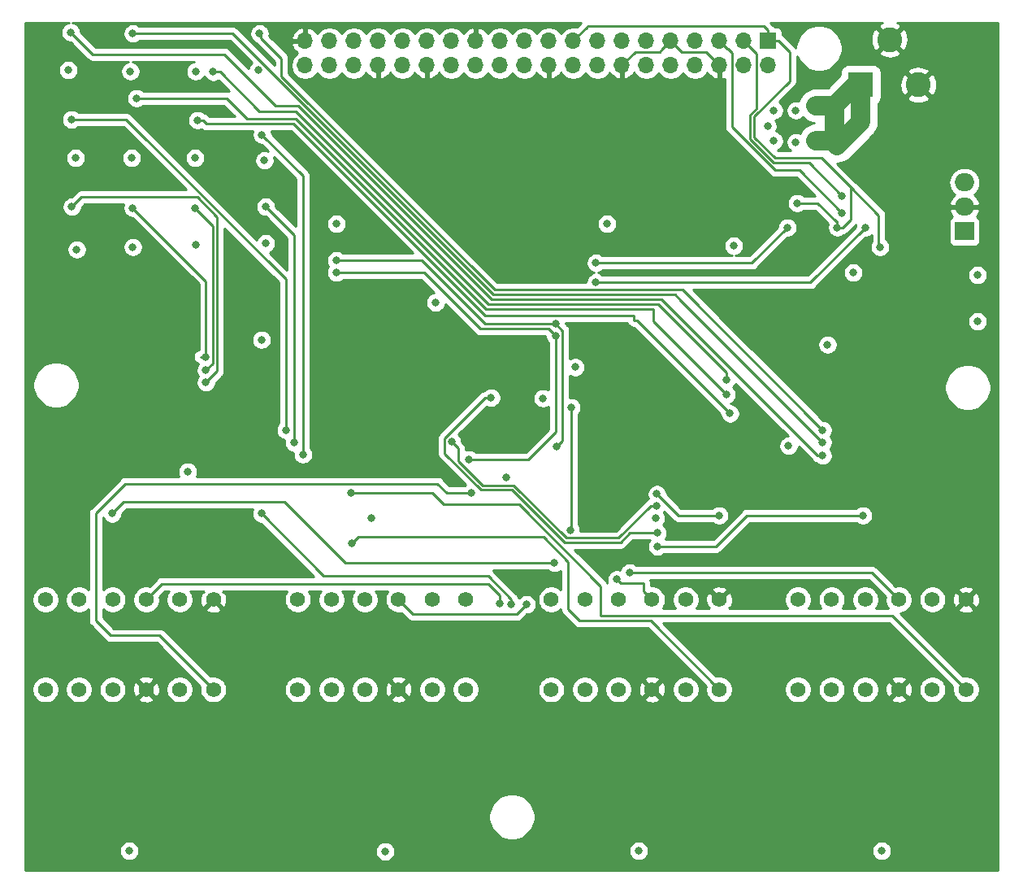
<source format=gbr>
G04 #@! TF.GenerationSoftware,KiCad,Pcbnew,5.1.5*
G04 #@! TF.CreationDate,2020-05-08T01:24:46-04:00*
G04 #@! TF.ProjectId,EVE-PCB-V3,4556452d-5043-4422-9d56-332e6b696361,rev?*
G04 #@! TF.SameCoordinates,Original*
G04 #@! TF.FileFunction,Copper,L4,Bot*
G04 #@! TF.FilePolarity,Positive*
%FSLAX46Y46*%
G04 Gerber Fmt 4.6, Leading zero omitted, Abs format (unit mm)*
G04 Created by KiCad (PCBNEW 5.1.5) date 2020-05-08 01:24:46*
%MOMM*%
%LPD*%
G04 APERTURE LIST*
%ADD10C,1.575000*%
%ADD11O,1.700000X1.700000*%
%ADD12R,1.700000X1.700000*%
%ADD13R,2.600000X2.600000*%
%ADD14C,2.600000*%
%ADD15R,2.000000X1.905000*%
%ADD16O,2.000000X1.905000*%
%ADD17C,0.800000*%
%ADD18C,0.250000*%
%ADD19C,2.000000*%
%ADD20C,0.254000*%
G04 APERTURE END LIST*
D10*
X108592346Y-95760000D03*
X108592346Y-105110000D03*
X105092346Y-95760000D03*
X105092346Y-105110000D03*
X101592346Y-95760000D03*
X101592346Y-105110000D03*
X98092346Y-95760000D03*
X98092346Y-105110000D03*
X94592346Y-95760000D03*
X94592346Y-105110000D03*
X91092346Y-95760000D03*
X91092346Y-105110000D03*
D11*
X118143346Y-40146769D03*
X118143346Y-37606769D03*
X120683346Y-40146769D03*
X120683346Y-37606769D03*
X123223346Y-40146769D03*
X123223346Y-37606769D03*
X125763346Y-40146769D03*
X125763346Y-37606769D03*
X128303346Y-40146769D03*
X128303346Y-37606769D03*
X130843346Y-40146769D03*
X130843346Y-37606769D03*
X133383346Y-40146769D03*
X133383346Y-37606769D03*
X135923346Y-40146769D03*
X135923346Y-37606769D03*
X138463346Y-40146769D03*
X138463346Y-37606769D03*
X141003346Y-40146769D03*
X141003346Y-37606769D03*
X143543346Y-40146769D03*
X143543346Y-37606769D03*
X146083346Y-40146769D03*
X146083346Y-37606769D03*
X148623346Y-40146769D03*
X148623346Y-37606769D03*
X151163346Y-40146769D03*
X151163346Y-37606769D03*
X153703346Y-40146769D03*
X153703346Y-37606769D03*
X156243346Y-40146769D03*
X156243346Y-37606769D03*
X158783346Y-40146769D03*
X158783346Y-37606769D03*
X161323346Y-40146769D03*
X161323346Y-37606769D03*
X163863346Y-40146769D03*
X163863346Y-37606769D03*
X166403346Y-40146769D03*
D12*
X166403346Y-37606769D03*
D10*
X187014846Y-95760000D03*
X187014846Y-105110000D03*
X183514846Y-95760000D03*
X183514846Y-105110000D03*
X180014846Y-95760000D03*
X180014846Y-105110000D03*
X176514846Y-95760000D03*
X176514846Y-105110000D03*
X173014846Y-95760000D03*
X173014846Y-105110000D03*
X169514846Y-95760000D03*
X169514846Y-105110000D03*
X161297346Y-95760000D03*
X161297346Y-105110000D03*
X157797346Y-95760000D03*
X157797346Y-105110000D03*
X154297346Y-95760000D03*
X154297346Y-105110000D03*
X150797346Y-95760000D03*
X150797346Y-105110000D03*
X147297346Y-95760000D03*
X147297346Y-105110000D03*
X143797346Y-95760000D03*
X143797346Y-105110000D03*
X134881346Y-95760000D03*
X134881346Y-105110000D03*
X131381346Y-95760000D03*
X131381346Y-105110000D03*
X127881346Y-95760000D03*
X127881346Y-105110000D03*
X124381346Y-95760000D03*
X124381346Y-105110000D03*
X120881346Y-95760000D03*
X120881346Y-105110000D03*
X117381346Y-95760000D03*
X117381346Y-105110000D03*
D13*
X176055346Y-42164000D03*
D14*
X182055346Y-42164000D03*
X179055346Y-37464000D03*
D15*
X186850346Y-57418769D03*
D16*
X186850346Y-54878769D03*
X186850346Y-52338769D03*
D17*
X167005000Y-48006000D03*
X169291000Y-48133000D03*
X169291000Y-44831000D03*
X167005000Y-44831000D03*
X188214000Y-61976000D03*
X93472000Y-40640000D03*
X99949000Y-40767000D03*
X113284000Y-40640000D03*
X100076000Y-49784000D03*
X106680000Y-49784000D03*
X94234000Y-49784000D03*
X106807000Y-58801000D03*
X113919000Y-50038000D03*
X94361000Y-59309000D03*
X100203000Y-59055000D03*
X114046000Y-58674000D03*
X166333000Y-46482000D03*
X172593000Y-69215000D03*
X105918000Y-82423000D03*
X113601500Y-68707000D03*
X154686000Y-87312500D03*
X99822000Y-121920000D03*
X126492000Y-121983500D03*
X152908000Y-121920000D03*
X178244500Y-121920000D03*
X168529000Y-79756000D03*
X106743500Y-40767000D03*
X141033500Y-51879500D03*
X150241000Y-76073000D03*
X133032500Y-71564500D03*
X108331000Y-78613000D03*
X140271500Y-74549000D03*
X131572000Y-81915000D03*
X108458000Y-89598500D03*
X188214000Y-66802000D03*
X175260000Y-61722000D03*
X162814000Y-58928000D03*
X149606000Y-56642000D03*
X121412000Y-56642000D03*
X131762500Y-64833500D03*
X142938500Y-74803000D03*
X146304000Y-71564500D03*
X139128500Y-83058000D03*
X125031500Y-87312500D03*
X93726000Y-36703000D03*
X172085000Y-80772000D03*
X100203000Y-36830000D03*
X172085000Y-79375000D03*
X113411000Y-36830000D03*
X172085000Y-78105000D03*
X106934000Y-45847000D03*
X162433000Y-76390500D03*
X162052000Y-72898000D03*
X108585000Y-40830500D03*
X100584000Y-43561000D03*
X162052000Y-74422000D03*
X113665000Y-47371000D03*
X117919500Y-80645000D03*
X114046000Y-54864000D03*
X117030500Y-79438500D03*
X93789500Y-45783500D03*
X116141500Y-78105000D03*
X107823000Y-70485000D03*
X100203000Y-54991000D03*
X107823000Y-71882000D03*
X106680000Y-54991000D03*
X107823000Y-73152000D03*
X93853000Y-54864000D03*
X173609000Y-57023000D03*
X169418000Y-54483000D03*
X178054000Y-59055000D03*
X174117000Y-53721000D03*
X174117000Y-55499000D03*
X122936000Y-84645500D03*
X122999500Y-89916000D03*
X135509000Y-84645500D03*
X168402000Y-57023000D03*
X148463000Y-60706000D03*
X144237000Y-67021000D03*
X121412000Y-60452000D03*
X144399000Y-79819500D03*
X176530000Y-57023000D03*
X148463000Y-62738000D03*
X144247351Y-68301351D03*
X121412000Y-61722000D03*
X135255000Y-81153000D03*
X171069000Y-48514000D03*
X173609000Y-48514000D03*
X173355000Y-44323000D03*
X171069000Y-44323000D03*
X176276000Y-86995000D03*
X154876500Y-90233500D03*
X113601500Y-86804500D03*
X139636500Y-96266000D03*
X151955500Y-92964000D03*
X141224000Y-96266000D03*
X161290000Y-86995000D03*
X154813000Y-84772500D03*
X98044000Y-86804500D03*
X144145000Y-91948000D03*
X150622000Y-93662500D03*
X138430000Y-96202500D03*
X137541000Y-74739500D03*
X154876500Y-88836500D03*
X154749500Y-85979000D03*
X133413500Y-79311500D03*
X145859500Y-75755500D03*
X145796000Y-88519000D03*
D18*
X155393347Y-38456768D02*
X156243346Y-37606769D01*
X152528345Y-38781770D02*
X155068345Y-38781770D01*
X155068345Y-38781770D02*
X155393347Y-38456768D01*
X151163346Y-40146769D02*
X152528345Y-38781770D01*
X159958347Y-38781770D02*
X160473347Y-39296770D01*
X157418347Y-38781770D02*
X159958347Y-38781770D01*
X160473347Y-39296770D02*
X161323346Y-40146769D01*
X156243346Y-37606769D02*
X157418347Y-38781770D01*
X93726000Y-36703000D02*
X96012000Y-38989000D01*
X96012000Y-38989000D02*
X109728000Y-38989000D01*
X109728000Y-38989000D02*
X115062000Y-44323000D01*
X117472180Y-44323000D02*
X137607189Y-64458009D01*
X115062000Y-44323000D02*
X117472180Y-44323000D01*
X137607189Y-64458009D02*
X155263009Y-64458009D01*
X155263009Y-64458009D02*
X171577000Y-80772000D01*
X171577000Y-80772000D02*
X172085000Y-80772000D01*
X100203000Y-36830000D02*
X110615590Y-36830000D01*
X110615590Y-36830000D02*
X137793590Y-64008000D01*
X157351590Y-64641590D02*
X172085000Y-79375000D01*
X156718000Y-64008000D02*
X157351590Y-64641590D01*
X137793590Y-64008000D02*
X156718000Y-64008000D01*
X113411000Y-36830000D02*
X113538000Y-36703000D01*
X113538000Y-37280425D02*
X115697000Y-39439425D01*
X113538000Y-36703000D02*
X113538000Y-37280425D01*
X115697000Y-39439425D02*
X115697000Y-41275000D01*
X137885001Y-63463001D02*
X157443001Y-63463001D01*
X115697000Y-41275000D02*
X137885001Y-63463001D01*
X157443001Y-63463001D02*
X172085000Y-78105000D01*
X107499685Y-45847000D02*
X107880685Y-46228000D01*
X106934000Y-45847000D02*
X107499685Y-45847000D01*
X107880685Y-46228000D02*
X116967000Y-46228000D01*
X116967000Y-46228000D02*
X136906000Y-66167000D01*
X136906000Y-66167000D02*
X152400000Y-66167000D01*
X152400000Y-66167000D02*
X152400000Y-66675000D01*
X152717500Y-66675000D02*
X162433000Y-76390500D01*
X152400000Y-66675000D02*
X152717500Y-66675000D01*
X137287000Y-65024000D02*
X154940000Y-65024000D01*
X117221000Y-44958000D02*
X137287000Y-65024000D01*
X154940000Y-65024000D02*
X162052000Y-72136000D01*
X162052000Y-72136000D02*
X162052000Y-72898000D01*
X108585000Y-40830500D02*
X109283500Y-40830500D01*
X113411000Y-44958000D02*
X117221000Y-44958000D01*
X109283500Y-40830500D02*
X113411000Y-44958000D01*
X100584000Y-43561000D02*
X109982000Y-43561000D01*
X109982000Y-43561000D02*
X112141000Y-45720000D01*
X112141000Y-45720000D02*
X117221000Y-45720000D01*
X137033000Y-65532000D02*
X154432000Y-65532000D01*
X117221000Y-45720000D02*
X137033000Y-65532000D01*
X154432000Y-65532000D02*
X154432000Y-66802000D01*
X154432000Y-66802000D02*
X162052000Y-74422000D01*
X113665000Y-47371000D02*
X117919500Y-51625500D01*
X117919500Y-51625500D02*
X117919500Y-80645000D01*
X114046000Y-54864000D02*
X117030500Y-57848500D01*
X117030500Y-57848500D02*
X117030500Y-79438500D01*
X116141500Y-62419090D02*
X116141500Y-78105000D01*
X93789500Y-45783500D02*
X99505910Y-45783500D01*
X99505910Y-45783500D02*
X116141500Y-62419090D01*
X107823000Y-70485000D02*
X107823000Y-62611000D01*
X107823000Y-62611000D02*
X100203000Y-54991000D01*
X107823000Y-70485000D02*
X107257315Y-70485000D01*
X108548001Y-56859001D02*
X106680000Y-54991000D01*
X107823000Y-71882000D02*
X108548001Y-71156999D01*
X108548001Y-71156999D02*
X108548001Y-56859001D01*
X108998011Y-71976989D02*
X108998011Y-55912011D01*
X107823000Y-73152000D02*
X108998011Y-71976989D01*
X108998011Y-55912011D02*
X106934000Y-53848000D01*
X106934000Y-53848000D02*
X94869000Y-53848000D01*
X94869000Y-53848000D02*
X93853000Y-54864000D01*
X166403346Y-36506769D02*
X166403346Y-37606769D01*
X165964577Y-36068000D02*
X166403346Y-36506769D01*
X147574000Y-36068000D02*
X165964577Y-36068000D01*
X147574000Y-36116115D02*
X146083346Y-37606769D01*
X147574000Y-36068000D02*
X147574000Y-36116115D01*
X174174685Y-57023000D02*
X173609000Y-57023000D01*
X175006000Y-56191685D02*
X174174685Y-57023000D01*
X175006000Y-52832000D02*
X175006000Y-56191685D01*
X175006000Y-52832000D02*
X177927000Y-55753000D01*
X169418000Y-54483000D02*
X171577000Y-54483000D01*
X171577000Y-54483000D02*
X173482000Y-56388000D01*
X173609000Y-56457315D02*
X173609000Y-57023000D01*
X173539685Y-56388000D02*
X173609000Y-56457315D01*
X173482000Y-56388000D02*
X173539685Y-56388000D01*
X171958000Y-49784000D02*
X175006000Y-52832000D01*
X167132000Y-49784000D02*
X171958000Y-49784000D01*
X164973000Y-47625000D02*
X167132000Y-49784000D01*
X167503346Y-37606769D02*
X168656000Y-38759423D01*
X166403346Y-37606769D02*
X167503346Y-37606769D01*
X168656000Y-41783000D02*
X164973000Y-45466000D01*
X164973000Y-45466000D02*
X164973000Y-47625000D01*
X168656000Y-38759423D02*
X168656000Y-41783000D01*
X177927000Y-55753000D02*
X177927000Y-58928000D01*
X177927000Y-58928000D02*
X178054000Y-59055000D01*
X170688000Y-50292000D02*
X174117000Y-53721000D01*
X167003590Y-50292000D02*
X170688000Y-50292000D01*
X163863346Y-37606769D02*
X165157990Y-38901413D01*
X164522990Y-47811400D02*
X167003590Y-50292000D01*
X164522990Y-45279600D02*
X164522990Y-47811400D01*
X165157990Y-44644600D02*
X164522990Y-45279600D01*
X165157990Y-38901413D02*
X165157990Y-44644600D01*
X162173345Y-38456768D02*
X162259307Y-38456768D01*
X161323346Y-37606769D02*
X162173345Y-38456768D01*
X162259307Y-38456768D02*
X162623500Y-38820961D01*
X167129180Y-51054000D02*
X169672000Y-51054000D01*
X162623500Y-38820961D02*
X162623500Y-46548320D01*
X169672000Y-51054000D02*
X174117000Y-55499000D01*
X162623500Y-46548320D02*
X167129180Y-51054000D01*
X179313846Y-97409000D02*
X180266346Y-98361500D01*
X148971000Y-97409000D02*
X179313846Y-97409000D01*
X131375002Y-84645500D02*
X132581502Y-85852000D01*
X140462000Y-85852000D02*
X148971000Y-94361000D01*
X148971000Y-94361000D02*
X148971000Y-97409000D01*
X122936000Y-84645500D02*
X131375002Y-84645500D01*
X180266346Y-98361500D02*
X187014846Y-105110000D01*
X132581502Y-85852000D02*
X140462000Y-85852000D01*
X123661001Y-89254499D02*
X142975499Y-89254499D01*
X154167846Y-97980500D02*
X161297346Y-105110000D01*
X145542000Y-96774000D02*
X146748500Y-97980500D01*
X122999500Y-89916000D02*
X123661001Y-89254499D01*
X146748500Y-97980500D02*
X154167846Y-97980500D01*
X142975499Y-89254499D02*
X145542000Y-91821000D01*
X145542000Y-91821000D02*
X145542000Y-96774000D01*
X135509000Y-84645500D02*
X132905500Y-84645500D01*
X132905500Y-84645500D02*
X131953000Y-83693000D01*
X131953000Y-83693000D02*
X99441000Y-83693000D01*
X99441000Y-83693000D02*
X96329500Y-86804500D01*
X96329500Y-86804500D02*
X96329500Y-97917000D01*
X96329500Y-97917000D02*
X97917000Y-99504500D01*
X102986846Y-99504500D02*
X108592346Y-105110000D01*
X97917000Y-99504500D02*
X102986846Y-99504500D01*
X144237000Y-67021000D02*
X136871000Y-67021000D01*
X136871000Y-67021000D02*
X130302000Y-60452000D01*
X130302000Y-60452000D02*
X121412000Y-60452000D01*
X144237000Y-67021000D02*
X144972352Y-67756352D01*
X144972352Y-79246148D02*
X144399000Y-79819500D01*
X144972352Y-67756352D02*
X144972352Y-79246148D01*
X164719000Y-60706000D02*
X148463000Y-60706000D01*
X168402000Y-57023000D02*
X164719000Y-60706000D01*
X176530000Y-57023000D02*
X170815000Y-62738000D01*
X170815000Y-62738000D02*
X148463000Y-62738000D01*
X143510000Y-67564000D02*
X144247351Y-68301351D01*
X121412000Y-61722000D02*
X130556000Y-61722000D01*
X136398000Y-67564000D02*
X143510000Y-67564000D01*
X130556000Y-61722000D02*
X136398000Y-67564000D01*
X144247351Y-68301351D02*
X144247351Y-78320149D01*
X144247351Y-78320149D02*
X141414500Y-81153000D01*
X141414500Y-81153000D02*
X135255000Y-81153000D01*
D19*
X173355000Y-44323000D02*
X171391001Y-44323000D01*
X173053990Y-47958990D02*
X171391001Y-47958990D01*
X173609000Y-48514000D02*
X173053990Y-47958990D01*
X173355000Y-48260000D02*
X173609000Y-48514000D01*
X173355000Y-44323000D02*
X173355000Y-48260000D01*
X175514000Y-42164000D02*
X173355000Y-44323000D01*
X176055346Y-42164000D02*
X175514000Y-42164000D01*
X176055346Y-46067654D02*
X173609000Y-48514000D01*
X176055346Y-42164000D02*
X176055346Y-46067654D01*
D18*
X154876500Y-90233500D02*
X160972500Y-90233500D01*
X160972500Y-90233500D02*
X164211000Y-86995000D01*
X164211000Y-86995000D02*
X176276000Y-86995000D01*
X120078500Y-93281500D02*
X113601500Y-86804500D01*
X137217685Y-93281500D02*
X120078500Y-93281500D01*
X139636500Y-96266000D02*
X139636500Y-95700315D01*
X139636500Y-95700315D02*
X137217685Y-93281500D01*
X177218846Y-92964000D02*
X180014846Y-95760000D01*
X151955500Y-92964000D02*
X177218846Y-92964000D01*
X141224000Y-96266000D02*
X140208000Y-97282000D01*
X129403346Y-97282000D02*
X127881346Y-95760000D01*
X140208000Y-97282000D02*
X129403346Y-97282000D01*
X160591500Y-86995000D02*
X157035500Y-86995000D01*
X157035500Y-86995000D02*
X154813000Y-84772500D01*
X160591500Y-86995000D02*
X161290000Y-86995000D01*
X144145000Y-91948000D02*
X122364500Y-91948000D01*
X122364500Y-91948000D02*
X116014500Y-85598000D01*
X99250500Y-85598000D02*
X98044000Y-86804500D01*
X116014500Y-85598000D02*
X99250500Y-85598000D01*
X151021999Y-94062499D02*
X153397001Y-94062499D01*
X150622000Y-93662500D02*
X151021999Y-94062499D01*
X153397001Y-94859655D02*
X154297346Y-95760000D01*
X153397001Y-94062499D02*
X153397001Y-94859655D01*
X138430000Y-96202500D02*
X138430000Y-95313500D01*
X138430000Y-95313500D02*
X137223500Y-94107000D01*
X103245346Y-94107000D02*
X101592346Y-95760000D01*
X137223500Y-94107000D02*
X103245346Y-94107000D01*
X136975315Y-74739500D02*
X137541000Y-74739500D01*
X132688499Y-78963499D02*
X136912498Y-74739500D01*
X136912498Y-74739500D02*
X136975315Y-74739500D01*
X132688499Y-80556409D02*
X132688499Y-78963499D01*
X136465599Y-84333509D02*
X132688499Y-80556409D01*
X154876500Y-88836500D02*
X151962725Y-88836500D01*
X151962725Y-88836500D02*
X151004715Y-89794510D01*
X139704100Y-84333510D02*
X136465599Y-84333509D01*
X151004715Y-89794510D02*
X145165100Y-89794510D01*
X145165100Y-89794510D02*
X139704100Y-84333510D01*
X154183815Y-85979000D02*
X150818315Y-89344500D01*
X154749500Y-85979000D02*
X154183815Y-85979000D01*
X150818315Y-89344500D02*
X145351500Y-89344500D01*
X145351500Y-89344500D02*
X139890500Y-83883500D01*
X139890500Y-83883500D02*
X136652000Y-83883500D01*
X136652000Y-83883500D02*
X134112000Y-81343500D01*
X134112000Y-81343500D02*
X134112000Y-80010000D01*
X134112000Y-80010000D02*
X133413500Y-79311500D01*
X145859500Y-75755500D02*
X145859500Y-88455500D01*
X145859500Y-88455500D02*
X145796000Y-88519000D01*
D20*
G36*
X93424102Y-35707774D02*
G01*
X93235744Y-35785795D01*
X93066226Y-35899063D01*
X92922063Y-36043226D01*
X92808795Y-36212744D01*
X92730774Y-36401102D01*
X92691000Y-36601061D01*
X92691000Y-36804939D01*
X92730774Y-37004898D01*
X92808795Y-37193256D01*
X92922063Y-37362774D01*
X93066226Y-37506937D01*
X93235744Y-37620205D01*
X93424102Y-37698226D01*
X93624061Y-37738000D01*
X93686199Y-37738000D01*
X95448200Y-39500002D01*
X95471999Y-39529001D01*
X95587724Y-39623974D01*
X95719753Y-39694546D01*
X95863014Y-39738003D01*
X95974667Y-39749000D01*
X95974676Y-39749000D01*
X96011999Y-39752676D01*
X96049322Y-39749000D01*
X99761596Y-39749000D01*
X99647102Y-39771774D01*
X99458744Y-39849795D01*
X99289226Y-39963063D01*
X99145063Y-40107226D01*
X99031795Y-40276744D01*
X98953774Y-40465102D01*
X98914000Y-40665061D01*
X98914000Y-40868939D01*
X98953774Y-41068898D01*
X99031795Y-41257256D01*
X99145063Y-41426774D01*
X99289226Y-41570937D01*
X99458744Y-41684205D01*
X99647102Y-41762226D01*
X99847061Y-41802000D01*
X100050939Y-41802000D01*
X100250898Y-41762226D01*
X100439256Y-41684205D01*
X100608774Y-41570937D01*
X100752937Y-41426774D01*
X100866205Y-41257256D01*
X100944226Y-41068898D01*
X100984000Y-40868939D01*
X100984000Y-40665061D01*
X100944226Y-40465102D01*
X100866205Y-40276744D01*
X100752937Y-40107226D01*
X100608774Y-39963063D01*
X100439256Y-39849795D01*
X100250898Y-39771774D01*
X100136404Y-39749000D01*
X106556096Y-39749000D01*
X106441602Y-39771774D01*
X106253244Y-39849795D01*
X106083726Y-39963063D01*
X105939563Y-40107226D01*
X105826295Y-40276744D01*
X105748274Y-40465102D01*
X105708500Y-40665061D01*
X105708500Y-40868939D01*
X105748274Y-41068898D01*
X105826295Y-41257256D01*
X105939563Y-41426774D01*
X106083726Y-41570937D01*
X106253244Y-41684205D01*
X106441602Y-41762226D01*
X106641561Y-41802000D01*
X106845439Y-41802000D01*
X107045398Y-41762226D01*
X107233756Y-41684205D01*
X107403274Y-41570937D01*
X107547437Y-41426774D01*
X107648845Y-41275006D01*
X107667795Y-41320756D01*
X107781063Y-41490274D01*
X107925226Y-41634437D01*
X108094744Y-41747705D01*
X108283102Y-41825726D01*
X108483061Y-41865500D01*
X108686939Y-41865500D01*
X108886898Y-41825726D01*
X109075256Y-41747705D01*
X109105617Y-41727418D01*
X110215976Y-42837778D01*
X110130986Y-42811997D01*
X110019333Y-42801000D01*
X110019322Y-42801000D01*
X109982000Y-42797324D01*
X109944678Y-42801000D01*
X101287711Y-42801000D01*
X101243774Y-42757063D01*
X101074256Y-42643795D01*
X100885898Y-42565774D01*
X100685939Y-42526000D01*
X100482061Y-42526000D01*
X100282102Y-42565774D01*
X100093744Y-42643795D01*
X99924226Y-42757063D01*
X99780063Y-42901226D01*
X99666795Y-43070744D01*
X99588774Y-43259102D01*
X99549000Y-43459061D01*
X99549000Y-43662939D01*
X99588774Y-43862898D01*
X99666795Y-44051256D01*
X99780063Y-44220774D01*
X99924226Y-44364937D01*
X100093744Y-44478205D01*
X100282102Y-44556226D01*
X100482061Y-44596000D01*
X100685939Y-44596000D01*
X100885898Y-44556226D01*
X101074256Y-44478205D01*
X101243774Y-44364937D01*
X101287711Y-44321000D01*
X109667199Y-44321000D01*
X110814198Y-45468000D01*
X108195486Y-45468000D01*
X108063489Y-45336003D01*
X108039686Y-45306999D01*
X107923961Y-45212026D01*
X107791932Y-45141454D01*
X107648724Y-45098013D01*
X107593774Y-45043063D01*
X107424256Y-44929795D01*
X107235898Y-44851774D01*
X107035939Y-44812000D01*
X106832061Y-44812000D01*
X106632102Y-44851774D01*
X106443744Y-44929795D01*
X106274226Y-45043063D01*
X106130063Y-45187226D01*
X106016795Y-45356744D01*
X105938774Y-45545102D01*
X105899000Y-45745061D01*
X105899000Y-45948939D01*
X105938774Y-46148898D01*
X106016795Y-46337256D01*
X106130063Y-46506774D01*
X106274226Y-46650937D01*
X106443744Y-46764205D01*
X106632102Y-46842226D01*
X106832061Y-46882000D01*
X107035939Y-46882000D01*
X107235898Y-46842226D01*
X107365642Y-46788484D01*
X107456409Y-46862974D01*
X107588438Y-46933546D01*
X107731699Y-46977003D01*
X107843352Y-46988000D01*
X107843361Y-46988000D01*
X107880684Y-46991676D01*
X107918007Y-46988000D01*
X112703368Y-46988000D01*
X112669774Y-47069102D01*
X112630000Y-47269061D01*
X112630000Y-47472939D01*
X112669774Y-47672898D01*
X112747795Y-47861256D01*
X112861063Y-48030774D01*
X113005226Y-48174937D01*
X113174744Y-48288205D01*
X113363102Y-48366226D01*
X113563061Y-48406000D01*
X113625199Y-48406000D01*
X114291017Y-49071819D01*
X114220898Y-49042774D01*
X114020939Y-49003000D01*
X113817061Y-49003000D01*
X113617102Y-49042774D01*
X113428744Y-49120795D01*
X113259226Y-49234063D01*
X113115063Y-49378226D01*
X113001795Y-49547744D01*
X112923774Y-49736102D01*
X112884000Y-49936061D01*
X112884000Y-50139939D01*
X112923774Y-50339898D01*
X113001795Y-50528256D01*
X113115063Y-50697774D01*
X113259226Y-50841937D01*
X113428744Y-50955205D01*
X113617102Y-51033226D01*
X113817061Y-51073000D01*
X114020939Y-51073000D01*
X114220898Y-51033226D01*
X114409256Y-50955205D01*
X114578774Y-50841937D01*
X114722937Y-50697774D01*
X114836205Y-50528256D01*
X114914226Y-50339898D01*
X114954000Y-50139939D01*
X114954000Y-49936061D01*
X114914226Y-49736102D01*
X114885182Y-49665983D01*
X117159500Y-51940302D01*
X117159500Y-56902697D01*
X115081000Y-54824199D01*
X115081000Y-54762061D01*
X115041226Y-54562102D01*
X114963205Y-54373744D01*
X114849937Y-54204226D01*
X114705774Y-54060063D01*
X114536256Y-53946795D01*
X114347898Y-53868774D01*
X114147939Y-53829000D01*
X113944061Y-53829000D01*
X113744102Y-53868774D01*
X113555744Y-53946795D01*
X113386226Y-54060063D01*
X113242063Y-54204226D01*
X113128795Y-54373744D01*
X113050774Y-54562102D01*
X113011000Y-54762061D01*
X113011000Y-54965939D01*
X113050774Y-55165898D01*
X113128795Y-55354256D01*
X113242063Y-55523774D01*
X113386226Y-55667937D01*
X113555744Y-55781205D01*
X113744102Y-55859226D01*
X113944061Y-55899000D01*
X114006199Y-55899000D01*
X116270500Y-58163303D01*
X116270500Y-61473288D01*
X114431718Y-59634506D01*
X114536256Y-59591205D01*
X114705774Y-59477937D01*
X114849937Y-59333774D01*
X114963205Y-59164256D01*
X115041226Y-58975898D01*
X115081000Y-58775939D01*
X115081000Y-58572061D01*
X115041226Y-58372102D01*
X114963205Y-58183744D01*
X114849937Y-58014226D01*
X114705774Y-57870063D01*
X114536256Y-57756795D01*
X114347898Y-57678774D01*
X114147939Y-57639000D01*
X113944061Y-57639000D01*
X113744102Y-57678774D01*
X113555744Y-57756795D01*
X113386226Y-57870063D01*
X113242063Y-58014226D01*
X113128795Y-58183744D01*
X113085494Y-58288282D01*
X104479273Y-49682061D01*
X105645000Y-49682061D01*
X105645000Y-49885939D01*
X105684774Y-50085898D01*
X105762795Y-50274256D01*
X105876063Y-50443774D01*
X106020226Y-50587937D01*
X106189744Y-50701205D01*
X106378102Y-50779226D01*
X106578061Y-50819000D01*
X106781939Y-50819000D01*
X106981898Y-50779226D01*
X107170256Y-50701205D01*
X107339774Y-50587937D01*
X107483937Y-50443774D01*
X107597205Y-50274256D01*
X107675226Y-50085898D01*
X107715000Y-49885939D01*
X107715000Y-49682061D01*
X107675226Y-49482102D01*
X107597205Y-49293744D01*
X107483937Y-49124226D01*
X107339774Y-48980063D01*
X107170256Y-48866795D01*
X106981898Y-48788774D01*
X106781939Y-48749000D01*
X106578061Y-48749000D01*
X106378102Y-48788774D01*
X106189744Y-48866795D01*
X106020226Y-48980063D01*
X105876063Y-49124226D01*
X105762795Y-49293744D01*
X105684774Y-49482102D01*
X105645000Y-49682061D01*
X104479273Y-49682061D01*
X100069714Y-45272503D01*
X100045911Y-45243499D01*
X99930186Y-45148526D01*
X99798157Y-45077954D01*
X99654896Y-45034497D01*
X99543243Y-45023500D01*
X99543232Y-45023500D01*
X99505910Y-45019824D01*
X99468588Y-45023500D01*
X94493211Y-45023500D01*
X94449274Y-44979563D01*
X94279756Y-44866295D01*
X94091398Y-44788274D01*
X93891439Y-44748500D01*
X93687561Y-44748500D01*
X93487602Y-44788274D01*
X93299244Y-44866295D01*
X93129726Y-44979563D01*
X92985563Y-45123726D01*
X92872295Y-45293244D01*
X92794274Y-45481602D01*
X92754500Y-45681561D01*
X92754500Y-45885439D01*
X92794274Y-46085398D01*
X92872295Y-46273756D01*
X92985563Y-46443274D01*
X93129726Y-46587437D01*
X93299244Y-46700705D01*
X93487602Y-46778726D01*
X93687561Y-46818500D01*
X93891439Y-46818500D01*
X94091398Y-46778726D01*
X94279756Y-46700705D01*
X94449274Y-46587437D01*
X94493211Y-46543500D01*
X99191109Y-46543500D01*
X105735609Y-53088000D01*
X94906322Y-53088000D01*
X94869000Y-53084324D01*
X94831677Y-53088000D01*
X94831667Y-53088000D01*
X94720014Y-53098997D01*
X94576753Y-53142454D01*
X94444723Y-53213026D01*
X94361083Y-53281668D01*
X94328999Y-53307999D01*
X94305201Y-53336997D01*
X93813199Y-53829000D01*
X93751061Y-53829000D01*
X93551102Y-53868774D01*
X93362744Y-53946795D01*
X93193226Y-54060063D01*
X93049063Y-54204226D01*
X92935795Y-54373744D01*
X92857774Y-54562102D01*
X92818000Y-54762061D01*
X92818000Y-54965939D01*
X92857774Y-55165898D01*
X92935795Y-55354256D01*
X93049063Y-55523774D01*
X93193226Y-55667937D01*
X93362744Y-55781205D01*
X93551102Y-55859226D01*
X93751061Y-55899000D01*
X93954939Y-55899000D01*
X94154898Y-55859226D01*
X94343256Y-55781205D01*
X94512774Y-55667937D01*
X94656937Y-55523774D01*
X94770205Y-55354256D01*
X94848226Y-55165898D01*
X94888000Y-54965939D01*
X94888000Y-54903801D01*
X95183802Y-54608000D01*
X99241368Y-54608000D01*
X99207774Y-54689102D01*
X99168000Y-54889061D01*
X99168000Y-55092939D01*
X99207774Y-55292898D01*
X99285795Y-55481256D01*
X99399063Y-55650774D01*
X99543226Y-55794937D01*
X99712744Y-55908205D01*
X99901102Y-55986226D01*
X100101061Y-56026000D01*
X100163199Y-56026000D01*
X107063001Y-62925803D01*
X107063000Y-69749747D01*
X106965068Y-69779454D01*
X106833039Y-69850026D01*
X106717314Y-69944999D01*
X106622341Y-70060724D01*
X106551769Y-70192753D01*
X106508312Y-70336014D01*
X106493638Y-70485000D01*
X106508312Y-70633986D01*
X106551769Y-70777247D01*
X106622341Y-70909276D01*
X106717314Y-71025001D01*
X106833039Y-71119974D01*
X106965068Y-71190546D01*
X107030803Y-71210486D01*
X107019063Y-71222226D01*
X106905795Y-71391744D01*
X106827774Y-71580102D01*
X106788000Y-71780061D01*
X106788000Y-71983939D01*
X106827774Y-72183898D01*
X106905795Y-72372256D01*
X107002510Y-72517000D01*
X106905795Y-72661744D01*
X106827774Y-72850102D01*
X106788000Y-73050061D01*
X106788000Y-73253939D01*
X106827774Y-73453898D01*
X106905795Y-73642256D01*
X107019063Y-73811774D01*
X107163226Y-73955937D01*
X107332744Y-74069205D01*
X107521102Y-74147226D01*
X107721061Y-74187000D01*
X107924939Y-74187000D01*
X108124898Y-74147226D01*
X108313256Y-74069205D01*
X108482774Y-73955937D01*
X108626937Y-73811774D01*
X108740205Y-73642256D01*
X108818226Y-73453898D01*
X108858000Y-73253939D01*
X108858000Y-73191802D01*
X109509020Y-72540783D01*
X109538012Y-72516990D01*
X109561806Y-72487997D01*
X109561810Y-72487993D01*
X109632984Y-72401266D01*
X109632985Y-72401265D01*
X109703557Y-72269236D01*
X109747014Y-72125975D01*
X109758011Y-72014322D01*
X109758011Y-72014313D01*
X109761687Y-71976990D01*
X109758011Y-71939667D01*
X109758011Y-68605061D01*
X112566500Y-68605061D01*
X112566500Y-68808939D01*
X112606274Y-69008898D01*
X112684295Y-69197256D01*
X112797563Y-69366774D01*
X112941726Y-69510937D01*
X113111244Y-69624205D01*
X113299602Y-69702226D01*
X113499561Y-69742000D01*
X113703439Y-69742000D01*
X113903398Y-69702226D01*
X114091756Y-69624205D01*
X114261274Y-69510937D01*
X114405437Y-69366774D01*
X114518705Y-69197256D01*
X114596726Y-69008898D01*
X114636500Y-68808939D01*
X114636500Y-68605061D01*
X114596726Y-68405102D01*
X114518705Y-68216744D01*
X114405437Y-68047226D01*
X114261274Y-67903063D01*
X114091756Y-67789795D01*
X113903398Y-67711774D01*
X113703439Y-67672000D01*
X113499561Y-67672000D01*
X113299602Y-67711774D01*
X113111244Y-67789795D01*
X112941726Y-67903063D01*
X112797563Y-68047226D01*
X112684295Y-68216744D01*
X112606274Y-68405102D01*
X112566500Y-68605061D01*
X109758011Y-68605061D01*
X109758011Y-57110403D01*
X115381500Y-62733892D01*
X115381501Y-77401288D01*
X115337563Y-77445226D01*
X115224295Y-77614744D01*
X115146274Y-77803102D01*
X115106500Y-78003061D01*
X115106500Y-78206939D01*
X115146274Y-78406898D01*
X115224295Y-78595256D01*
X115337563Y-78764774D01*
X115481726Y-78908937D01*
X115651244Y-79022205D01*
X115839602Y-79100226D01*
X116034787Y-79139050D01*
X115995500Y-79336561D01*
X115995500Y-79540439D01*
X116035274Y-79740398D01*
X116113295Y-79928756D01*
X116226563Y-80098274D01*
X116370726Y-80242437D01*
X116540244Y-80355705D01*
X116728602Y-80433726D01*
X116899487Y-80467717D01*
X116884500Y-80543061D01*
X116884500Y-80746939D01*
X116924274Y-80946898D01*
X117002295Y-81135256D01*
X117115563Y-81304774D01*
X117259726Y-81448937D01*
X117429244Y-81562205D01*
X117617602Y-81640226D01*
X117817561Y-81680000D01*
X118021439Y-81680000D01*
X118221398Y-81640226D01*
X118409756Y-81562205D01*
X118579274Y-81448937D01*
X118723437Y-81304774D01*
X118836705Y-81135256D01*
X118914726Y-80946898D01*
X118954500Y-80746939D01*
X118954500Y-80543061D01*
X118914726Y-80343102D01*
X118836705Y-80154744D01*
X118723437Y-79985226D01*
X118679500Y-79941289D01*
X118679500Y-56540061D01*
X120377000Y-56540061D01*
X120377000Y-56743939D01*
X120416774Y-56943898D01*
X120494795Y-57132256D01*
X120608063Y-57301774D01*
X120752226Y-57445937D01*
X120921744Y-57559205D01*
X121110102Y-57637226D01*
X121310061Y-57677000D01*
X121513939Y-57677000D01*
X121713898Y-57637226D01*
X121902256Y-57559205D01*
X122071774Y-57445937D01*
X122215937Y-57301774D01*
X122329205Y-57132256D01*
X122407226Y-56943898D01*
X122447000Y-56743939D01*
X122447000Y-56540061D01*
X122407226Y-56340102D01*
X122329205Y-56151744D01*
X122215937Y-55982226D01*
X122071774Y-55838063D01*
X121902256Y-55724795D01*
X121713898Y-55646774D01*
X121513939Y-55607000D01*
X121310061Y-55607000D01*
X121110102Y-55646774D01*
X120921744Y-55724795D01*
X120752226Y-55838063D01*
X120608063Y-55982226D01*
X120494795Y-56151744D01*
X120416774Y-56340102D01*
X120377000Y-56540061D01*
X118679500Y-56540061D01*
X118679500Y-51662833D01*
X118683177Y-51625500D01*
X118668503Y-51476514D01*
X118625046Y-51333253D01*
X118554474Y-51201224D01*
X118483299Y-51114497D01*
X118459501Y-51085499D01*
X118430504Y-51061702D01*
X114700000Y-47331199D01*
X114700000Y-47269061D01*
X114660226Y-47069102D01*
X114626632Y-46988000D01*
X116652199Y-46988000D01*
X129356198Y-59692000D01*
X122115711Y-59692000D01*
X122071774Y-59648063D01*
X121902256Y-59534795D01*
X121713898Y-59456774D01*
X121513939Y-59417000D01*
X121310061Y-59417000D01*
X121110102Y-59456774D01*
X120921744Y-59534795D01*
X120752226Y-59648063D01*
X120608063Y-59792226D01*
X120494795Y-59961744D01*
X120416774Y-60150102D01*
X120377000Y-60350061D01*
X120377000Y-60553939D01*
X120416774Y-60753898D01*
X120494795Y-60942256D01*
X120591510Y-61087000D01*
X120494795Y-61231744D01*
X120416774Y-61420102D01*
X120377000Y-61620061D01*
X120377000Y-61823939D01*
X120416774Y-62023898D01*
X120494795Y-62212256D01*
X120608063Y-62381774D01*
X120752226Y-62525937D01*
X120921744Y-62639205D01*
X121110102Y-62717226D01*
X121310061Y-62757000D01*
X121513939Y-62757000D01*
X121713898Y-62717226D01*
X121902256Y-62639205D01*
X122071774Y-62525937D01*
X122115711Y-62482000D01*
X130241199Y-62482000D01*
X131574765Y-63815566D01*
X131460602Y-63838274D01*
X131272244Y-63916295D01*
X131102726Y-64029563D01*
X130958563Y-64173726D01*
X130845295Y-64343244D01*
X130767274Y-64531602D01*
X130727500Y-64731561D01*
X130727500Y-64935439D01*
X130767274Y-65135398D01*
X130845295Y-65323756D01*
X130958563Y-65493274D01*
X131102726Y-65637437D01*
X131272244Y-65750705D01*
X131460602Y-65828726D01*
X131660561Y-65868500D01*
X131864439Y-65868500D01*
X132064398Y-65828726D01*
X132252756Y-65750705D01*
X132422274Y-65637437D01*
X132566437Y-65493274D01*
X132679705Y-65323756D01*
X132757726Y-65135398D01*
X132780434Y-65021236D01*
X135834200Y-68075002D01*
X135857999Y-68104001D01*
X135973724Y-68198974D01*
X136105753Y-68269546D01*
X136249014Y-68313003D01*
X136360667Y-68324000D01*
X136360675Y-68324000D01*
X136398000Y-68327676D01*
X136435325Y-68324000D01*
X143195199Y-68324000D01*
X143212351Y-68341152D01*
X143212351Y-68403290D01*
X143252125Y-68603249D01*
X143330146Y-68791607D01*
X143443414Y-68961125D01*
X143487351Y-69005062D01*
X143487352Y-73924947D01*
X143428756Y-73885795D01*
X143240398Y-73807774D01*
X143040439Y-73768000D01*
X142836561Y-73768000D01*
X142636602Y-73807774D01*
X142448244Y-73885795D01*
X142278726Y-73999063D01*
X142134563Y-74143226D01*
X142021295Y-74312744D01*
X141943274Y-74501102D01*
X141903500Y-74701061D01*
X141903500Y-74904939D01*
X141943274Y-75104898D01*
X142021295Y-75293256D01*
X142134563Y-75462774D01*
X142278726Y-75606937D01*
X142448244Y-75720205D01*
X142636602Y-75798226D01*
X142836561Y-75838000D01*
X143040439Y-75838000D01*
X143240398Y-75798226D01*
X143428756Y-75720205D01*
X143487352Y-75681053D01*
X143487352Y-78005346D01*
X141099699Y-80393000D01*
X135958711Y-80393000D01*
X135914774Y-80349063D01*
X135745256Y-80235795D01*
X135556898Y-80157774D01*
X135356939Y-80118000D01*
X135153061Y-80118000D01*
X134953102Y-80157774D01*
X134872000Y-80191368D01*
X134872000Y-80047322D01*
X134875676Y-80009999D01*
X134872000Y-79972676D01*
X134872000Y-79972667D01*
X134861003Y-79861014D01*
X134817546Y-79717753D01*
X134746974Y-79585724D01*
X134652001Y-79469999D01*
X134623002Y-79446201D01*
X134448500Y-79271698D01*
X134448500Y-79209561D01*
X134408726Y-79009602D01*
X134330705Y-78821244D01*
X134217437Y-78651726D01*
X134146255Y-78580544D01*
X137064427Y-75662373D01*
X137239102Y-75734726D01*
X137439061Y-75774500D01*
X137642939Y-75774500D01*
X137842898Y-75734726D01*
X138031256Y-75656705D01*
X138200774Y-75543437D01*
X138344937Y-75399274D01*
X138458205Y-75229756D01*
X138536226Y-75041398D01*
X138576000Y-74841439D01*
X138576000Y-74637561D01*
X138536226Y-74437602D01*
X138458205Y-74249244D01*
X138344937Y-74079726D01*
X138200774Y-73935563D01*
X138031256Y-73822295D01*
X137842898Y-73744274D01*
X137642939Y-73704500D01*
X137439061Y-73704500D01*
X137239102Y-73744274D01*
X137050744Y-73822295D01*
X136881226Y-73935563D01*
X136833151Y-73983638D01*
X136763512Y-73990497D01*
X136620251Y-74033954D01*
X136488222Y-74104526D01*
X136372497Y-74199499D01*
X136348699Y-74228497D01*
X132177497Y-78399700D01*
X132148499Y-78423498D01*
X132124701Y-78452496D01*
X132124700Y-78452497D01*
X132053525Y-78539223D01*
X131982953Y-78671253D01*
X131960757Y-78744426D01*
X131940701Y-78810546D01*
X131939497Y-78814514D01*
X131924823Y-78963499D01*
X131928500Y-79000831D01*
X131928499Y-80519086D01*
X131924823Y-80556409D01*
X131928499Y-80593731D01*
X131928499Y-80593741D01*
X131939496Y-80705394D01*
X131972661Y-80814726D01*
X131982953Y-80848655D01*
X132053525Y-80980685D01*
X132072671Y-81004014D01*
X132148498Y-81096410D01*
X132177502Y-81120213D01*
X134878974Y-83821686D01*
X134849226Y-83841563D01*
X134805289Y-83885500D01*
X133220303Y-83885500D01*
X132516803Y-83182002D01*
X132493001Y-83152999D01*
X132377276Y-83058026D01*
X132245247Y-82987454D01*
X132101986Y-82943997D01*
X131990333Y-82933000D01*
X131990322Y-82933000D01*
X131953000Y-82929324D01*
X131915678Y-82933000D01*
X106822013Y-82933000D01*
X106835205Y-82913256D01*
X106913226Y-82724898D01*
X106953000Y-82524939D01*
X106953000Y-82321061D01*
X106913226Y-82121102D01*
X106835205Y-81932744D01*
X106721937Y-81763226D01*
X106577774Y-81619063D01*
X106408256Y-81505795D01*
X106219898Y-81427774D01*
X106019939Y-81388000D01*
X105816061Y-81388000D01*
X105616102Y-81427774D01*
X105427744Y-81505795D01*
X105258226Y-81619063D01*
X105114063Y-81763226D01*
X105000795Y-81932744D01*
X104922774Y-82121102D01*
X104883000Y-82321061D01*
X104883000Y-82524939D01*
X104922774Y-82724898D01*
X105000795Y-82913256D01*
X105013987Y-82933000D01*
X99478322Y-82933000D01*
X99440999Y-82929324D01*
X99403676Y-82933000D01*
X99403667Y-82933000D01*
X99292014Y-82943997D01*
X99148753Y-82987454D01*
X99016724Y-83058026D01*
X99016722Y-83058027D01*
X99016723Y-83058027D01*
X98929996Y-83129201D01*
X98929992Y-83129205D01*
X98900999Y-83152999D01*
X98877205Y-83181992D01*
X95818503Y-86240696D01*
X95789499Y-86264499D01*
X95748675Y-86314244D01*
X95694526Y-86380224D01*
X95629113Y-86502602D01*
X95623954Y-86512254D01*
X95580497Y-86655515D01*
X95569500Y-86767168D01*
X95569500Y-86767178D01*
X95565824Y-86804500D01*
X95569500Y-86841822D01*
X95569501Y-94725436D01*
X95499137Y-94655072D01*
X95266152Y-94499397D01*
X95007274Y-94392166D01*
X94732450Y-94337500D01*
X94452242Y-94337500D01*
X94177418Y-94392166D01*
X93918540Y-94499397D01*
X93685555Y-94655072D01*
X93487418Y-94853209D01*
X93331743Y-95086194D01*
X93224512Y-95345072D01*
X93169846Y-95619896D01*
X93169846Y-95900104D01*
X93224512Y-96174928D01*
X93331743Y-96433806D01*
X93487418Y-96666791D01*
X93685555Y-96864928D01*
X93918540Y-97020603D01*
X94177418Y-97127834D01*
X94452242Y-97182500D01*
X94732450Y-97182500D01*
X95007274Y-97127834D01*
X95266152Y-97020603D01*
X95499137Y-96864928D01*
X95569501Y-96794564D01*
X95569501Y-97879668D01*
X95565824Y-97917000D01*
X95569501Y-97954333D01*
X95580498Y-98065986D01*
X95593680Y-98109442D01*
X95623954Y-98209246D01*
X95694526Y-98341276D01*
X95711124Y-98361500D01*
X95789500Y-98457001D01*
X95818498Y-98480799D01*
X97353200Y-100015502D01*
X97376999Y-100044501D01*
X97405997Y-100068299D01*
X97492723Y-100139474D01*
X97624753Y-100210046D01*
X97768014Y-100253503D01*
X97879667Y-100264500D01*
X97879676Y-100264500D01*
X97916999Y-100268176D01*
X97954322Y-100264500D01*
X102672045Y-100264500D01*
X107204288Y-104796744D01*
X107169846Y-104969896D01*
X107169846Y-105250104D01*
X107224512Y-105524928D01*
X107331743Y-105783806D01*
X107487418Y-106016791D01*
X107685555Y-106214928D01*
X107918540Y-106370603D01*
X108177418Y-106477834D01*
X108452242Y-106532500D01*
X108732450Y-106532500D01*
X109007274Y-106477834D01*
X109266152Y-106370603D01*
X109499137Y-106214928D01*
X109697274Y-106016791D01*
X109852949Y-105783806D01*
X109960180Y-105524928D01*
X110014846Y-105250104D01*
X110014846Y-104969896D01*
X115958846Y-104969896D01*
X115958846Y-105250104D01*
X116013512Y-105524928D01*
X116120743Y-105783806D01*
X116276418Y-106016791D01*
X116474555Y-106214928D01*
X116707540Y-106370603D01*
X116966418Y-106477834D01*
X117241242Y-106532500D01*
X117521450Y-106532500D01*
X117796274Y-106477834D01*
X118055152Y-106370603D01*
X118288137Y-106214928D01*
X118486274Y-106016791D01*
X118641949Y-105783806D01*
X118749180Y-105524928D01*
X118803846Y-105250104D01*
X118803846Y-104969896D01*
X119458846Y-104969896D01*
X119458846Y-105250104D01*
X119513512Y-105524928D01*
X119620743Y-105783806D01*
X119776418Y-106016791D01*
X119974555Y-106214928D01*
X120207540Y-106370603D01*
X120466418Y-106477834D01*
X120741242Y-106532500D01*
X121021450Y-106532500D01*
X121296274Y-106477834D01*
X121555152Y-106370603D01*
X121788137Y-106214928D01*
X121986274Y-106016791D01*
X122141949Y-105783806D01*
X122249180Y-105524928D01*
X122303846Y-105250104D01*
X122303846Y-104969896D01*
X122958846Y-104969896D01*
X122958846Y-105250104D01*
X123013512Y-105524928D01*
X123120743Y-105783806D01*
X123276418Y-106016791D01*
X123474555Y-106214928D01*
X123707540Y-106370603D01*
X123966418Y-106477834D01*
X124241242Y-106532500D01*
X124521450Y-106532500D01*
X124796274Y-106477834D01*
X125055152Y-106370603D01*
X125288137Y-106214928D01*
X125409289Y-106093776D01*
X127077175Y-106093776D01*
X127147244Y-106336470D01*
X127400622Y-106456121D01*
X127672474Y-106524040D01*
X127952354Y-106537619D01*
X128229503Y-106496334D01*
X128493274Y-106401774D01*
X128615448Y-106336470D01*
X128685517Y-106093776D01*
X127881346Y-105289605D01*
X127077175Y-106093776D01*
X125409289Y-106093776D01*
X125486274Y-106016791D01*
X125641949Y-105783806D01*
X125749180Y-105524928D01*
X125803846Y-105250104D01*
X125803846Y-105181008D01*
X126453727Y-105181008D01*
X126495012Y-105458157D01*
X126589572Y-105721928D01*
X126654876Y-105844102D01*
X126897570Y-105914171D01*
X127701741Y-105110000D01*
X128060951Y-105110000D01*
X128865122Y-105914171D01*
X129107816Y-105844102D01*
X129227467Y-105590724D01*
X129295386Y-105318872D01*
X129308965Y-105038992D01*
X129298673Y-104969896D01*
X129958846Y-104969896D01*
X129958846Y-105250104D01*
X130013512Y-105524928D01*
X130120743Y-105783806D01*
X130276418Y-106016791D01*
X130474555Y-106214928D01*
X130707540Y-106370603D01*
X130966418Y-106477834D01*
X131241242Y-106532500D01*
X131521450Y-106532500D01*
X131796274Y-106477834D01*
X132055152Y-106370603D01*
X132288137Y-106214928D01*
X132486274Y-106016791D01*
X132641949Y-105783806D01*
X132749180Y-105524928D01*
X132803846Y-105250104D01*
X132803846Y-104969896D01*
X133458846Y-104969896D01*
X133458846Y-105250104D01*
X133513512Y-105524928D01*
X133620743Y-105783806D01*
X133776418Y-106016791D01*
X133974555Y-106214928D01*
X134207540Y-106370603D01*
X134466418Y-106477834D01*
X134741242Y-106532500D01*
X135021450Y-106532500D01*
X135296274Y-106477834D01*
X135555152Y-106370603D01*
X135788137Y-106214928D01*
X135986274Y-106016791D01*
X136141949Y-105783806D01*
X136249180Y-105524928D01*
X136303846Y-105250104D01*
X136303846Y-104969896D01*
X142374846Y-104969896D01*
X142374846Y-105250104D01*
X142429512Y-105524928D01*
X142536743Y-105783806D01*
X142692418Y-106016791D01*
X142890555Y-106214928D01*
X143123540Y-106370603D01*
X143382418Y-106477834D01*
X143657242Y-106532500D01*
X143937450Y-106532500D01*
X144212274Y-106477834D01*
X144471152Y-106370603D01*
X144704137Y-106214928D01*
X144902274Y-106016791D01*
X145057949Y-105783806D01*
X145165180Y-105524928D01*
X145219846Y-105250104D01*
X145219846Y-104969896D01*
X145874846Y-104969896D01*
X145874846Y-105250104D01*
X145929512Y-105524928D01*
X146036743Y-105783806D01*
X146192418Y-106016791D01*
X146390555Y-106214928D01*
X146623540Y-106370603D01*
X146882418Y-106477834D01*
X147157242Y-106532500D01*
X147437450Y-106532500D01*
X147712274Y-106477834D01*
X147971152Y-106370603D01*
X148204137Y-106214928D01*
X148402274Y-106016791D01*
X148557949Y-105783806D01*
X148665180Y-105524928D01*
X148719846Y-105250104D01*
X148719846Y-104969896D01*
X149374846Y-104969896D01*
X149374846Y-105250104D01*
X149429512Y-105524928D01*
X149536743Y-105783806D01*
X149692418Y-106016791D01*
X149890555Y-106214928D01*
X150123540Y-106370603D01*
X150382418Y-106477834D01*
X150657242Y-106532500D01*
X150937450Y-106532500D01*
X151212274Y-106477834D01*
X151471152Y-106370603D01*
X151704137Y-106214928D01*
X151825289Y-106093776D01*
X153493175Y-106093776D01*
X153563244Y-106336470D01*
X153816622Y-106456121D01*
X154088474Y-106524040D01*
X154368354Y-106537619D01*
X154645503Y-106496334D01*
X154909274Y-106401774D01*
X155031448Y-106336470D01*
X155101517Y-106093776D01*
X154297346Y-105289605D01*
X153493175Y-106093776D01*
X151825289Y-106093776D01*
X151902274Y-106016791D01*
X152057949Y-105783806D01*
X152165180Y-105524928D01*
X152219846Y-105250104D01*
X152219846Y-105181008D01*
X152869727Y-105181008D01*
X152911012Y-105458157D01*
X153005572Y-105721928D01*
X153070876Y-105844102D01*
X153313570Y-105914171D01*
X154117741Y-105110000D01*
X154476951Y-105110000D01*
X155281122Y-105914171D01*
X155523816Y-105844102D01*
X155643467Y-105590724D01*
X155711386Y-105318872D01*
X155724965Y-105038992D01*
X155714673Y-104969896D01*
X156374846Y-104969896D01*
X156374846Y-105250104D01*
X156429512Y-105524928D01*
X156536743Y-105783806D01*
X156692418Y-106016791D01*
X156890555Y-106214928D01*
X157123540Y-106370603D01*
X157382418Y-106477834D01*
X157657242Y-106532500D01*
X157937450Y-106532500D01*
X158212274Y-106477834D01*
X158471152Y-106370603D01*
X158704137Y-106214928D01*
X158902274Y-106016791D01*
X159057949Y-105783806D01*
X159165180Y-105524928D01*
X159219846Y-105250104D01*
X159219846Y-104969896D01*
X159165180Y-104695072D01*
X159057949Y-104436194D01*
X158902274Y-104203209D01*
X158704137Y-104005072D01*
X158471152Y-103849397D01*
X158212274Y-103742166D01*
X157937450Y-103687500D01*
X157657242Y-103687500D01*
X157382418Y-103742166D01*
X157123540Y-103849397D01*
X156890555Y-104005072D01*
X156692418Y-104203209D01*
X156536743Y-104436194D01*
X156429512Y-104695072D01*
X156374846Y-104969896D01*
X155714673Y-104969896D01*
X155683680Y-104761843D01*
X155589120Y-104498072D01*
X155523816Y-104375898D01*
X155281122Y-104305829D01*
X154476951Y-105110000D01*
X154117741Y-105110000D01*
X153313570Y-104305829D01*
X153070876Y-104375898D01*
X152951225Y-104629276D01*
X152883306Y-104901128D01*
X152869727Y-105181008D01*
X152219846Y-105181008D01*
X152219846Y-104969896D01*
X152165180Y-104695072D01*
X152057949Y-104436194D01*
X151902274Y-104203209D01*
X151825289Y-104126224D01*
X153493175Y-104126224D01*
X154297346Y-104930395D01*
X155101517Y-104126224D01*
X155031448Y-103883530D01*
X154778070Y-103763879D01*
X154506218Y-103695960D01*
X154226338Y-103682381D01*
X153949189Y-103723666D01*
X153685418Y-103818226D01*
X153563244Y-103883530D01*
X153493175Y-104126224D01*
X151825289Y-104126224D01*
X151704137Y-104005072D01*
X151471152Y-103849397D01*
X151212274Y-103742166D01*
X150937450Y-103687500D01*
X150657242Y-103687500D01*
X150382418Y-103742166D01*
X150123540Y-103849397D01*
X149890555Y-104005072D01*
X149692418Y-104203209D01*
X149536743Y-104436194D01*
X149429512Y-104695072D01*
X149374846Y-104969896D01*
X148719846Y-104969896D01*
X148665180Y-104695072D01*
X148557949Y-104436194D01*
X148402274Y-104203209D01*
X148204137Y-104005072D01*
X147971152Y-103849397D01*
X147712274Y-103742166D01*
X147437450Y-103687500D01*
X147157242Y-103687500D01*
X146882418Y-103742166D01*
X146623540Y-103849397D01*
X146390555Y-104005072D01*
X146192418Y-104203209D01*
X146036743Y-104436194D01*
X145929512Y-104695072D01*
X145874846Y-104969896D01*
X145219846Y-104969896D01*
X145165180Y-104695072D01*
X145057949Y-104436194D01*
X144902274Y-104203209D01*
X144704137Y-104005072D01*
X144471152Y-103849397D01*
X144212274Y-103742166D01*
X143937450Y-103687500D01*
X143657242Y-103687500D01*
X143382418Y-103742166D01*
X143123540Y-103849397D01*
X142890555Y-104005072D01*
X142692418Y-104203209D01*
X142536743Y-104436194D01*
X142429512Y-104695072D01*
X142374846Y-104969896D01*
X136303846Y-104969896D01*
X136249180Y-104695072D01*
X136141949Y-104436194D01*
X135986274Y-104203209D01*
X135788137Y-104005072D01*
X135555152Y-103849397D01*
X135296274Y-103742166D01*
X135021450Y-103687500D01*
X134741242Y-103687500D01*
X134466418Y-103742166D01*
X134207540Y-103849397D01*
X133974555Y-104005072D01*
X133776418Y-104203209D01*
X133620743Y-104436194D01*
X133513512Y-104695072D01*
X133458846Y-104969896D01*
X132803846Y-104969896D01*
X132749180Y-104695072D01*
X132641949Y-104436194D01*
X132486274Y-104203209D01*
X132288137Y-104005072D01*
X132055152Y-103849397D01*
X131796274Y-103742166D01*
X131521450Y-103687500D01*
X131241242Y-103687500D01*
X130966418Y-103742166D01*
X130707540Y-103849397D01*
X130474555Y-104005072D01*
X130276418Y-104203209D01*
X130120743Y-104436194D01*
X130013512Y-104695072D01*
X129958846Y-104969896D01*
X129298673Y-104969896D01*
X129267680Y-104761843D01*
X129173120Y-104498072D01*
X129107816Y-104375898D01*
X128865122Y-104305829D01*
X128060951Y-105110000D01*
X127701741Y-105110000D01*
X126897570Y-104305829D01*
X126654876Y-104375898D01*
X126535225Y-104629276D01*
X126467306Y-104901128D01*
X126453727Y-105181008D01*
X125803846Y-105181008D01*
X125803846Y-104969896D01*
X125749180Y-104695072D01*
X125641949Y-104436194D01*
X125486274Y-104203209D01*
X125409289Y-104126224D01*
X127077175Y-104126224D01*
X127881346Y-104930395D01*
X128685517Y-104126224D01*
X128615448Y-103883530D01*
X128362070Y-103763879D01*
X128090218Y-103695960D01*
X127810338Y-103682381D01*
X127533189Y-103723666D01*
X127269418Y-103818226D01*
X127147244Y-103883530D01*
X127077175Y-104126224D01*
X125409289Y-104126224D01*
X125288137Y-104005072D01*
X125055152Y-103849397D01*
X124796274Y-103742166D01*
X124521450Y-103687500D01*
X124241242Y-103687500D01*
X123966418Y-103742166D01*
X123707540Y-103849397D01*
X123474555Y-104005072D01*
X123276418Y-104203209D01*
X123120743Y-104436194D01*
X123013512Y-104695072D01*
X122958846Y-104969896D01*
X122303846Y-104969896D01*
X122249180Y-104695072D01*
X122141949Y-104436194D01*
X121986274Y-104203209D01*
X121788137Y-104005072D01*
X121555152Y-103849397D01*
X121296274Y-103742166D01*
X121021450Y-103687500D01*
X120741242Y-103687500D01*
X120466418Y-103742166D01*
X120207540Y-103849397D01*
X119974555Y-104005072D01*
X119776418Y-104203209D01*
X119620743Y-104436194D01*
X119513512Y-104695072D01*
X119458846Y-104969896D01*
X118803846Y-104969896D01*
X118749180Y-104695072D01*
X118641949Y-104436194D01*
X118486274Y-104203209D01*
X118288137Y-104005072D01*
X118055152Y-103849397D01*
X117796274Y-103742166D01*
X117521450Y-103687500D01*
X117241242Y-103687500D01*
X116966418Y-103742166D01*
X116707540Y-103849397D01*
X116474555Y-104005072D01*
X116276418Y-104203209D01*
X116120743Y-104436194D01*
X116013512Y-104695072D01*
X115958846Y-104969896D01*
X110014846Y-104969896D01*
X109960180Y-104695072D01*
X109852949Y-104436194D01*
X109697274Y-104203209D01*
X109499137Y-104005072D01*
X109266152Y-103849397D01*
X109007274Y-103742166D01*
X108732450Y-103687500D01*
X108452242Y-103687500D01*
X108279090Y-103721942D01*
X103550650Y-98993503D01*
X103526847Y-98964499D01*
X103411122Y-98869526D01*
X103279093Y-98798954D01*
X103135832Y-98755497D01*
X103024179Y-98744500D01*
X103024168Y-98744500D01*
X102986846Y-98740824D01*
X102949524Y-98744500D01*
X98231802Y-98744500D01*
X97089500Y-97602199D01*
X97089500Y-96768873D01*
X97185555Y-96864928D01*
X97418540Y-97020603D01*
X97677418Y-97127834D01*
X97952242Y-97182500D01*
X98232450Y-97182500D01*
X98507274Y-97127834D01*
X98766152Y-97020603D01*
X98999137Y-96864928D01*
X99197274Y-96666791D01*
X99352949Y-96433806D01*
X99460180Y-96174928D01*
X99514846Y-95900104D01*
X99514846Y-95619896D01*
X99460180Y-95345072D01*
X99352949Y-95086194D01*
X99197274Y-94853209D01*
X98999137Y-94655072D01*
X98766152Y-94499397D01*
X98507274Y-94392166D01*
X98232450Y-94337500D01*
X97952242Y-94337500D01*
X97677418Y-94392166D01*
X97418540Y-94499397D01*
X97185555Y-94655072D01*
X97089500Y-94751127D01*
X97089500Y-87204719D01*
X97126795Y-87294756D01*
X97240063Y-87464274D01*
X97384226Y-87608437D01*
X97553744Y-87721705D01*
X97742102Y-87799726D01*
X97942061Y-87839500D01*
X98145939Y-87839500D01*
X98345898Y-87799726D01*
X98534256Y-87721705D01*
X98703774Y-87608437D01*
X98847937Y-87464274D01*
X98961205Y-87294756D01*
X99039226Y-87106398D01*
X99079000Y-86906439D01*
X99079000Y-86844301D01*
X99565302Y-86358000D01*
X112666171Y-86358000D01*
X112606274Y-86502602D01*
X112566500Y-86702561D01*
X112566500Y-86906439D01*
X112606274Y-87106398D01*
X112684295Y-87294756D01*
X112797563Y-87464274D01*
X112941726Y-87608437D01*
X113111244Y-87721705D01*
X113299602Y-87799726D01*
X113499561Y-87839500D01*
X113561699Y-87839500D01*
X119069198Y-93347000D01*
X103282668Y-93347000D01*
X103245345Y-93343324D01*
X103208023Y-93347000D01*
X103208013Y-93347000D01*
X103096360Y-93357997D01*
X102953099Y-93401454D01*
X102821069Y-93472026D01*
X102737429Y-93540668D01*
X102705345Y-93566999D01*
X102681547Y-93595997D01*
X101905602Y-94371942D01*
X101732450Y-94337500D01*
X101452242Y-94337500D01*
X101177418Y-94392166D01*
X100918540Y-94499397D01*
X100685555Y-94655072D01*
X100487418Y-94853209D01*
X100331743Y-95086194D01*
X100224512Y-95345072D01*
X100169846Y-95619896D01*
X100169846Y-95900104D01*
X100224512Y-96174928D01*
X100331743Y-96433806D01*
X100487418Y-96666791D01*
X100685555Y-96864928D01*
X100918540Y-97020603D01*
X101177418Y-97127834D01*
X101452242Y-97182500D01*
X101732450Y-97182500D01*
X102007274Y-97127834D01*
X102266152Y-97020603D01*
X102499137Y-96864928D01*
X102697274Y-96666791D01*
X102852949Y-96433806D01*
X102960180Y-96174928D01*
X103014846Y-95900104D01*
X103014846Y-95619896D01*
X102980404Y-95446744D01*
X103560148Y-94867000D01*
X103978203Y-94867000D01*
X103831743Y-95086194D01*
X103724512Y-95345072D01*
X103669846Y-95619896D01*
X103669846Y-95900104D01*
X103724512Y-96174928D01*
X103831743Y-96433806D01*
X103987418Y-96666791D01*
X104185555Y-96864928D01*
X104418540Y-97020603D01*
X104677418Y-97127834D01*
X104952242Y-97182500D01*
X105232450Y-97182500D01*
X105507274Y-97127834D01*
X105766152Y-97020603D01*
X105999137Y-96864928D01*
X106120289Y-96743776D01*
X107788175Y-96743776D01*
X107858244Y-96986470D01*
X108111622Y-97106121D01*
X108383474Y-97174040D01*
X108663354Y-97187619D01*
X108940503Y-97146334D01*
X109204274Y-97051774D01*
X109326448Y-96986470D01*
X109396517Y-96743776D01*
X108592346Y-95939605D01*
X107788175Y-96743776D01*
X106120289Y-96743776D01*
X106197274Y-96666791D01*
X106352949Y-96433806D01*
X106460180Y-96174928D01*
X106514846Y-95900104D01*
X106514846Y-95619896D01*
X106460180Y-95345072D01*
X106352949Y-95086194D01*
X106206489Y-94867000D01*
X107519738Y-94867000D01*
X107608568Y-94955830D01*
X107365876Y-95025898D01*
X107246225Y-95279276D01*
X107178306Y-95551128D01*
X107164727Y-95831008D01*
X107206012Y-96108157D01*
X107300572Y-96371928D01*
X107365876Y-96494102D01*
X107608570Y-96564171D01*
X108412741Y-95760000D01*
X108398599Y-95745858D01*
X108578204Y-95566253D01*
X108592346Y-95580395D01*
X108606489Y-95566253D01*
X108786094Y-95745858D01*
X108771951Y-95760000D01*
X109576122Y-96564171D01*
X109818816Y-96494102D01*
X109938467Y-96240724D01*
X110006386Y-95968872D01*
X110019965Y-95688992D01*
X109978680Y-95411843D01*
X109884120Y-95148072D01*
X109818816Y-95025898D01*
X109576124Y-94955830D01*
X109664954Y-94867000D01*
X116267203Y-94867000D01*
X116120743Y-95086194D01*
X116013512Y-95345072D01*
X115958846Y-95619896D01*
X115958846Y-95900104D01*
X116013512Y-96174928D01*
X116120743Y-96433806D01*
X116276418Y-96666791D01*
X116474555Y-96864928D01*
X116707540Y-97020603D01*
X116966418Y-97127834D01*
X117241242Y-97182500D01*
X117521450Y-97182500D01*
X117796274Y-97127834D01*
X118055152Y-97020603D01*
X118288137Y-96864928D01*
X118486274Y-96666791D01*
X118641949Y-96433806D01*
X118749180Y-96174928D01*
X118803846Y-95900104D01*
X118803846Y-95619896D01*
X118749180Y-95345072D01*
X118641949Y-95086194D01*
X118495489Y-94867000D01*
X119767203Y-94867000D01*
X119620743Y-95086194D01*
X119513512Y-95345072D01*
X119458846Y-95619896D01*
X119458846Y-95900104D01*
X119513512Y-96174928D01*
X119620743Y-96433806D01*
X119776418Y-96666791D01*
X119974555Y-96864928D01*
X120207540Y-97020603D01*
X120466418Y-97127834D01*
X120741242Y-97182500D01*
X121021450Y-97182500D01*
X121296274Y-97127834D01*
X121555152Y-97020603D01*
X121788137Y-96864928D01*
X121986274Y-96666791D01*
X122141949Y-96433806D01*
X122249180Y-96174928D01*
X122303846Y-95900104D01*
X122303846Y-95619896D01*
X122249180Y-95345072D01*
X122141949Y-95086194D01*
X121995489Y-94867000D01*
X123267203Y-94867000D01*
X123120743Y-95086194D01*
X123013512Y-95345072D01*
X122958846Y-95619896D01*
X122958846Y-95900104D01*
X123013512Y-96174928D01*
X123120743Y-96433806D01*
X123276418Y-96666791D01*
X123474555Y-96864928D01*
X123707540Y-97020603D01*
X123966418Y-97127834D01*
X124241242Y-97182500D01*
X124521450Y-97182500D01*
X124796274Y-97127834D01*
X125055152Y-97020603D01*
X125288137Y-96864928D01*
X125486274Y-96666791D01*
X125641949Y-96433806D01*
X125749180Y-96174928D01*
X125803846Y-95900104D01*
X125803846Y-95619896D01*
X125749180Y-95345072D01*
X125641949Y-95086194D01*
X125495489Y-94867000D01*
X126767203Y-94867000D01*
X126620743Y-95086194D01*
X126513512Y-95345072D01*
X126458846Y-95619896D01*
X126458846Y-95900104D01*
X126513512Y-96174928D01*
X126620743Y-96433806D01*
X126776418Y-96666791D01*
X126974555Y-96864928D01*
X127207540Y-97020603D01*
X127466418Y-97127834D01*
X127741242Y-97182500D01*
X128021450Y-97182500D01*
X128194602Y-97148058D01*
X128839547Y-97793003D01*
X128863345Y-97822001D01*
X128892343Y-97845799D01*
X128979069Y-97916974D01*
X129097917Y-97980500D01*
X129111099Y-97987546D01*
X129254360Y-98031003D01*
X129366013Y-98042000D01*
X129366022Y-98042000D01*
X129403345Y-98045676D01*
X129440668Y-98042000D01*
X140170678Y-98042000D01*
X140208000Y-98045676D01*
X140245322Y-98042000D01*
X140245333Y-98042000D01*
X140356986Y-98031003D01*
X140500247Y-97987546D01*
X140632276Y-97916974D01*
X140748001Y-97822001D01*
X140771804Y-97792998D01*
X141263802Y-97301000D01*
X141325939Y-97301000D01*
X141525898Y-97261226D01*
X141714256Y-97183205D01*
X141883774Y-97069937D01*
X142027937Y-96925774D01*
X142141205Y-96756256D01*
X142219226Y-96567898D01*
X142259000Y-96367939D01*
X142259000Y-96164061D01*
X142219226Y-95964102D01*
X142141205Y-95775744D01*
X142027937Y-95606226D01*
X141883774Y-95462063D01*
X141714256Y-95348795D01*
X141525898Y-95270774D01*
X141325939Y-95231000D01*
X141122061Y-95231000D01*
X140922102Y-95270774D01*
X140733744Y-95348795D01*
X140564226Y-95462063D01*
X140430250Y-95596039D01*
X140385487Y-95551276D01*
X140342046Y-95408068D01*
X140322049Y-95370657D01*
X140271474Y-95276038D01*
X140200299Y-95189312D01*
X140176501Y-95160314D01*
X140147503Y-95136516D01*
X137781489Y-92770503D01*
X137757686Y-92741499D01*
X137716867Y-92708000D01*
X143441289Y-92708000D01*
X143485226Y-92751937D01*
X143654744Y-92865205D01*
X143843102Y-92943226D01*
X144043061Y-92983000D01*
X144246939Y-92983000D01*
X144446898Y-92943226D01*
X144635256Y-92865205D01*
X144782000Y-92767154D01*
X144782001Y-94732936D01*
X144704137Y-94655072D01*
X144471152Y-94499397D01*
X144212274Y-94392166D01*
X143937450Y-94337500D01*
X143657242Y-94337500D01*
X143382418Y-94392166D01*
X143123540Y-94499397D01*
X142890555Y-94655072D01*
X142692418Y-94853209D01*
X142536743Y-95086194D01*
X142429512Y-95345072D01*
X142374846Y-95619896D01*
X142374846Y-95900104D01*
X142429512Y-96174928D01*
X142536743Y-96433806D01*
X142692418Y-96666791D01*
X142890555Y-96864928D01*
X143123540Y-97020603D01*
X143382418Y-97127834D01*
X143657242Y-97182500D01*
X143937450Y-97182500D01*
X144212274Y-97127834D01*
X144471152Y-97020603D01*
X144704137Y-96864928D01*
X144779825Y-96789240D01*
X144792998Y-96922985D01*
X144836454Y-97066246D01*
X144907026Y-97198276D01*
X144975737Y-97282000D01*
X145002000Y-97314001D01*
X145030998Y-97337799D01*
X146184700Y-98491502D01*
X146208499Y-98520501D01*
X146324224Y-98615474D01*
X146456253Y-98686046D01*
X146599514Y-98729503D01*
X146711167Y-98740500D01*
X146711175Y-98740500D01*
X146748500Y-98744176D01*
X146785825Y-98740500D01*
X153853045Y-98740500D01*
X159909288Y-104796744D01*
X159874846Y-104969896D01*
X159874846Y-105250104D01*
X159929512Y-105524928D01*
X160036743Y-105783806D01*
X160192418Y-106016791D01*
X160390555Y-106214928D01*
X160623540Y-106370603D01*
X160882418Y-106477834D01*
X161157242Y-106532500D01*
X161437450Y-106532500D01*
X161712274Y-106477834D01*
X161971152Y-106370603D01*
X162204137Y-106214928D01*
X162402274Y-106016791D01*
X162557949Y-105783806D01*
X162665180Y-105524928D01*
X162719846Y-105250104D01*
X162719846Y-104969896D01*
X168092346Y-104969896D01*
X168092346Y-105250104D01*
X168147012Y-105524928D01*
X168254243Y-105783806D01*
X168409918Y-106016791D01*
X168608055Y-106214928D01*
X168841040Y-106370603D01*
X169099918Y-106477834D01*
X169374742Y-106532500D01*
X169654950Y-106532500D01*
X169929774Y-106477834D01*
X170188652Y-106370603D01*
X170421637Y-106214928D01*
X170619774Y-106016791D01*
X170775449Y-105783806D01*
X170882680Y-105524928D01*
X170937346Y-105250104D01*
X170937346Y-104969896D01*
X171592346Y-104969896D01*
X171592346Y-105250104D01*
X171647012Y-105524928D01*
X171754243Y-105783806D01*
X171909918Y-106016791D01*
X172108055Y-106214928D01*
X172341040Y-106370603D01*
X172599918Y-106477834D01*
X172874742Y-106532500D01*
X173154950Y-106532500D01*
X173429774Y-106477834D01*
X173688652Y-106370603D01*
X173921637Y-106214928D01*
X174119774Y-106016791D01*
X174275449Y-105783806D01*
X174382680Y-105524928D01*
X174437346Y-105250104D01*
X174437346Y-104969896D01*
X175092346Y-104969896D01*
X175092346Y-105250104D01*
X175147012Y-105524928D01*
X175254243Y-105783806D01*
X175409918Y-106016791D01*
X175608055Y-106214928D01*
X175841040Y-106370603D01*
X176099918Y-106477834D01*
X176374742Y-106532500D01*
X176654950Y-106532500D01*
X176929774Y-106477834D01*
X177188652Y-106370603D01*
X177421637Y-106214928D01*
X177542789Y-106093776D01*
X179210675Y-106093776D01*
X179280744Y-106336470D01*
X179534122Y-106456121D01*
X179805974Y-106524040D01*
X180085854Y-106537619D01*
X180363003Y-106496334D01*
X180626774Y-106401774D01*
X180748948Y-106336470D01*
X180819017Y-106093776D01*
X180014846Y-105289605D01*
X179210675Y-106093776D01*
X177542789Y-106093776D01*
X177619774Y-106016791D01*
X177775449Y-105783806D01*
X177882680Y-105524928D01*
X177937346Y-105250104D01*
X177937346Y-105181008D01*
X178587227Y-105181008D01*
X178628512Y-105458157D01*
X178723072Y-105721928D01*
X178788376Y-105844102D01*
X179031070Y-105914171D01*
X179835241Y-105110000D01*
X180194451Y-105110000D01*
X180998622Y-105914171D01*
X181241316Y-105844102D01*
X181360967Y-105590724D01*
X181428886Y-105318872D01*
X181442465Y-105038992D01*
X181432173Y-104969896D01*
X182092346Y-104969896D01*
X182092346Y-105250104D01*
X182147012Y-105524928D01*
X182254243Y-105783806D01*
X182409918Y-106016791D01*
X182608055Y-106214928D01*
X182841040Y-106370603D01*
X183099918Y-106477834D01*
X183374742Y-106532500D01*
X183654950Y-106532500D01*
X183929774Y-106477834D01*
X184188652Y-106370603D01*
X184421637Y-106214928D01*
X184619774Y-106016791D01*
X184775449Y-105783806D01*
X184882680Y-105524928D01*
X184937346Y-105250104D01*
X184937346Y-104969896D01*
X184882680Y-104695072D01*
X184775449Y-104436194D01*
X184619774Y-104203209D01*
X184421637Y-104005072D01*
X184188652Y-103849397D01*
X183929774Y-103742166D01*
X183654950Y-103687500D01*
X183374742Y-103687500D01*
X183099918Y-103742166D01*
X182841040Y-103849397D01*
X182608055Y-104005072D01*
X182409918Y-104203209D01*
X182254243Y-104436194D01*
X182147012Y-104695072D01*
X182092346Y-104969896D01*
X181432173Y-104969896D01*
X181401180Y-104761843D01*
X181306620Y-104498072D01*
X181241316Y-104375898D01*
X180998622Y-104305829D01*
X180194451Y-105110000D01*
X179835241Y-105110000D01*
X179031070Y-104305829D01*
X178788376Y-104375898D01*
X178668725Y-104629276D01*
X178600806Y-104901128D01*
X178587227Y-105181008D01*
X177937346Y-105181008D01*
X177937346Y-104969896D01*
X177882680Y-104695072D01*
X177775449Y-104436194D01*
X177619774Y-104203209D01*
X177542789Y-104126224D01*
X179210675Y-104126224D01*
X180014846Y-104930395D01*
X180819017Y-104126224D01*
X180748948Y-103883530D01*
X180495570Y-103763879D01*
X180223718Y-103695960D01*
X179943838Y-103682381D01*
X179666689Y-103723666D01*
X179402918Y-103818226D01*
X179280744Y-103883530D01*
X179210675Y-104126224D01*
X177542789Y-104126224D01*
X177421637Y-104005072D01*
X177188652Y-103849397D01*
X176929774Y-103742166D01*
X176654950Y-103687500D01*
X176374742Y-103687500D01*
X176099918Y-103742166D01*
X175841040Y-103849397D01*
X175608055Y-104005072D01*
X175409918Y-104203209D01*
X175254243Y-104436194D01*
X175147012Y-104695072D01*
X175092346Y-104969896D01*
X174437346Y-104969896D01*
X174382680Y-104695072D01*
X174275449Y-104436194D01*
X174119774Y-104203209D01*
X173921637Y-104005072D01*
X173688652Y-103849397D01*
X173429774Y-103742166D01*
X173154950Y-103687500D01*
X172874742Y-103687500D01*
X172599918Y-103742166D01*
X172341040Y-103849397D01*
X172108055Y-104005072D01*
X171909918Y-104203209D01*
X171754243Y-104436194D01*
X171647012Y-104695072D01*
X171592346Y-104969896D01*
X170937346Y-104969896D01*
X170882680Y-104695072D01*
X170775449Y-104436194D01*
X170619774Y-104203209D01*
X170421637Y-104005072D01*
X170188652Y-103849397D01*
X169929774Y-103742166D01*
X169654950Y-103687500D01*
X169374742Y-103687500D01*
X169099918Y-103742166D01*
X168841040Y-103849397D01*
X168608055Y-104005072D01*
X168409918Y-104203209D01*
X168254243Y-104436194D01*
X168147012Y-104695072D01*
X168092346Y-104969896D01*
X162719846Y-104969896D01*
X162665180Y-104695072D01*
X162557949Y-104436194D01*
X162402274Y-104203209D01*
X162204137Y-104005072D01*
X161971152Y-103849397D01*
X161712274Y-103742166D01*
X161437450Y-103687500D01*
X161157242Y-103687500D01*
X160984090Y-103721942D01*
X155431147Y-98169000D01*
X178999045Y-98169000D01*
X179755342Y-98925299D01*
X179755353Y-98925308D01*
X185626788Y-104796744D01*
X185592346Y-104969896D01*
X185592346Y-105250104D01*
X185647012Y-105524928D01*
X185754243Y-105783806D01*
X185909918Y-106016791D01*
X186108055Y-106214928D01*
X186341040Y-106370603D01*
X186599918Y-106477834D01*
X186874742Y-106532500D01*
X187154950Y-106532500D01*
X187429774Y-106477834D01*
X187688652Y-106370603D01*
X187921637Y-106214928D01*
X188119774Y-106016791D01*
X188275449Y-105783806D01*
X188382680Y-105524928D01*
X188437346Y-105250104D01*
X188437346Y-104969896D01*
X188382680Y-104695072D01*
X188275449Y-104436194D01*
X188119774Y-104203209D01*
X187921637Y-104005072D01*
X187688652Y-103849397D01*
X187429774Y-103742166D01*
X187154950Y-103687500D01*
X186874742Y-103687500D01*
X186701590Y-103721942D01*
X180830154Y-97850507D01*
X180830145Y-97850496D01*
X180160953Y-97181306D01*
X180429774Y-97127834D01*
X180688652Y-97020603D01*
X180921637Y-96864928D01*
X181119774Y-96666791D01*
X181275449Y-96433806D01*
X181382680Y-96174928D01*
X181437346Y-95900104D01*
X181437346Y-95619896D01*
X182092346Y-95619896D01*
X182092346Y-95900104D01*
X182147012Y-96174928D01*
X182254243Y-96433806D01*
X182409918Y-96666791D01*
X182608055Y-96864928D01*
X182841040Y-97020603D01*
X183099918Y-97127834D01*
X183374742Y-97182500D01*
X183654950Y-97182500D01*
X183929774Y-97127834D01*
X184188652Y-97020603D01*
X184421637Y-96864928D01*
X184542789Y-96743776D01*
X186210675Y-96743776D01*
X186280744Y-96986470D01*
X186534122Y-97106121D01*
X186805974Y-97174040D01*
X187085854Y-97187619D01*
X187363003Y-97146334D01*
X187626774Y-97051774D01*
X187748948Y-96986470D01*
X187819017Y-96743776D01*
X187014846Y-95939605D01*
X186210675Y-96743776D01*
X184542789Y-96743776D01*
X184619774Y-96666791D01*
X184775449Y-96433806D01*
X184882680Y-96174928D01*
X184937346Y-95900104D01*
X184937346Y-95831008D01*
X185587227Y-95831008D01*
X185628512Y-96108157D01*
X185723072Y-96371928D01*
X185788376Y-96494102D01*
X186031070Y-96564171D01*
X186835241Y-95760000D01*
X187194451Y-95760000D01*
X187998622Y-96564171D01*
X188241316Y-96494102D01*
X188360967Y-96240724D01*
X188428886Y-95968872D01*
X188442465Y-95688992D01*
X188401180Y-95411843D01*
X188306620Y-95148072D01*
X188241316Y-95025898D01*
X187998622Y-94955829D01*
X187194451Y-95760000D01*
X186835241Y-95760000D01*
X186031070Y-94955829D01*
X185788376Y-95025898D01*
X185668725Y-95279276D01*
X185600806Y-95551128D01*
X185587227Y-95831008D01*
X184937346Y-95831008D01*
X184937346Y-95619896D01*
X184882680Y-95345072D01*
X184775449Y-95086194D01*
X184619774Y-94853209D01*
X184542789Y-94776224D01*
X186210675Y-94776224D01*
X187014846Y-95580395D01*
X187819017Y-94776224D01*
X187748948Y-94533530D01*
X187495570Y-94413879D01*
X187223718Y-94345960D01*
X186943838Y-94332381D01*
X186666689Y-94373666D01*
X186402918Y-94468226D01*
X186280744Y-94533530D01*
X186210675Y-94776224D01*
X184542789Y-94776224D01*
X184421637Y-94655072D01*
X184188652Y-94499397D01*
X183929774Y-94392166D01*
X183654950Y-94337500D01*
X183374742Y-94337500D01*
X183099918Y-94392166D01*
X182841040Y-94499397D01*
X182608055Y-94655072D01*
X182409918Y-94853209D01*
X182254243Y-95086194D01*
X182147012Y-95345072D01*
X182092346Y-95619896D01*
X181437346Y-95619896D01*
X181382680Y-95345072D01*
X181275449Y-95086194D01*
X181119774Y-94853209D01*
X180921637Y-94655072D01*
X180688652Y-94499397D01*
X180429774Y-94392166D01*
X180154950Y-94337500D01*
X179874742Y-94337500D01*
X179701590Y-94371942D01*
X177782650Y-92453003D01*
X177758847Y-92423999D01*
X177643122Y-92329026D01*
X177511093Y-92258454D01*
X177367832Y-92214997D01*
X177256179Y-92204000D01*
X177256168Y-92204000D01*
X177218846Y-92200324D01*
X177181524Y-92204000D01*
X152659211Y-92204000D01*
X152615274Y-92160063D01*
X152445756Y-92046795D01*
X152257398Y-91968774D01*
X152057439Y-91929000D01*
X151853561Y-91929000D01*
X151653602Y-91968774D01*
X151465244Y-92046795D01*
X151295726Y-92160063D01*
X151151563Y-92304226D01*
X151038295Y-92473744D01*
X150960274Y-92662102D01*
X150956555Y-92680801D01*
X150923898Y-92667274D01*
X150723939Y-92627500D01*
X150520061Y-92627500D01*
X150320102Y-92667274D01*
X150131744Y-92745295D01*
X149962226Y-92858563D01*
X149818063Y-93002726D01*
X149704795Y-93172244D01*
X149626774Y-93360602D01*
X149587000Y-93560561D01*
X149587000Y-93764439D01*
X149626774Y-93964398D01*
X149647459Y-94014337D01*
X149605974Y-93936724D01*
X149511001Y-93820999D01*
X149482004Y-93797202D01*
X146239312Y-90554510D01*
X150967393Y-90554510D01*
X151004715Y-90558186D01*
X151042037Y-90554510D01*
X151042048Y-90554510D01*
X151153701Y-90543513D01*
X151296962Y-90500056D01*
X151428991Y-90429484D01*
X151544716Y-90334511D01*
X151568519Y-90305508D01*
X152277527Y-89596500D01*
X154057346Y-89596500D01*
X153959295Y-89743244D01*
X153881274Y-89931602D01*
X153841500Y-90131561D01*
X153841500Y-90335439D01*
X153881274Y-90535398D01*
X153959295Y-90723756D01*
X154072563Y-90893274D01*
X154216726Y-91037437D01*
X154386244Y-91150705D01*
X154574602Y-91228726D01*
X154774561Y-91268500D01*
X154978439Y-91268500D01*
X155178398Y-91228726D01*
X155366756Y-91150705D01*
X155536274Y-91037437D01*
X155580211Y-90993500D01*
X160935178Y-90993500D01*
X160972500Y-90997176D01*
X161009822Y-90993500D01*
X161009833Y-90993500D01*
X161121486Y-90982503D01*
X161264747Y-90939046D01*
X161396776Y-90868474D01*
X161512501Y-90773501D01*
X161536304Y-90744497D01*
X164525802Y-87755000D01*
X175572289Y-87755000D01*
X175616226Y-87798937D01*
X175785744Y-87912205D01*
X175974102Y-87990226D01*
X176174061Y-88030000D01*
X176377939Y-88030000D01*
X176577898Y-87990226D01*
X176766256Y-87912205D01*
X176935774Y-87798937D01*
X177079937Y-87654774D01*
X177193205Y-87485256D01*
X177271226Y-87296898D01*
X177311000Y-87096939D01*
X177311000Y-86893061D01*
X177271226Y-86693102D01*
X177193205Y-86504744D01*
X177079937Y-86335226D01*
X176935774Y-86191063D01*
X176766256Y-86077795D01*
X176577898Y-85999774D01*
X176377939Y-85960000D01*
X176174061Y-85960000D01*
X175974102Y-85999774D01*
X175785744Y-86077795D01*
X175616226Y-86191063D01*
X175572289Y-86235000D01*
X164248333Y-86235000D01*
X164211000Y-86231323D01*
X164173667Y-86235000D01*
X164062014Y-86245997D01*
X163918753Y-86289454D01*
X163786724Y-86360026D01*
X163670999Y-86454999D01*
X163647201Y-86483997D01*
X160657699Y-89473500D01*
X155695654Y-89473500D01*
X155793705Y-89326756D01*
X155871726Y-89138398D01*
X155911500Y-88938439D01*
X155911500Y-88734561D01*
X155871726Y-88534602D01*
X155793705Y-88346244D01*
X155680437Y-88176726D01*
X155536274Y-88032563D01*
X155472356Y-87989855D01*
X155489937Y-87972274D01*
X155603205Y-87802756D01*
X155681226Y-87614398D01*
X155721000Y-87414439D01*
X155721000Y-87210561D01*
X155681226Y-87010602D01*
X155603205Y-86822244D01*
X155509783Y-86682428D01*
X155553437Y-86638774D01*
X155573879Y-86608180D01*
X156471701Y-87506003D01*
X156495499Y-87535001D01*
X156611224Y-87629974D01*
X156743253Y-87700546D01*
X156886514Y-87744003D01*
X156998167Y-87755000D01*
X156998175Y-87755000D01*
X157035500Y-87758676D01*
X157072825Y-87755000D01*
X160586289Y-87755000D01*
X160630226Y-87798937D01*
X160799744Y-87912205D01*
X160988102Y-87990226D01*
X161188061Y-88030000D01*
X161391939Y-88030000D01*
X161591898Y-87990226D01*
X161780256Y-87912205D01*
X161949774Y-87798937D01*
X162093937Y-87654774D01*
X162207205Y-87485256D01*
X162285226Y-87296898D01*
X162325000Y-87096939D01*
X162325000Y-86893061D01*
X162285226Y-86693102D01*
X162207205Y-86504744D01*
X162093937Y-86335226D01*
X161949774Y-86191063D01*
X161780256Y-86077795D01*
X161591898Y-85999774D01*
X161391939Y-85960000D01*
X161188061Y-85960000D01*
X160988102Y-85999774D01*
X160799744Y-86077795D01*
X160630226Y-86191063D01*
X160586289Y-86235000D01*
X157350302Y-86235000D01*
X155848000Y-84732699D01*
X155848000Y-84670561D01*
X155808226Y-84470602D01*
X155730205Y-84282244D01*
X155616937Y-84112726D01*
X155472774Y-83968563D01*
X155303256Y-83855295D01*
X155114898Y-83777274D01*
X154914939Y-83737500D01*
X154711061Y-83737500D01*
X154511102Y-83777274D01*
X154322744Y-83855295D01*
X154153226Y-83968563D01*
X154009063Y-84112726D01*
X153895795Y-84282244D01*
X153817774Y-84470602D01*
X153778000Y-84670561D01*
X153778000Y-84874439D01*
X153817774Y-85074398D01*
X153895795Y-85262756D01*
X153901026Y-85270585D01*
X153891568Y-85273454D01*
X153759539Y-85344026D01*
X153643814Y-85438999D01*
X153620016Y-85467997D01*
X150503514Y-88584500D01*
X146831000Y-88584500D01*
X146831000Y-88417061D01*
X146791226Y-88217102D01*
X146713205Y-88028744D01*
X146619500Y-87888504D01*
X146619500Y-76459211D01*
X146663437Y-76415274D01*
X146776705Y-76245756D01*
X146854726Y-76057398D01*
X146894500Y-75857439D01*
X146894500Y-75653561D01*
X146854726Y-75453602D01*
X146776705Y-75265244D01*
X146663437Y-75095726D01*
X146519274Y-74951563D01*
X146349756Y-74838295D01*
X146161398Y-74760274D01*
X145961439Y-74720500D01*
X145757561Y-74720500D01*
X145732352Y-74725514D01*
X145732352Y-72427321D01*
X145813744Y-72481705D01*
X146002102Y-72559726D01*
X146202061Y-72599500D01*
X146405939Y-72599500D01*
X146605898Y-72559726D01*
X146794256Y-72481705D01*
X146963774Y-72368437D01*
X147107937Y-72224274D01*
X147221205Y-72054756D01*
X147299226Y-71866398D01*
X147339000Y-71666439D01*
X147339000Y-71462561D01*
X147299226Y-71262602D01*
X147221205Y-71074244D01*
X147107937Y-70904726D01*
X146963774Y-70760563D01*
X146794256Y-70647295D01*
X146605898Y-70569274D01*
X146405939Y-70529500D01*
X146202061Y-70529500D01*
X146002102Y-70569274D01*
X145813744Y-70647295D01*
X145732352Y-70701679D01*
X145732352Y-67793677D01*
X145736028Y-67756352D01*
X145732352Y-67719027D01*
X145732352Y-67719019D01*
X145721355Y-67607366D01*
X145677898Y-67464105D01*
X145607326Y-67332076D01*
X145512353Y-67216351D01*
X145483356Y-67192554D01*
X145272000Y-66981198D01*
X145272000Y-66927000D01*
X151682245Y-66927000D01*
X151694454Y-66967247D01*
X151765026Y-67099276D01*
X151859999Y-67215001D01*
X151975724Y-67309974D01*
X152107753Y-67380546D01*
X152251014Y-67424003D01*
X152362667Y-67435000D01*
X152400000Y-67438677D01*
X152405804Y-67438105D01*
X161398000Y-76430302D01*
X161398000Y-76492439D01*
X161437774Y-76692398D01*
X161515795Y-76880756D01*
X161629063Y-77050274D01*
X161773226Y-77194437D01*
X161942744Y-77307705D01*
X162131102Y-77385726D01*
X162331061Y-77425500D01*
X162534939Y-77425500D01*
X162734898Y-77385726D01*
X162923256Y-77307705D01*
X163092774Y-77194437D01*
X163236937Y-77050274D01*
X163350205Y-76880756D01*
X163428226Y-76692398D01*
X163468000Y-76492439D01*
X163468000Y-76288561D01*
X163428226Y-76088602D01*
X163350205Y-75900244D01*
X163236937Y-75730726D01*
X163092774Y-75586563D01*
X162923256Y-75473295D01*
X162734898Y-75395274D01*
X162534939Y-75355500D01*
X162502917Y-75355500D01*
X162542256Y-75339205D01*
X162711774Y-75225937D01*
X162855937Y-75081774D01*
X162969205Y-74912256D01*
X163047226Y-74723898D01*
X163087000Y-74523939D01*
X163087000Y-74320061D01*
X163047226Y-74120102D01*
X162969205Y-73931744D01*
X162855937Y-73762226D01*
X162753711Y-73660000D01*
X162855937Y-73557774D01*
X162969205Y-73388256D01*
X163012919Y-73282721D01*
X168451198Y-78721000D01*
X168427061Y-78721000D01*
X168227102Y-78760774D01*
X168038744Y-78838795D01*
X167869226Y-78952063D01*
X167725063Y-79096226D01*
X167611795Y-79265744D01*
X167533774Y-79454102D01*
X167494000Y-79654061D01*
X167494000Y-79857939D01*
X167533774Y-80057898D01*
X167611795Y-80246256D01*
X167725063Y-80415774D01*
X167869226Y-80559937D01*
X168038744Y-80673205D01*
X168227102Y-80751226D01*
X168427061Y-80791000D01*
X168630939Y-80791000D01*
X168830898Y-80751226D01*
X169019256Y-80673205D01*
X169188774Y-80559937D01*
X169332937Y-80415774D01*
X169446205Y-80246256D01*
X169524226Y-80057898D01*
X169564000Y-79857939D01*
X169564000Y-79833802D01*
X171013201Y-81283003D01*
X171036999Y-81312001D01*
X171152724Y-81406974D01*
X171284753Y-81477546D01*
X171345158Y-81495869D01*
X171425226Y-81575937D01*
X171594744Y-81689205D01*
X171783102Y-81767226D01*
X171983061Y-81807000D01*
X172186939Y-81807000D01*
X172386898Y-81767226D01*
X172575256Y-81689205D01*
X172744774Y-81575937D01*
X172888937Y-81431774D01*
X173002205Y-81262256D01*
X173080226Y-81073898D01*
X173120000Y-80873939D01*
X173120000Y-80670061D01*
X173080226Y-80470102D01*
X173002205Y-80281744D01*
X172888937Y-80112226D01*
X172850211Y-80073500D01*
X172888937Y-80034774D01*
X173002205Y-79865256D01*
X173080226Y-79676898D01*
X173120000Y-79476939D01*
X173120000Y-79273061D01*
X173080226Y-79073102D01*
X173002205Y-78884744D01*
X172905490Y-78740000D01*
X173002205Y-78595256D01*
X173080226Y-78406898D01*
X173120000Y-78206939D01*
X173120000Y-78003061D01*
X173080226Y-77803102D01*
X173002205Y-77614744D01*
X172888937Y-77445226D01*
X172744774Y-77301063D01*
X172575256Y-77187795D01*
X172386898Y-77109774D01*
X172186939Y-77070000D01*
X172124802Y-77070000D01*
X168476620Y-73421818D01*
X184779701Y-73421818D01*
X184779701Y-73898182D01*
X184872635Y-74365392D01*
X185054931Y-74805494D01*
X185319585Y-75201576D01*
X185656424Y-75538415D01*
X186052506Y-75803069D01*
X186492608Y-75985365D01*
X186959818Y-76078299D01*
X187436182Y-76078299D01*
X187903392Y-75985365D01*
X188343494Y-75803069D01*
X188739576Y-75538415D01*
X189076415Y-75201576D01*
X189341069Y-74805494D01*
X189523365Y-74365392D01*
X189616299Y-73898182D01*
X189616299Y-73421818D01*
X189523365Y-72954608D01*
X189341069Y-72514506D01*
X189076415Y-72118424D01*
X188739576Y-71781585D01*
X188343494Y-71516931D01*
X187903392Y-71334635D01*
X187436182Y-71241701D01*
X186959818Y-71241701D01*
X186492608Y-71334635D01*
X186052506Y-71516931D01*
X185656424Y-71781585D01*
X185319585Y-72118424D01*
X185054931Y-72514506D01*
X184872635Y-72954608D01*
X184779701Y-73421818D01*
X168476620Y-73421818D01*
X164167863Y-69113061D01*
X171558000Y-69113061D01*
X171558000Y-69316939D01*
X171597774Y-69516898D01*
X171675795Y-69705256D01*
X171789063Y-69874774D01*
X171933226Y-70018937D01*
X172102744Y-70132205D01*
X172291102Y-70210226D01*
X172491061Y-70250000D01*
X172694939Y-70250000D01*
X172894898Y-70210226D01*
X173083256Y-70132205D01*
X173252774Y-70018937D01*
X173396937Y-69874774D01*
X173510205Y-69705256D01*
X173588226Y-69516898D01*
X173628000Y-69316939D01*
X173628000Y-69113061D01*
X173588226Y-68913102D01*
X173510205Y-68724744D01*
X173396937Y-68555226D01*
X173252774Y-68411063D01*
X173083256Y-68297795D01*
X172894898Y-68219774D01*
X172694939Y-68180000D01*
X172491061Y-68180000D01*
X172291102Y-68219774D01*
X172102744Y-68297795D01*
X171933226Y-68411063D01*
X171789063Y-68555226D01*
X171675795Y-68724744D01*
X171597774Y-68913102D01*
X171558000Y-69113061D01*
X164167863Y-69113061D01*
X161754863Y-66700061D01*
X187179000Y-66700061D01*
X187179000Y-66903939D01*
X187218774Y-67103898D01*
X187296795Y-67292256D01*
X187410063Y-67461774D01*
X187554226Y-67605937D01*
X187723744Y-67719205D01*
X187912102Y-67797226D01*
X188112061Y-67837000D01*
X188315939Y-67837000D01*
X188515898Y-67797226D01*
X188704256Y-67719205D01*
X188873774Y-67605937D01*
X189017937Y-67461774D01*
X189131205Y-67292256D01*
X189209226Y-67103898D01*
X189249000Y-66903939D01*
X189249000Y-66700061D01*
X189209226Y-66500102D01*
X189131205Y-66311744D01*
X189017937Y-66142226D01*
X188873774Y-65998063D01*
X188704256Y-65884795D01*
X188515898Y-65806774D01*
X188315939Y-65767000D01*
X188112061Y-65767000D01*
X187912102Y-65806774D01*
X187723744Y-65884795D01*
X187554226Y-65998063D01*
X187410063Y-66142226D01*
X187296795Y-66311744D01*
X187218774Y-66500102D01*
X187179000Y-66700061D01*
X161754863Y-66700061D01*
X158552801Y-63498000D01*
X170777678Y-63498000D01*
X170815000Y-63501676D01*
X170852322Y-63498000D01*
X170852333Y-63498000D01*
X170963986Y-63487003D01*
X171107247Y-63443546D01*
X171239276Y-63372974D01*
X171355001Y-63278001D01*
X171378804Y-63248997D01*
X173007740Y-61620061D01*
X174225000Y-61620061D01*
X174225000Y-61823939D01*
X174264774Y-62023898D01*
X174342795Y-62212256D01*
X174456063Y-62381774D01*
X174600226Y-62525937D01*
X174769744Y-62639205D01*
X174958102Y-62717226D01*
X175158061Y-62757000D01*
X175361939Y-62757000D01*
X175561898Y-62717226D01*
X175750256Y-62639205D01*
X175919774Y-62525937D01*
X176063937Y-62381774D01*
X176177205Y-62212256D01*
X176255226Y-62023898D01*
X176285030Y-61874061D01*
X187179000Y-61874061D01*
X187179000Y-62077939D01*
X187218774Y-62277898D01*
X187296795Y-62466256D01*
X187410063Y-62635774D01*
X187554226Y-62779937D01*
X187723744Y-62893205D01*
X187912102Y-62971226D01*
X188112061Y-63011000D01*
X188315939Y-63011000D01*
X188515898Y-62971226D01*
X188704256Y-62893205D01*
X188873774Y-62779937D01*
X189017937Y-62635774D01*
X189131205Y-62466256D01*
X189209226Y-62277898D01*
X189249000Y-62077939D01*
X189249000Y-61874061D01*
X189209226Y-61674102D01*
X189131205Y-61485744D01*
X189017937Y-61316226D01*
X188873774Y-61172063D01*
X188704256Y-61058795D01*
X188515898Y-60980774D01*
X188315939Y-60941000D01*
X188112061Y-60941000D01*
X187912102Y-60980774D01*
X187723744Y-61058795D01*
X187554226Y-61172063D01*
X187410063Y-61316226D01*
X187296795Y-61485744D01*
X187218774Y-61674102D01*
X187179000Y-61874061D01*
X176285030Y-61874061D01*
X176295000Y-61823939D01*
X176295000Y-61620061D01*
X176255226Y-61420102D01*
X176177205Y-61231744D01*
X176063937Y-61062226D01*
X175919774Y-60918063D01*
X175750256Y-60804795D01*
X175561898Y-60726774D01*
X175361939Y-60687000D01*
X175158061Y-60687000D01*
X174958102Y-60726774D01*
X174769744Y-60804795D01*
X174600226Y-60918063D01*
X174456063Y-61062226D01*
X174342795Y-61231744D01*
X174264774Y-61420102D01*
X174225000Y-61620061D01*
X173007740Y-61620061D01*
X176569802Y-58058000D01*
X176631939Y-58058000D01*
X176831898Y-58018226D01*
X177020256Y-57940205D01*
X177167001Y-57842154D01*
X177167001Y-58519538D01*
X177136795Y-58564744D01*
X177058774Y-58753102D01*
X177019000Y-58953061D01*
X177019000Y-59156939D01*
X177058774Y-59356898D01*
X177136795Y-59545256D01*
X177250063Y-59714774D01*
X177394226Y-59858937D01*
X177563744Y-59972205D01*
X177752102Y-60050226D01*
X177952061Y-60090000D01*
X178155939Y-60090000D01*
X178355898Y-60050226D01*
X178544256Y-59972205D01*
X178713774Y-59858937D01*
X178857937Y-59714774D01*
X178971205Y-59545256D01*
X179049226Y-59356898D01*
X179089000Y-59156939D01*
X179089000Y-58953061D01*
X179049226Y-58753102D01*
X178971205Y-58564744D01*
X178857937Y-58395226D01*
X178713774Y-58251063D01*
X178687000Y-58233173D01*
X178687000Y-56466269D01*
X185212274Y-56466269D01*
X185212274Y-58371269D01*
X185224534Y-58495751D01*
X185260844Y-58615449D01*
X185319809Y-58725763D01*
X185399161Y-58822454D01*
X185495852Y-58901806D01*
X185606166Y-58960771D01*
X185725864Y-58997081D01*
X185850346Y-59009341D01*
X187850346Y-59009341D01*
X187974828Y-58997081D01*
X188094526Y-58960771D01*
X188204840Y-58901806D01*
X188301531Y-58822454D01*
X188380883Y-58725763D01*
X188439848Y-58615449D01*
X188476158Y-58495751D01*
X188488418Y-58371269D01*
X188488418Y-56466269D01*
X188476158Y-56341787D01*
X188439848Y-56222089D01*
X188380883Y-56111775D01*
X188301531Y-56015084D01*
X188204840Y-55935732D01*
X188113127Y-55886710D01*
X188226315Y-55745692D01*
X188369917Y-55469863D01*
X188440909Y-55251749D01*
X188320940Y-55005769D01*
X186977346Y-55005769D01*
X186977346Y-55025769D01*
X186723346Y-55025769D01*
X186723346Y-55005769D01*
X185379752Y-55005769D01*
X185259783Y-55251749D01*
X185330775Y-55469863D01*
X185474377Y-55745692D01*
X185587565Y-55886710D01*
X185495852Y-55935732D01*
X185399161Y-56015084D01*
X185319809Y-56111775D01*
X185260844Y-56222089D01*
X185224534Y-56341787D01*
X185212274Y-56466269D01*
X178687000Y-56466269D01*
X178687000Y-55790323D01*
X178690676Y-55753000D01*
X178687000Y-55715677D01*
X178687000Y-55715667D01*
X178676003Y-55604014D01*
X178632546Y-55460753D01*
X178561974Y-55328724D01*
X178467001Y-55212999D01*
X178438004Y-55189202D01*
X175587571Y-52338769D01*
X185207665Y-52338769D01*
X185238316Y-52649973D01*
X185329091Y-52949218D01*
X185476501Y-53225004D01*
X185674883Y-53466732D01*
X185854245Y-53613932D01*
X185669031Y-53769332D01*
X185474377Y-54011846D01*
X185330775Y-54287675D01*
X185259783Y-54505789D01*
X185379752Y-54751769D01*
X186723346Y-54751769D01*
X186723346Y-54731769D01*
X186977346Y-54731769D01*
X186977346Y-54751769D01*
X188320940Y-54751769D01*
X188440909Y-54505789D01*
X188369917Y-54287675D01*
X188226315Y-54011846D01*
X188031661Y-53769332D01*
X187846447Y-53613932D01*
X188025809Y-53466732D01*
X188224191Y-53225004D01*
X188371601Y-52949218D01*
X188462376Y-52649973D01*
X188493027Y-52338769D01*
X188462376Y-52027565D01*
X188371601Y-51728320D01*
X188224191Y-51452534D01*
X188025809Y-51210806D01*
X187784081Y-51012424D01*
X187508295Y-50865014D01*
X187209050Y-50774239D01*
X186975832Y-50751269D01*
X186724860Y-50751269D01*
X186491642Y-50774239D01*
X186192397Y-50865014D01*
X185916611Y-51012424D01*
X185674883Y-51210806D01*
X185476501Y-51452534D01*
X185329091Y-51728320D01*
X185238316Y-52027565D01*
X185207665Y-52338769D01*
X175587571Y-52338769D01*
X175569803Y-52321002D01*
X175569799Y-52320997D01*
X175546001Y-52291999D01*
X175517003Y-52268201D01*
X173597510Y-50348708D01*
X173609000Y-50349840D01*
X173967154Y-50314564D01*
X174311545Y-50210095D01*
X174628938Y-50040445D01*
X174907135Y-49812135D01*
X174964355Y-49742412D01*
X177283763Y-47423005D01*
X177353481Y-47365789D01*
X177581791Y-47087592D01*
X177751441Y-46770200D01*
X177855911Y-46425809D01*
X177882346Y-46157409D01*
X177882346Y-46157406D01*
X177891186Y-46067654D01*
X177882346Y-45977902D01*
X177882346Y-44101344D01*
X177942952Y-44051606D01*
X178046298Y-43925679D01*
X178123091Y-43782010D01*
X178170380Y-43626120D01*
X178181498Y-43513224D01*
X180885727Y-43513224D01*
X181017663Y-43808312D01*
X181358391Y-43979159D01*
X181725903Y-44080250D01*
X182106075Y-44107701D01*
X182484297Y-44060457D01*
X182846036Y-43940333D01*
X183093029Y-43808312D01*
X183224965Y-43513224D01*
X182055346Y-42343605D01*
X180885727Y-43513224D01*
X178181498Y-43513224D01*
X178186347Y-43464000D01*
X178186347Y-42214729D01*
X180111645Y-42214729D01*
X180158889Y-42592951D01*
X180279013Y-42954690D01*
X180411034Y-43201683D01*
X180706122Y-43333619D01*
X181875741Y-42164000D01*
X182234951Y-42164000D01*
X183404570Y-43333619D01*
X183699658Y-43201683D01*
X183870505Y-42860955D01*
X183971596Y-42493443D01*
X183999047Y-42113271D01*
X183951803Y-41735049D01*
X183831679Y-41373310D01*
X183699658Y-41126317D01*
X183404570Y-40994381D01*
X182234951Y-42164000D01*
X181875741Y-42164000D01*
X180706122Y-40994381D01*
X180411034Y-41126317D01*
X180240187Y-41467045D01*
X180139096Y-41834557D01*
X180111645Y-42214729D01*
X178186347Y-42214729D01*
X178186347Y-40864000D01*
X178181499Y-40814776D01*
X180885727Y-40814776D01*
X182055346Y-41984395D01*
X183224965Y-40814776D01*
X183093029Y-40519688D01*
X182752301Y-40348841D01*
X182384789Y-40247750D01*
X182004617Y-40220299D01*
X181626395Y-40267543D01*
X181264656Y-40387667D01*
X181017663Y-40519688D01*
X180885727Y-40814776D01*
X178181499Y-40814776D01*
X178170380Y-40701880D01*
X178123091Y-40545990D01*
X178046298Y-40402321D01*
X177942952Y-40276394D01*
X177817025Y-40173048D01*
X177673356Y-40096255D01*
X177517466Y-40048966D01*
X177355346Y-40032999D01*
X174755346Y-40032999D01*
X174593226Y-40048966D01*
X174437336Y-40096255D01*
X174293667Y-40173048D01*
X174167740Y-40276394D01*
X174064394Y-40402321D01*
X173987601Y-40545990D01*
X173940312Y-40701880D01*
X173924345Y-40864000D01*
X173924345Y-41169887D01*
X172598233Y-42496000D01*
X171301246Y-42496000D01*
X171032846Y-42522435D01*
X170688455Y-42626905D01*
X170371063Y-42796555D01*
X170092866Y-43024865D01*
X169864556Y-43303062D01*
X169694906Y-43620454D01*
X169625494Y-43849276D01*
X169592898Y-43835774D01*
X169392939Y-43796000D01*
X169189061Y-43796000D01*
X168989102Y-43835774D01*
X168800744Y-43913795D01*
X168631226Y-44027063D01*
X168487063Y-44171226D01*
X168373795Y-44340744D01*
X168295774Y-44529102D01*
X168256000Y-44729061D01*
X168256000Y-44932939D01*
X168295774Y-45132898D01*
X168373795Y-45321256D01*
X168487063Y-45490774D01*
X168631226Y-45634937D01*
X168800744Y-45748205D01*
X168989102Y-45826226D01*
X169189061Y-45866000D01*
X169392939Y-45866000D01*
X169592898Y-45826226D01*
X169781256Y-45748205D01*
X169950774Y-45634937D01*
X170035039Y-45550672D01*
X170092866Y-45621135D01*
X170371063Y-45849445D01*
X170688455Y-46019095D01*
X171032846Y-46123565D01*
X171209816Y-46140995D01*
X171032846Y-46158425D01*
X170688455Y-46262895D01*
X170371063Y-46432545D01*
X170092866Y-46660855D01*
X169864556Y-46939052D01*
X169728348Y-47193879D01*
X169592898Y-47137774D01*
X169392939Y-47098000D01*
X169189061Y-47098000D01*
X168989102Y-47137774D01*
X168800744Y-47215795D01*
X168631226Y-47329063D01*
X168487063Y-47473226D01*
X168373795Y-47642744D01*
X168295774Y-47831102D01*
X168256000Y-48031061D01*
X168256000Y-48234939D01*
X168295774Y-48434898D01*
X168373795Y-48623256D01*
X168487063Y-48792774D01*
X168631226Y-48936937D01*
X168761525Y-49024000D01*
X167446802Y-49024000D01*
X167389721Y-48966919D01*
X167495256Y-48923205D01*
X167664774Y-48809937D01*
X167808937Y-48665774D01*
X167922205Y-48496256D01*
X168000226Y-48307898D01*
X168040000Y-48107939D01*
X168040000Y-47904061D01*
X168000226Y-47704102D01*
X167922205Y-47515744D01*
X167808937Y-47346226D01*
X167664774Y-47202063D01*
X167495256Y-47088795D01*
X167306898Y-47010774D01*
X167234138Y-46996301D01*
X167250205Y-46972256D01*
X167328226Y-46783898D01*
X167368000Y-46583939D01*
X167368000Y-46380061D01*
X167328226Y-46180102D01*
X167250205Y-45991744D01*
X167159235Y-45855598D01*
X167306898Y-45826226D01*
X167495256Y-45748205D01*
X167664774Y-45634937D01*
X167808937Y-45490774D01*
X167922205Y-45321256D01*
X168000226Y-45132898D01*
X168040000Y-44932939D01*
X168040000Y-44729061D01*
X168000226Y-44529102D01*
X167922205Y-44340744D01*
X167808937Y-44171226D01*
X167664774Y-44027063D01*
X167558049Y-43955752D01*
X169167003Y-42346799D01*
X169196001Y-42323001D01*
X169290974Y-42207276D01*
X169361546Y-42075247D01*
X169405003Y-41931986D01*
X169416000Y-41820333D01*
X169419677Y-41783000D01*
X169416000Y-41745667D01*
X169416000Y-39149599D01*
X169560931Y-39499494D01*
X169825585Y-39895576D01*
X170162424Y-40232415D01*
X170558506Y-40497069D01*
X170998608Y-40679365D01*
X171465818Y-40772299D01*
X171942182Y-40772299D01*
X172409392Y-40679365D01*
X172849494Y-40497069D01*
X173245576Y-40232415D01*
X173582415Y-39895576D01*
X173847069Y-39499494D01*
X174029365Y-39059392D01*
X174078330Y-38813224D01*
X177885727Y-38813224D01*
X178017663Y-39108312D01*
X178358391Y-39279159D01*
X178725903Y-39380250D01*
X179106075Y-39407701D01*
X179484297Y-39360457D01*
X179846036Y-39240333D01*
X180093029Y-39108312D01*
X180224965Y-38813224D01*
X179055346Y-37643605D01*
X177885727Y-38813224D01*
X174078330Y-38813224D01*
X174122299Y-38592182D01*
X174122299Y-38115818D01*
X174029365Y-37648608D01*
X173973911Y-37514729D01*
X177111645Y-37514729D01*
X177158889Y-37892951D01*
X177279013Y-38254690D01*
X177411034Y-38501683D01*
X177706122Y-38633619D01*
X178875741Y-37464000D01*
X179234951Y-37464000D01*
X180404570Y-38633619D01*
X180699658Y-38501683D01*
X180870505Y-38160955D01*
X180971596Y-37793443D01*
X180999047Y-37413271D01*
X180951803Y-37035049D01*
X180831679Y-36673310D01*
X180699658Y-36426317D01*
X180404570Y-36294381D01*
X179234951Y-37464000D01*
X178875741Y-37464000D01*
X177706122Y-36294381D01*
X177411034Y-36426317D01*
X177240187Y-36767045D01*
X177139096Y-37134557D01*
X177111645Y-37514729D01*
X173973911Y-37514729D01*
X173847069Y-37208506D01*
X173582415Y-36812424D01*
X173245576Y-36475585D01*
X172849494Y-36210931D01*
X172409392Y-36028635D01*
X171942182Y-35935701D01*
X171465818Y-35935701D01*
X170998608Y-36028635D01*
X170558506Y-36210931D01*
X170162424Y-36475585D01*
X169825585Y-36812424D01*
X169560931Y-37208506D01*
X169378635Y-37648608D01*
X169285701Y-38115818D01*
X169285701Y-38328721D01*
X169219799Y-38248420D01*
X169196001Y-38219422D01*
X169167004Y-38195625D01*
X168067150Y-37095772D01*
X168043347Y-37066768D01*
X167927622Y-36971795D01*
X167891418Y-36952443D01*
X167891418Y-36756769D01*
X167879158Y-36632287D01*
X167842848Y-36512589D01*
X167783883Y-36402275D01*
X167704531Y-36305584D01*
X167607840Y-36226232D01*
X167497526Y-36167267D01*
X167377828Y-36130957D01*
X167253346Y-36118697D01*
X167057672Y-36118697D01*
X167038320Y-36082492D01*
X166995788Y-36030668D01*
X166943347Y-35966768D01*
X166914344Y-35942966D01*
X166658378Y-35687000D01*
X178266665Y-35687000D01*
X178264656Y-35687667D01*
X178017663Y-35819688D01*
X177885727Y-36114776D01*
X179055346Y-37284395D01*
X180224965Y-36114776D01*
X180093029Y-35819688D01*
X179828403Y-35687000D01*
X190343347Y-35687000D01*
X190343346Y-123962269D01*
X89027000Y-123962269D01*
X89027000Y-121818061D01*
X98787000Y-121818061D01*
X98787000Y-122021939D01*
X98826774Y-122221898D01*
X98904795Y-122410256D01*
X99018063Y-122579774D01*
X99162226Y-122723937D01*
X99331744Y-122837205D01*
X99520102Y-122915226D01*
X99720061Y-122955000D01*
X99923939Y-122955000D01*
X100123898Y-122915226D01*
X100312256Y-122837205D01*
X100481774Y-122723937D01*
X100625937Y-122579774D01*
X100739205Y-122410256D01*
X100817226Y-122221898D01*
X100857000Y-122021939D01*
X100857000Y-121881561D01*
X125457000Y-121881561D01*
X125457000Y-122085439D01*
X125496774Y-122285398D01*
X125574795Y-122473756D01*
X125688063Y-122643274D01*
X125832226Y-122787437D01*
X126001744Y-122900705D01*
X126190102Y-122978726D01*
X126390061Y-123018500D01*
X126593939Y-123018500D01*
X126793898Y-122978726D01*
X126982256Y-122900705D01*
X127151774Y-122787437D01*
X127295937Y-122643274D01*
X127409205Y-122473756D01*
X127487226Y-122285398D01*
X127527000Y-122085439D01*
X127527000Y-121881561D01*
X127514370Y-121818061D01*
X151873000Y-121818061D01*
X151873000Y-122021939D01*
X151912774Y-122221898D01*
X151990795Y-122410256D01*
X152104063Y-122579774D01*
X152248226Y-122723937D01*
X152417744Y-122837205D01*
X152606102Y-122915226D01*
X152806061Y-122955000D01*
X153009939Y-122955000D01*
X153209898Y-122915226D01*
X153398256Y-122837205D01*
X153567774Y-122723937D01*
X153711937Y-122579774D01*
X153825205Y-122410256D01*
X153903226Y-122221898D01*
X153943000Y-122021939D01*
X153943000Y-121818061D01*
X177209500Y-121818061D01*
X177209500Y-122021939D01*
X177249274Y-122221898D01*
X177327295Y-122410256D01*
X177440563Y-122579774D01*
X177584726Y-122723937D01*
X177754244Y-122837205D01*
X177942602Y-122915226D01*
X178142561Y-122955000D01*
X178346439Y-122955000D01*
X178546398Y-122915226D01*
X178734756Y-122837205D01*
X178904274Y-122723937D01*
X179048437Y-122579774D01*
X179161705Y-122410256D01*
X179239726Y-122221898D01*
X179279500Y-122021939D01*
X179279500Y-121818061D01*
X179239726Y-121618102D01*
X179161705Y-121429744D01*
X179048437Y-121260226D01*
X178904274Y-121116063D01*
X178734756Y-121002795D01*
X178546398Y-120924774D01*
X178346439Y-120885000D01*
X178142561Y-120885000D01*
X177942602Y-120924774D01*
X177754244Y-121002795D01*
X177584726Y-121116063D01*
X177440563Y-121260226D01*
X177327295Y-121429744D01*
X177249274Y-121618102D01*
X177209500Y-121818061D01*
X153943000Y-121818061D01*
X153903226Y-121618102D01*
X153825205Y-121429744D01*
X153711937Y-121260226D01*
X153567774Y-121116063D01*
X153398256Y-121002795D01*
X153209898Y-120924774D01*
X153009939Y-120885000D01*
X152806061Y-120885000D01*
X152606102Y-120924774D01*
X152417744Y-121002795D01*
X152248226Y-121116063D01*
X152104063Y-121260226D01*
X151990795Y-121429744D01*
X151912774Y-121618102D01*
X151873000Y-121818061D01*
X127514370Y-121818061D01*
X127487226Y-121681602D01*
X127409205Y-121493244D01*
X127295937Y-121323726D01*
X127151774Y-121179563D01*
X126982256Y-121066295D01*
X126793898Y-120988274D01*
X126593939Y-120948500D01*
X126390061Y-120948500D01*
X126190102Y-120988274D01*
X126001744Y-121066295D01*
X125832226Y-121179563D01*
X125688063Y-121323726D01*
X125574795Y-121493244D01*
X125496774Y-121681602D01*
X125457000Y-121881561D01*
X100857000Y-121881561D01*
X100857000Y-121818061D01*
X100817226Y-121618102D01*
X100739205Y-121429744D01*
X100625937Y-121260226D01*
X100481774Y-121116063D01*
X100312256Y-121002795D01*
X100123898Y-120924774D01*
X99923939Y-120885000D01*
X99720061Y-120885000D01*
X99520102Y-120924774D01*
X99331744Y-121002795D01*
X99162226Y-121116063D01*
X99018063Y-121260226D01*
X98904795Y-121429744D01*
X98826774Y-121618102D01*
X98787000Y-121818061D01*
X89027000Y-121818061D01*
X89027000Y-118125818D01*
X137281701Y-118125818D01*
X137281701Y-118602182D01*
X137374635Y-119069392D01*
X137556931Y-119509494D01*
X137821585Y-119905576D01*
X138158424Y-120242415D01*
X138554506Y-120507069D01*
X138994608Y-120689365D01*
X139461818Y-120782299D01*
X139938182Y-120782299D01*
X140405392Y-120689365D01*
X140845494Y-120507069D01*
X141241576Y-120242415D01*
X141578415Y-119905576D01*
X141843069Y-119509494D01*
X142025365Y-119069392D01*
X142118299Y-118602182D01*
X142118299Y-118125818D01*
X142025365Y-117658608D01*
X141843069Y-117218506D01*
X141578415Y-116822424D01*
X141241576Y-116485585D01*
X140845494Y-116220931D01*
X140405392Y-116038635D01*
X139938182Y-115945701D01*
X139461818Y-115945701D01*
X138994608Y-116038635D01*
X138554506Y-116220931D01*
X138158424Y-116485585D01*
X137821585Y-116822424D01*
X137556931Y-117218506D01*
X137374635Y-117658608D01*
X137281701Y-118125818D01*
X89027000Y-118125818D01*
X89027000Y-104969896D01*
X89669846Y-104969896D01*
X89669846Y-105250104D01*
X89724512Y-105524928D01*
X89831743Y-105783806D01*
X89987418Y-106016791D01*
X90185555Y-106214928D01*
X90418540Y-106370603D01*
X90677418Y-106477834D01*
X90952242Y-106532500D01*
X91232450Y-106532500D01*
X91507274Y-106477834D01*
X91766152Y-106370603D01*
X91999137Y-106214928D01*
X92197274Y-106016791D01*
X92352949Y-105783806D01*
X92460180Y-105524928D01*
X92514846Y-105250104D01*
X92514846Y-104969896D01*
X93169846Y-104969896D01*
X93169846Y-105250104D01*
X93224512Y-105524928D01*
X93331743Y-105783806D01*
X93487418Y-106016791D01*
X93685555Y-106214928D01*
X93918540Y-106370603D01*
X94177418Y-106477834D01*
X94452242Y-106532500D01*
X94732450Y-106532500D01*
X95007274Y-106477834D01*
X95266152Y-106370603D01*
X95499137Y-106214928D01*
X95697274Y-106016791D01*
X95852949Y-105783806D01*
X95960180Y-105524928D01*
X96014846Y-105250104D01*
X96014846Y-104969896D01*
X96669846Y-104969896D01*
X96669846Y-105250104D01*
X96724512Y-105524928D01*
X96831743Y-105783806D01*
X96987418Y-106016791D01*
X97185555Y-106214928D01*
X97418540Y-106370603D01*
X97677418Y-106477834D01*
X97952242Y-106532500D01*
X98232450Y-106532500D01*
X98507274Y-106477834D01*
X98766152Y-106370603D01*
X98999137Y-106214928D01*
X99120289Y-106093776D01*
X100788175Y-106093776D01*
X100858244Y-106336470D01*
X101111622Y-106456121D01*
X101383474Y-106524040D01*
X101663354Y-106537619D01*
X101940503Y-106496334D01*
X102204274Y-106401774D01*
X102326448Y-106336470D01*
X102396517Y-106093776D01*
X101592346Y-105289605D01*
X100788175Y-106093776D01*
X99120289Y-106093776D01*
X99197274Y-106016791D01*
X99352949Y-105783806D01*
X99460180Y-105524928D01*
X99514846Y-105250104D01*
X99514846Y-105181008D01*
X100164727Y-105181008D01*
X100206012Y-105458157D01*
X100300572Y-105721928D01*
X100365876Y-105844102D01*
X100608570Y-105914171D01*
X101412741Y-105110000D01*
X101771951Y-105110000D01*
X102576122Y-105914171D01*
X102818816Y-105844102D01*
X102938467Y-105590724D01*
X103006386Y-105318872D01*
X103019965Y-105038992D01*
X103009673Y-104969896D01*
X103669846Y-104969896D01*
X103669846Y-105250104D01*
X103724512Y-105524928D01*
X103831743Y-105783806D01*
X103987418Y-106016791D01*
X104185555Y-106214928D01*
X104418540Y-106370603D01*
X104677418Y-106477834D01*
X104952242Y-106532500D01*
X105232450Y-106532500D01*
X105507274Y-106477834D01*
X105766152Y-106370603D01*
X105999137Y-106214928D01*
X106197274Y-106016791D01*
X106352949Y-105783806D01*
X106460180Y-105524928D01*
X106514846Y-105250104D01*
X106514846Y-104969896D01*
X106460180Y-104695072D01*
X106352949Y-104436194D01*
X106197274Y-104203209D01*
X105999137Y-104005072D01*
X105766152Y-103849397D01*
X105507274Y-103742166D01*
X105232450Y-103687500D01*
X104952242Y-103687500D01*
X104677418Y-103742166D01*
X104418540Y-103849397D01*
X104185555Y-104005072D01*
X103987418Y-104203209D01*
X103831743Y-104436194D01*
X103724512Y-104695072D01*
X103669846Y-104969896D01*
X103009673Y-104969896D01*
X102978680Y-104761843D01*
X102884120Y-104498072D01*
X102818816Y-104375898D01*
X102576122Y-104305829D01*
X101771951Y-105110000D01*
X101412741Y-105110000D01*
X100608570Y-104305829D01*
X100365876Y-104375898D01*
X100246225Y-104629276D01*
X100178306Y-104901128D01*
X100164727Y-105181008D01*
X99514846Y-105181008D01*
X99514846Y-104969896D01*
X99460180Y-104695072D01*
X99352949Y-104436194D01*
X99197274Y-104203209D01*
X99120289Y-104126224D01*
X100788175Y-104126224D01*
X101592346Y-104930395D01*
X102396517Y-104126224D01*
X102326448Y-103883530D01*
X102073070Y-103763879D01*
X101801218Y-103695960D01*
X101521338Y-103682381D01*
X101244189Y-103723666D01*
X100980418Y-103818226D01*
X100858244Y-103883530D01*
X100788175Y-104126224D01*
X99120289Y-104126224D01*
X98999137Y-104005072D01*
X98766152Y-103849397D01*
X98507274Y-103742166D01*
X98232450Y-103687500D01*
X97952242Y-103687500D01*
X97677418Y-103742166D01*
X97418540Y-103849397D01*
X97185555Y-104005072D01*
X96987418Y-104203209D01*
X96831743Y-104436194D01*
X96724512Y-104695072D01*
X96669846Y-104969896D01*
X96014846Y-104969896D01*
X95960180Y-104695072D01*
X95852949Y-104436194D01*
X95697274Y-104203209D01*
X95499137Y-104005072D01*
X95266152Y-103849397D01*
X95007274Y-103742166D01*
X94732450Y-103687500D01*
X94452242Y-103687500D01*
X94177418Y-103742166D01*
X93918540Y-103849397D01*
X93685555Y-104005072D01*
X93487418Y-104203209D01*
X93331743Y-104436194D01*
X93224512Y-104695072D01*
X93169846Y-104969896D01*
X92514846Y-104969896D01*
X92460180Y-104695072D01*
X92352949Y-104436194D01*
X92197274Y-104203209D01*
X91999137Y-104005072D01*
X91766152Y-103849397D01*
X91507274Y-103742166D01*
X91232450Y-103687500D01*
X90952242Y-103687500D01*
X90677418Y-103742166D01*
X90418540Y-103849397D01*
X90185555Y-104005072D01*
X89987418Y-104203209D01*
X89831743Y-104436194D01*
X89724512Y-104695072D01*
X89669846Y-104969896D01*
X89027000Y-104969896D01*
X89027000Y-95619896D01*
X89669846Y-95619896D01*
X89669846Y-95900104D01*
X89724512Y-96174928D01*
X89831743Y-96433806D01*
X89987418Y-96666791D01*
X90185555Y-96864928D01*
X90418540Y-97020603D01*
X90677418Y-97127834D01*
X90952242Y-97182500D01*
X91232450Y-97182500D01*
X91507274Y-97127834D01*
X91766152Y-97020603D01*
X91999137Y-96864928D01*
X92197274Y-96666791D01*
X92352949Y-96433806D01*
X92460180Y-96174928D01*
X92514846Y-95900104D01*
X92514846Y-95619896D01*
X92460180Y-95345072D01*
X92352949Y-95086194D01*
X92197274Y-94853209D01*
X91999137Y-94655072D01*
X91766152Y-94499397D01*
X91507274Y-94392166D01*
X91232450Y-94337500D01*
X90952242Y-94337500D01*
X90677418Y-94392166D01*
X90418540Y-94499397D01*
X90185555Y-94655072D01*
X89987418Y-94853209D01*
X89831743Y-95086194D01*
X89724512Y-95345072D01*
X89669846Y-95619896D01*
X89027000Y-95619896D01*
X89027000Y-73167818D01*
X89783701Y-73167818D01*
X89783701Y-73644182D01*
X89876635Y-74111392D01*
X90058931Y-74551494D01*
X90323585Y-74947576D01*
X90660424Y-75284415D01*
X91056506Y-75549069D01*
X91496608Y-75731365D01*
X91963818Y-75824299D01*
X92440182Y-75824299D01*
X92907392Y-75731365D01*
X93347494Y-75549069D01*
X93743576Y-75284415D01*
X94080415Y-74947576D01*
X94345069Y-74551494D01*
X94527365Y-74111392D01*
X94620299Y-73644182D01*
X94620299Y-73167818D01*
X94527365Y-72700608D01*
X94345069Y-72260506D01*
X94080415Y-71864424D01*
X93743576Y-71527585D01*
X93347494Y-71262931D01*
X92907392Y-71080635D01*
X92440182Y-70987701D01*
X91963818Y-70987701D01*
X91496608Y-71080635D01*
X91056506Y-71262931D01*
X90660424Y-71527585D01*
X90323585Y-71864424D01*
X90058931Y-72260506D01*
X89876635Y-72700608D01*
X89783701Y-73167818D01*
X89027000Y-73167818D01*
X89027000Y-59207061D01*
X93326000Y-59207061D01*
X93326000Y-59410939D01*
X93365774Y-59610898D01*
X93443795Y-59799256D01*
X93557063Y-59968774D01*
X93701226Y-60112937D01*
X93870744Y-60226205D01*
X94059102Y-60304226D01*
X94259061Y-60344000D01*
X94462939Y-60344000D01*
X94662898Y-60304226D01*
X94851256Y-60226205D01*
X95020774Y-60112937D01*
X95164937Y-59968774D01*
X95278205Y-59799256D01*
X95356226Y-59610898D01*
X95396000Y-59410939D01*
X95396000Y-59207061D01*
X95356226Y-59007102D01*
X95333842Y-58953061D01*
X99168000Y-58953061D01*
X99168000Y-59156939D01*
X99207774Y-59356898D01*
X99285795Y-59545256D01*
X99399063Y-59714774D01*
X99543226Y-59858937D01*
X99712744Y-59972205D01*
X99901102Y-60050226D01*
X100101061Y-60090000D01*
X100304939Y-60090000D01*
X100504898Y-60050226D01*
X100693256Y-59972205D01*
X100862774Y-59858937D01*
X101006937Y-59714774D01*
X101120205Y-59545256D01*
X101198226Y-59356898D01*
X101238000Y-59156939D01*
X101238000Y-58953061D01*
X101198226Y-58753102D01*
X101120205Y-58564744D01*
X101006937Y-58395226D01*
X100862774Y-58251063D01*
X100693256Y-58137795D01*
X100504898Y-58059774D01*
X100304939Y-58020000D01*
X100101061Y-58020000D01*
X99901102Y-58059774D01*
X99712744Y-58137795D01*
X99543226Y-58251063D01*
X99399063Y-58395226D01*
X99285795Y-58564744D01*
X99207774Y-58753102D01*
X99168000Y-58953061D01*
X95333842Y-58953061D01*
X95278205Y-58818744D01*
X95164937Y-58649226D01*
X95020774Y-58505063D01*
X94851256Y-58391795D01*
X94662898Y-58313774D01*
X94462939Y-58274000D01*
X94259061Y-58274000D01*
X94059102Y-58313774D01*
X93870744Y-58391795D01*
X93701226Y-58505063D01*
X93557063Y-58649226D01*
X93443795Y-58818744D01*
X93365774Y-59007102D01*
X93326000Y-59207061D01*
X89027000Y-59207061D01*
X89027000Y-49682061D01*
X93199000Y-49682061D01*
X93199000Y-49885939D01*
X93238774Y-50085898D01*
X93316795Y-50274256D01*
X93430063Y-50443774D01*
X93574226Y-50587937D01*
X93743744Y-50701205D01*
X93932102Y-50779226D01*
X94132061Y-50819000D01*
X94335939Y-50819000D01*
X94535898Y-50779226D01*
X94724256Y-50701205D01*
X94893774Y-50587937D01*
X95037937Y-50443774D01*
X95151205Y-50274256D01*
X95229226Y-50085898D01*
X95269000Y-49885939D01*
X95269000Y-49682061D01*
X99041000Y-49682061D01*
X99041000Y-49885939D01*
X99080774Y-50085898D01*
X99158795Y-50274256D01*
X99272063Y-50443774D01*
X99416226Y-50587937D01*
X99585744Y-50701205D01*
X99774102Y-50779226D01*
X99974061Y-50819000D01*
X100177939Y-50819000D01*
X100377898Y-50779226D01*
X100566256Y-50701205D01*
X100735774Y-50587937D01*
X100879937Y-50443774D01*
X100993205Y-50274256D01*
X101071226Y-50085898D01*
X101111000Y-49885939D01*
X101111000Y-49682061D01*
X101071226Y-49482102D01*
X100993205Y-49293744D01*
X100879937Y-49124226D01*
X100735774Y-48980063D01*
X100566256Y-48866795D01*
X100377898Y-48788774D01*
X100177939Y-48749000D01*
X99974061Y-48749000D01*
X99774102Y-48788774D01*
X99585744Y-48866795D01*
X99416226Y-48980063D01*
X99272063Y-49124226D01*
X99158795Y-49293744D01*
X99080774Y-49482102D01*
X99041000Y-49682061D01*
X95269000Y-49682061D01*
X95229226Y-49482102D01*
X95151205Y-49293744D01*
X95037937Y-49124226D01*
X94893774Y-48980063D01*
X94724256Y-48866795D01*
X94535898Y-48788774D01*
X94335939Y-48749000D01*
X94132061Y-48749000D01*
X93932102Y-48788774D01*
X93743744Y-48866795D01*
X93574226Y-48980063D01*
X93430063Y-49124226D01*
X93316795Y-49293744D01*
X93238774Y-49482102D01*
X93199000Y-49682061D01*
X89027000Y-49682061D01*
X89027000Y-40538061D01*
X92437000Y-40538061D01*
X92437000Y-40741939D01*
X92476774Y-40941898D01*
X92554795Y-41130256D01*
X92668063Y-41299774D01*
X92812226Y-41443937D01*
X92981744Y-41557205D01*
X93170102Y-41635226D01*
X93370061Y-41675000D01*
X93573939Y-41675000D01*
X93773898Y-41635226D01*
X93962256Y-41557205D01*
X94131774Y-41443937D01*
X94275937Y-41299774D01*
X94389205Y-41130256D01*
X94467226Y-40941898D01*
X94507000Y-40741939D01*
X94507000Y-40538061D01*
X94467226Y-40338102D01*
X94389205Y-40149744D01*
X94275937Y-39980226D01*
X94131774Y-39836063D01*
X93962256Y-39722795D01*
X93773898Y-39644774D01*
X93573939Y-39605000D01*
X93370061Y-39605000D01*
X93170102Y-39644774D01*
X92981744Y-39722795D01*
X92812226Y-39836063D01*
X92668063Y-39980226D01*
X92554795Y-40149744D01*
X92476774Y-40338102D01*
X92437000Y-40538061D01*
X89027000Y-40538061D01*
X89027000Y-35687000D01*
X93528541Y-35687000D01*
X93424102Y-35707774D01*
G37*
X93424102Y-35707774D02*
X93235744Y-35785795D01*
X93066226Y-35899063D01*
X92922063Y-36043226D01*
X92808795Y-36212744D01*
X92730774Y-36401102D01*
X92691000Y-36601061D01*
X92691000Y-36804939D01*
X92730774Y-37004898D01*
X92808795Y-37193256D01*
X92922063Y-37362774D01*
X93066226Y-37506937D01*
X93235744Y-37620205D01*
X93424102Y-37698226D01*
X93624061Y-37738000D01*
X93686199Y-37738000D01*
X95448200Y-39500002D01*
X95471999Y-39529001D01*
X95587724Y-39623974D01*
X95719753Y-39694546D01*
X95863014Y-39738003D01*
X95974667Y-39749000D01*
X95974676Y-39749000D01*
X96011999Y-39752676D01*
X96049322Y-39749000D01*
X99761596Y-39749000D01*
X99647102Y-39771774D01*
X99458744Y-39849795D01*
X99289226Y-39963063D01*
X99145063Y-40107226D01*
X99031795Y-40276744D01*
X98953774Y-40465102D01*
X98914000Y-40665061D01*
X98914000Y-40868939D01*
X98953774Y-41068898D01*
X99031795Y-41257256D01*
X99145063Y-41426774D01*
X99289226Y-41570937D01*
X99458744Y-41684205D01*
X99647102Y-41762226D01*
X99847061Y-41802000D01*
X100050939Y-41802000D01*
X100250898Y-41762226D01*
X100439256Y-41684205D01*
X100608774Y-41570937D01*
X100752937Y-41426774D01*
X100866205Y-41257256D01*
X100944226Y-41068898D01*
X100984000Y-40868939D01*
X100984000Y-40665061D01*
X100944226Y-40465102D01*
X100866205Y-40276744D01*
X100752937Y-40107226D01*
X100608774Y-39963063D01*
X100439256Y-39849795D01*
X100250898Y-39771774D01*
X100136404Y-39749000D01*
X106556096Y-39749000D01*
X106441602Y-39771774D01*
X106253244Y-39849795D01*
X106083726Y-39963063D01*
X105939563Y-40107226D01*
X105826295Y-40276744D01*
X105748274Y-40465102D01*
X105708500Y-40665061D01*
X105708500Y-40868939D01*
X105748274Y-41068898D01*
X105826295Y-41257256D01*
X105939563Y-41426774D01*
X106083726Y-41570937D01*
X106253244Y-41684205D01*
X106441602Y-41762226D01*
X106641561Y-41802000D01*
X106845439Y-41802000D01*
X107045398Y-41762226D01*
X107233756Y-41684205D01*
X107403274Y-41570937D01*
X107547437Y-41426774D01*
X107648845Y-41275006D01*
X107667795Y-41320756D01*
X107781063Y-41490274D01*
X107925226Y-41634437D01*
X108094744Y-41747705D01*
X108283102Y-41825726D01*
X108483061Y-41865500D01*
X108686939Y-41865500D01*
X108886898Y-41825726D01*
X109075256Y-41747705D01*
X109105617Y-41727418D01*
X110215976Y-42837778D01*
X110130986Y-42811997D01*
X110019333Y-42801000D01*
X110019322Y-42801000D01*
X109982000Y-42797324D01*
X109944678Y-42801000D01*
X101287711Y-42801000D01*
X101243774Y-42757063D01*
X101074256Y-42643795D01*
X100885898Y-42565774D01*
X100685939Y-42526000D01*
X100482061Y-42526000D01*
X100282102Y-42565774D01*
X100093744Y-42643795D01*
X99924226Y-42757063D01*
X99780063Y-42901226D01*
X99666795Y-43070744D01*
X99588774Y-43259102D01*
X99549000Y-43459061D01*
X99549000Y-43662939D01*
X99588774Y-43862898D01*
X99666795Y-44051256D01*
X99780063Y-44220774D01*
X99924226Y-44364937D01*
X100093744Y-44478205D01*
X100282102Y-44556226D01*
X100482061Y-44596000D01*
X100685939Y-44596000D01*
X100885898Y-44556226D01*
X101074256Y-44478205D01*
X101243774Y-44364937D01*
X101287711Y-44321000D01*
X109667199Y-44321000D01*
X110814198Y-45468000D01*
X108195486Y-45468000D01*
X108063489Y-45336003D01*
X108039686Y-45306999D01*
X107923961Y-45212026D01*
X107791932Y-45141454D01*
X107648724Y-45098013D01*
X107593774Y-45043063D01*
X107424256Y-44929795D01*
X107235898Y-44851774D01*
X107035939Y-44812000D01*
X106832061Y-44812000D01*
X106632102Y-44851774D01*
X106443744Y-44929795D01*
X106274226Y-45043063D01*
X106130063Y-45187226D01*
X106016795Y-45356744D01*
X105938774Y-45545102D01*
X105899000Y-45745061D01*
X105899000Y-45948939D01*
X105938774Y-46148898D01*
X106016795Y-46337256D01*
X106130063Y-46506774D01*
X106274226Y-46650937D01*
X106443744Y-46764205D01*
X106632102Y-46842226D01*
X106832061Y-46882000D01*
X107035939Y-46882000D01*
X107235898Y-46842226D01*
X107365642Y-46788484D01*
X107456409Y-46862974D01*
X107588438Y-46933546D01*
X107731699Y-46977003D01*
X107843352Y-46988000D01*
X107843361Y-46988000D01*
X107880684Y-46991676D01*
X107918007Y-46988000D01*
X112703368Y-46988000D01*
X112669774Y-47069102D01*
X112630000Y-47269061D01*
X112630000Y-47472939D01*
X112669774Y-47672898D01*
X112747795Y-47861256D01*
X112861063Y-48030774D01*
X113005226Y-48174937D01*
X113174744Y-48288205D01*
X113363102Y-48366226D01*
X113563061Y-48406000D01*
X113625199Y-48406000D01*
X114291017Y-49071819D01*
X114220898Y-49042774D01*
X114020939Y-49003000D01*
X113817061Y-49003000D01*
X113617102Y-49042774D01*
X113428744Y-49120795D01*
X113259226Y-49234063D01*
X113115063Y-49378226D01*
X113001795Y-49547744D01*
X112923774Y-49736102D01*
X112884000Y-49936061D01*
X112884000Y-50139939D01*
X112923774Y-50339898D01*
X113001795Y-50528256D01*
X113115063Y-50697774D01*
X113259226Y-50841937D01*
X113428744Y-50955205D01*
X113617102Y-51033226D01*
X113817061Y-51073000D01*
X114020939Y-51073000D01*
X114220898Y-51033226D01*
X114409256Y-50955205D01*
X114578774Y-50841937D01*
X114722937Y-50697774D01*
X114836205Y-50528256D01*
X114914226Y-50339898D01*
X114954000Y-50139939D01*
X114954000Y-49936061D01*
X114914226Y-49736102D01*
X114885182Y-49665983D01*
X117159500Y-51940302D01*
X117159500Y-56902697D01*
X115081000Y-54824199D01*
X115081000Y-54762061D01*
X115041226Y-54562102D01*
X114963205Y-54373744D01*
X114849937Y-54204226D01*
X114705774Y-54060063D01*
X114536256Y-53946795D01*
X114347898Y-53868774D01*
X114147939Y-53829000D01*
X113944061Y-53829000D01*
X113744102Y-53868774D01*
X113555744Y-53946795D01*
X113386226Y-54060063D01*
X113242063Y-54204226D01*
X113128795Y-54373744D01*
X113050774Y-54562102D01*
X113011000Y-54762061D01*
X113011000Y-54965939D01*
X113050774Y-55165898D01*
X113128795Y-55354256D01*
X113242063Y-55523774D01*
X113386226Y-55667937D01*
X113555744Y-55781205D01*
X113744102Y-55859226D01*
X113944061Y-55899000D01*
X114006199Y-55899000D01*
X116270500Y-58163303D01*
X116270500Y-61473288D01*
X114431718Y-59634506D01*
X114536256Y-59591205D01*
X114705774Y-59477937D01*
X114849937Y-59333774D01*
X114963205Y-59164256D01*
X115041226Y-58975898D01*
X115081000Y-58775939D01*
X115081000Y-58572061D01*
X115041226Y-58372102D01*
X114963205Y-58183744D01*
X114849937Y-58014226D01*
X114705774Y-57870063D01*
X114536256Y-57756795D01*
X114347898Y-57678774D01*
X114147939Y-57639000D01*
X113944061Y-57639000D01*
X113744102Y-57678774D01*
X113555744Y-57756795D01*
X113386226Y-57870063D01*
X113242063Y-58014226D01*
X113128795Y-58183744D01*
X113085494Y-58288282D01*
X104479273Y-49682061D01*
X105645000Y-49682061D01*
X105645000Y-49885939D01*
X105684774Y-50085898D01*
X105762795Y-50274256D01*
X105876063Y-50443774D01*
X106020226Y-50587937D01*
X106189744Y-50701205D01*
X106378102Y-50779226D01*
X106578061Y-50819000D01*
X106781939Y-50819000D01*
X106981898Y-50779226D01*
X107170256Y-50701205D01*
X107339774Y-50587937D01*
X107483937Y-50443774D01*
X107597205Y-50274256D01*
X107675226Y-50085898D01*
X107715000Y-49885939D01*
X107715000Y-49682061D01*
X107675226Y-49482102D01*
X107597205Y-49293744D01*
X107483937Y-49124226D01*
X107339774Y-48980063D01*
X107170256Y-48866795D01*
X106981898Y-48788774D01*
X106781939Y-48749000D01*
X106578061Y-48749000D01*
X106378102Y-48788774D01*
X106189744Y-48866795D01*
X106020226Y-48980063D01*
X105876063Y-49124226D01*
X105762795Y-49293744D01*
X105684774Y-49482102D01*
X105645000Y-49682061D01*
X104479273Y-49682061D01*
X100069714Y-45272503D01*
X100045911Y-45243499D01*
X99930186Y-45148526D01*
X99798157Y-45077954D01*
X99654896Y-45034497D01*
X99543243Y-45023500D01*
X99543232Y-45023500D01*
X99505910Y-45019824D01*
X99468588Y-45023500D01*
X94493211Y-45023500D01*
X94449274Y-44979563D01*
X94279756Y-44866295D01*
X94091398Y-44788274D01*
X93891439Y-44748500D01*
X93687561Y-44748500D01*
X93487602Y-44788274D01*
X93299244Y-44866295D01*
X93129726Y-44979563D01*
X92985563Y-45123726D01*
X92872295Y-45293244D01*
X92794274Y-45481602D01*
X92754500Y-45681561D01*
X92754500Y-45885439D01*
X92794274Y-46085398D01*
X92872295Y-46273756D01*
X92985563Y-46443274D01*
X93129726Y-46587437D01*
X93299244Y-46700705D01*
X93487602Y-46778726D01*
X93687561Y-46818500D01*
X93891439Y-46818500D01*
X94091398Y-46778726D01*
X94279756Y-46700705D01*
X94449274Y-46587437D01*
X94493211Y-46543500D01*
X99191109Y-46543500D01*
X105735609Y-53088000D01*
X94906322Y-53088000D01*
X94869000Y-53084324D01*
X94831677Y-53088000D01*
X94831667Y-53088000D01*
X94720014Y-53098997D01*
X94576753Y-53142454D01*
X94444723Y-53213026D01*
X94361083Y-53281668D01*
X94328999Y-53307999D01*
X94305201Y-53336997D01*
X93813199Y-53829000D01*
X93751061Y-53829000D01*
X93551102Y-53868774D01*
X93362744Y-53946795D01*
X93193226Y-54060063D01*
X93049063Y-54204226D01*
X92935795Y-54373744D01*
X92857774Y-54562102D01*
X92818000Y-54762061D01*
X92818000Y-54965939D01*
X92857774Y-55165898D01*
X92935795Y-55354256D01*
X93049063Y-55523774D01*
X93193226Y-55667937D01*
X93362744Y-55781205D01*
X93551102Y-55859226D01*
X93751061Y-55899000D01*
X93954939Y-55899000D01*
X94154898Y-55859226D01*
X94343256Y-55781205D01*
X94512774Y-55667937D01*
X94656937Y-55523774D01*
X94770205Y-55354256D01*
X94848226Y-55165898D01*
X94888000Y-54965939D01*
X94888000Y-54903801D01*
X95183802Y-54608000D01*
X99241368Y-54608000D01*
X99207774Y-54689102D01*
X99168000Y-54889061D01*
X99168000Y-55092939D01*
X99207774Y-55292898D01*
X99285795Y-55481256D01*
X99399063Y-55650774D01*
X99543226Y-55794937D01*
X99712744Y-55908205D01*
X99901102Y-55986226D01*
X100101061Y-56026000D01*
X100163199Y-56026000D01*
X107063001Y-62925803D01*
X107063000Y-69749747D01*
X106965068Y-69779454D01*
X106833039Y-69850026D01*
X106717314Y-69944999D01*
X106622341Y-70060724D01*
X106551769Y-70192753D01*
X106508312Y-70336014D01*
X106493638Y-70485000D01*
X106508312Y-70633986D01*
X106551769Y-70777247D01*
X106622341Y-70909276D01*
X106717314Y-71025001D01*
X106833039Y-71119974D01*
X106965068Y-71190546D01*
X107030803Y-71210486D01*
X107019063Y-71222226D01*
X106905795Y-71391744D01*
X106827774Y-71580102D01*
X106788000Y-71780061D01*
X106788000Y-71983939D01*
X106827774Y-72183898D01*
X106905795Y-72372256D01*
X107002510Y-72517000D01*
X106905795Y-72661744D01*
X106827774Y-72850102D01*
X106788000Y-73050061D01*
X106788000Y-73253939D01*
X106827774Y-73453898D01*
X106905795Y-73642256D01*
X107019063Y-73811774D01*
X107163226Y-73955937D01*
X107332744Y-74069205D01*
X107521102Y-74147226D01*
X107721061Y-74187000D01*
X107924939Y-74187000D01*
X108124898Y-74147226D01*
X108313256Y-74069205D01*
X108482774Y-73955937D01*
X108626937Y-73811774D01*
X108740205Y-73642256D01*
X108818226Y-73453898D01*
X108858000Y-73253939D01*
X108858000Y-73191802D01*
X109509020Y-72540783D01*
X109538012Y-72516990D01*
X109561806Y-72487997D01*
X109561810Y-72487993D01*
X109632984Y-72401266D01*
X109632985Y-72401265D01*
X109703557Y-72269236D01*
X109747014Y-72125975D01*
X109758011Y-72014322D01*
X109758011Y-72014313D01*
X109761687Y-71976990D01*
X109758011Y-71939667D01*
X109758011Y-68605061D01*
X112566500Y-68605061D01*
X112566500Y-68808939D01*
X112606274Y-69008898D01*
X112684295Y-69197256D01*
X112797563Y-69366774D01*
X112941726Y-69510937D01*
X113111244Y-69624205D01*
X113299602Y-69702226D01*
X113499561Y-69742000D01*
X113703439Y-69742000D01*
X113903398Y-69702226D01*
X114091756Y-69624205D01*
X114261274Y-69510937D01*
X114405437Y-69366774D01*
X114518705Y-69197256D01*
X114596726Y-69008898D01*
X114636500Y-68808939D01*
X114636500Y-68605061D01*
X114596726Y-68405102D01*
X114518705Y-68216744D01*
X114405437Y-68047226D01*
X114261274Y-67903063D01*
X114091756Y-67789795D01*
X113903398Y-67711774D01*
X113703439Y-67672000D01*
X113499561Y-67672000D01*
X113299602Y-67711774D01*
X113111244Y-67789795D01*
X112941726Y-67903063D01*
X112797563Y-68047226D01*
X112684295Y-68216744D01*
X112606274Y-68405102D01*
X112566500Y-68605061D01*
X109758011Y-68605061D01*
X109758011Y-57110403D01*
X115381500Y-62733892D01*
X115381501Y-77401288D01*
X115337563Y-77445226D01*
X115224295Y-77614744D01*
X115146274Y-77803102D01*
X115106500Y-78003061D01*
X115106500Y-78206939D01*
X115146274Y-78406898D01*
X115224295Y-78595256D01*
X115337563Y-78764774D01*
X115481726Y-78908937D01*
X115651244Y-79022205D01*
X115839602Y-79100226D01*
X116034787Y-79139050D01*
X115995500Y-79336561D01*
X115995500Y-79540439D01*
X116035274Y-79740398D01*
X116113295Y-79928756D01*
X116226563Y-80098274D01*
X116370726Y-80242437D01*
X116540244Y-80355705D01*
X116728602Y-80433726D01*
X116899487Y-80467717D01*
X116884500Y-80543061D01*
X116884500Y-80746939D01*
X116924274Y-80946898D01*
X117002295Y-81135256D01*
X117115563Y-81304774D01*
X117259726Y-81448937D01*
X117429244Y-81562205D01*
X117617602Y-81640226D01*
X117817561Y-81680000D01*
X118021439Y-81680000D01*
X118221398Y-81640226D01*
X118409756Y-81562205D01*
X118579274Y-81448937D01*
X118723437Y-81304774D01*
X118836705Y-81135256D01*
X118914726Y-80946898D01*
X118954500Y-80746939D01*
X118954500Y-80543061D01*
X118914726Y-80343102D01*
X118836705Y-80154744D01*
X118723437Y-79985226D01*
X118679500Y-79941289D01*
X118679500Y-56540061D01*
X120377000Y-56540061D01*
X120377000Y-56743939D01*
X120416774Y-56943898D01*
X120494795Y-57132256D01*
X120608063Y-57301774D01*
X120752226Y-57445937D01*
X120921744Y-57559205D01*
X121110102Y-57637226D01*
X121310061Y-57677000D01*
X121513939Y-57677000D01*
X121713898Y-57637226D01*
X121902256Y-57559205D01*
X122071774Y-57445937D01*
X122215937Y-57301774D01*
X122329205Y-57132256D01*
X122407226Y-56943898D01*
X122447000Y-56743939D01*
X122447000Y-56540061D01*
X122407226Y-56340102D01*
X122329205Y-56151744D01*
X122215937Y-55982226D01*
X122071774Y-55838063D01*
X121902256Y-55724795D01*
X121713898Y-55646774D01*
X121513939Y-55607000D01*
X121310061Y-55607000D01*
X121110102Y-55646774D01*
X120921744Y-55724795D01*
X120752226Y-55838063D01*
X120608063Y-55982226D01*
X120494795Y-56151744D01*
X120416774Y-56340102D01*
X120377000Y-56540061D01*
X118679500Y-56540061D01*
X118679500Y-51662833D01*
X118683177Y-51625500D01*
X118668503Y-51476514D01*
X118625046Y-51333253D01*
X118554474Y-51201224D01*
X118483299Y-51114497D01*
X118459501Y-51085499D01*
X118430504Y-51061702D01*
X114700000Y-47331199D01*
X114700000Y-47269061D01*
X114660226Y-47069102D01*
X114626632Y-46988000D01*
X116652199Y-46988000D01*
X129356198Y-59692000D01*
X122115711Y-59692000D01*
X122071774Y-59648063D01*
X121902256Y-59534795D01*
X121713898Y-59456774D01*
X121513939Y-59417000D01*
X121310061Y-59417000D01*
X121110102Y-59456774D01*
X120921744Y-59534795D01*
X120752226Y-59648063D01*
X120608063Y-59792226D01*
X120494795Y-59961744D01*
X120416774Y-60150102D01*
X120377000Y-60350061D01*
X120377000Y-60553939D01*
X120416774Y-60753898D01*
X120494795Y-60942256D01*
X120591510Y-61087000D01*
X120494795Y-61231744D01*
X120416774Y-61420102D01*
X120377000Y-61620061D01*
X120377000Y-61823939D01*
X120416774Y-62023898D01*
X120494795Y-62212256D01*
X120608063Y-62381774D01*
X120752226Y-62525937D01*
X120921744Y-62639205D01*
X121110102Y-62717226D01*
X121310061Y-62757000D01*
X121513939Y-62757000D01*
X121713898Y-62717226D01*
X121902256Y-62639205D01*
X122071774Y-62525937D01*
X122115711Y-62482000D01*
X130241199Y-62482000D01*
X131574765Y-63815566D01*
X131460602Y-63838274D01*
X131272244Y-63916295D01*
X131102726Y-64029563D01*
X130958563Y-64173726D01*
X130845295Y-64343244D01*
X130767274Y-64531602D01*
X130727500Y-64731561D01*
X130727500Y-64935439D01*
X130767274Y-65135398D01*
X130845295Y-65323756D01*
X130958563Y-65493274D01*
X131102726Y-65637437D01*
X131272244Y-65750705D01*
X131460602Y-65828726D01*
X131660561Y-65868500D01*
X131864439Y-65868500D01*
X132064398Y-65828726D01*
X132252756Y-65750705D01*
X132422274Y-65637437D01*
X132566437Y-65493274D01*
X132679705Y-65323756D01*
X132757726Y-65135398D01*
X132780434Y-65021236D01*
X135834200Y-68075002D01*
X135857999Y-68104001D01*
X135973724Y-68198974D01*
X136105753Y-68269546D01*
X136249014Y-68313003D01*
X136360667Y-68324000D01*
X136360675Y-68324000D01*
X136398000Y-68327676D01*
X136435325Y-68324000D01*
X143195199Y-68324000D01*
X143212351Y-68341152D01*
X143212351Y-68403290D01*
X143252125Y-68603249D01*
X143330146Y-68791607D01*
X143443414Y-68961125D01*
X143487351Y-69005062D01*
X143487352Y-73924947D01*
X143428756Y-73885795D01*
X143240398Y-73807774D01*
X143040439Y-73768000D01*
X142836561Y-73768000D01*
X142636602Y-73807774D01*
X142448244Y-73885795D01*
X142278726Y-73999063D01*
X142134563Y-74143226D01*
X142021295Y-74312744D01*
X141943274Y-74501102D01*
X141903500Y-74701061D01*
X141903500Y-74904939D01*
X141943274Y-75104898D01*
X142021295Y-75293256D01*
X142134563Y-75462774D01*
X142278726Y-75606937D01*
X142448244Y-75720205D01*
X142636602Y-75798226D01*
X142836561Y-75838000D01*
X143040439Y-75838000D01*
X143240398Y-75798226D01*
X143428756Y-75720205D01*
X143487352Y-75681053D01*
X143487352Y-78005346D01*
X141099699Y-80393000D01*
X135958711Y-80393000D01*
X135914774Y-80349063D01*
X135745256Y-80235795D01*
X135556898Y-80157774D01*
X135356939Y-80118000D01*
X135153061Y-80118000D01*
X134953102Y-80157774D01*
X134872000Y-80191368D01*
X134872000Y-80047322D01*
X134875676Y-80009999D01*
X134872000Y-79972676D01*
X134872000Y-79972667D01*
X134861003Y-79861014D01*
X134817546Y-79717753D01*
X134746974Y-79585724D01*
X134652001Y-79469999D01*
X134623002Y-79446201D01*
X134448500Y-79271698D01*
X134448500Y-79209561D01*
X134408726Y-79009602D01*
X134330705Y-78821244D01*
X134217437Y-78651726D01*
X134146255Y-78580544D01*
X137064427Y-75662373D01*
X137239102Y-75734726D01*
X137439061Y-75774500D01*
X137642939Y-75774500D01*
X137842898Y-75734726D01*
X138031256Y-75656705D01*
X138200774Y-75543437D01*
X138344937Y-75399274D01*
X138458205Y-75229756D01*
X138536226Y-75041398D01*
X138576000Y-74841439D01*
X138576000Y-74637561D01*
X138536226Y-74437602D01*
X138458205Y-74249244D01*
X138344937Y-74079726D01*
X138200774Y-73935563D01*
X138031256Y-73822295D01*
X137842898Y-73744274D01*
X137642939Y-73704500D01*
X137439061Y-73704500D01*
X137239102Y-73744274D01*
X137050744Y-73822295D01*
X136881226Y-73935563D01*
X136833151Y-73983638D01*
X136763512Y-73990497D01*
X136620251Y-74033954D01*
X136488222Y-74104526D01*
X136372497Y-74199499D01*
X136348699Y-74228497D01*
X132177497Y-78399700D01*
X132148499Y-78423498D01*
X132124701Y-78452496D01*
X132124700Y-78452497D01*
X132053525Y-78539223D01*
X131982953Y-78671253D01*
X131960757Y-78744426D01*
X131940701Y-78810546D01*
X131939497Y-78814514D01*
X131924823Y-78963499D01*
X131928500Y-79000831D01*
X131928499Y-80519086D01*
X131924823Y-80556409D01*
X131928499Y-80593731D01*
X131928499Y-80593741D01*
X131939496Y-80705394D01*
X131972661Y-80814726D01*
X131982953Y-80848655D01*
X132053525Y-80980685D01*
X132072671Y-81004014D01*
X132148498Y-81096410D01*
X132177502Y-81120213D01*
X134878974Y-83821686D01*
X134849226Y-83841563D01*
X134805289Y-83885500D01*
X133220303Y-83885500D01*
X132516803Y-83182002D01*
X132493001Y-83152999D01*
X132377276Y-83058026D01*
X132245247Y-82987454D01*
X132101986Y-82943997D01*
X131990333Y-82933000D01*
X131990322Y-82933000D01*
X131953000Y-82929324D01*
X131915678Y-82933000D01*
X106822013Y-82933000D01*
X106835205Y-82913256D01*
X106913226Y-82724898D01*
X106953000Y-82524939D01*
X106953000Y-82321061D01*
X106913226Y-82121102D01*
X106835205Y-81932744D01*
X106721937Y-81763226D01*
X106577774Y-81619063D01*
X106408256Y-81505795D01*
X106219898Y-81427774D01*
X106019939Y-81388000D01*
X105816061Y-81388000D01*
X105616102Y-81427774D01*
X105427744Y-81505795D01*
X105258226Y-81619063D01*
X105114063Y-81763226D01*
X105000795Y-81932744D01*
X104922774Y-82121102D01*
X104883000Y-82321061D01*
X104883000Y-82524939D01*
X104922774Y-82724898D01*
X105000795Y-82913256D01*
X105013987Y-82933000D01*
X99478322Y-82933000D01*
X99440999Y-82929324D01*
X99403676Y-82933000D01*
X99403667Y-82933000D01*
X99292014Y-82943997D01*
X99148753Y-82987454D01*
X99016724Y-83058026D01*
X99016722Y-83058027D01*
X99016723Y-83058027D01*
X98929996Y-83129201D01*
X98929992Y-83129205D01*
X98900999Y-83152999D01*
X98877205Y-83181992D01*
X95818503Y-86240696D01*
X95789499Y-86264499D01*
X95748675Y-86314244D01*
X95694526Y-86380224D01*
X95629113Y-86502602D01*
X95623954Y-86512254D01*
X95580497Y-86655515D01*
X95569500Y-86767168D01*
X95569500Y-86767178D01*
X95565824Y-86804500D01*
X95569500Y-86841822D01*
X95569501Y-94725436D01*
X95499137Y-94655072D01*
X95266152Y-94499397D01*
X95007274Y-94392166D01*
X94732450Y-94337500D01*
X94452242Y-94337500D01*
X94177418Y-94392166D01*
X93918540Y-94499397D01*
X93685555Y-94655072D01*
X93487418Y-94853209D01*
X93331743Y-95086194D01*
X93224512Y-95345072D01*
X93169846Y-95619896D01*
X93169846Y-95900104D01*
X93224512Y-96174928D01*
X93331743Y-96433806D01*
X93487418Y-96666791D01*
X93685555Y-96864928D01*
X93918540Y-97020603D01*
X94177418Y-97127834D01*
X94452242Y-97182500D01*
X94732450Y-97182500D01*
X95007274Y-97127834D01*
X95266152Y-97020603D01*
X95499137Y-96864928D01*
X95569501Y-96794564D01*
X95569501Y-97879668D01*
X95565824Y-97917000D01*
X95569501Y-97954333D01*
X95580498Y-98065986D01*
X95593680Y-98109442D01*
X95623954Y-98209246D01*
X95694526Y-98341276D01*
X95711124Y-98361500D01*
X95789500Y-98457001D01*
X95818498Y-98480799D01*
X97353200Y-100015502D01*
X97376999Y-100044501D01*
X97405997Y-100068299D01*
X97492723Y-100139474D01*
X97624753Y-100210046D01*
X97768014Y-100253503D01*
X97879667Y-100264500D01*
X97879676Y-100264500D01*
X97916999Y-100268176D01*
X97954322Y-100264500D01*
X102672045Y-100264500D01*
X107204288Y-104796744D01*
X107169846Y-104969896D01*
X107169846Y-105250104D01*
X107224512Y-105524928D01*
X107331743Y-105783806D01*
X107487418Y-106016791D01*
X107685555Y-106214928D01*
X107918540Y-106370603D01*
X108177418Y-106477834D01*
X108452242Y-106532500D01*
X108732450Y-106532500D01*
X109007274Y-106477834D01*
X109266152Y-106370603D01*
X109499137Y-106214928D01*
X109697274Y-106016791D01*
X109852949Y-105783806D01*
X109960180Y-105524928D01*
X110014846Y-105250104D01*
X110014846Y-104969896D01*
X115958846Y-104969896D01*
X115958846Y-105250104D01*
X116013512Y-105524928D01*
X116120743Y-105783806D01*
X116276418Y-106016791D01*
X116474555Y-106214928D01*
X116707540Y-106370603D01*
X116966418Y-106477834D01*
X117241242Y-106532500D01*
X117521450Y-106532500D01*
X117796274Y-106477834D01*
X118055152Y-106370603D01*
X118288137Y-106214928D01*
X118486274Y-106016791D01*
X118641949Y-105783806D01*
X118749180Y-105524928D01*
X118803846Y-105250104D01*
X118803846Y-104969896D01*
X119458846Y-104969896D01*
X119458846Y-105250104D01*
X119513512Y-105524928D01*
X119620743Y-105783806D01*
X119776418Y-106016791D01*
X119974555Y-106214928D01*
X120207540Y-106370603D01*
X120466418Y-106477834D01*
X120741242Y-106532500D01*
X121021450Y-106532500D01*
X121296274Y-106477834D01*
X121555152Y-106370603D01*
X121788137Y-106214928D01*
X121986274Y-106016791D01*
X122141949Y-105783806D01*
X122249180Y-105524928D01*
X122303846Y-105250104D01*
X122303846Y-104969896D01*
X122958846Y-104969896D01*
X122958846Y-105250104D01*
X123013512Y-105524928D01*
X123120743Y-105783806D01*
X123276418Y-106016791D01*
X123474555Y-106214928D01*
X123707540Y-106370603D01*
X123966418Y-106477834D01*
X124241242Y-106532500D01*
X124521450Y-106532500D01*
X124796274Y-106477834D01*
X125055152Y-106370603D01*
X125288137Y-106214928D01*
X125409289Y-106093776D01*
X127077175Y-106093776D01*
X127147244Y-106336470D01*
X127400622Y-106456121D01*
X127672474Y-106524040D01*
X127952354Y-106537619D01*
X128229503Y-106496334D01*
X128493274Y-106401774D01*
X128615448Y-106336470D01*
X128685517Y-106093776D01*
X127881346Y-105289605D01*
X127077175Y-106093776D01*
X125409289Y-106093776D01*
X125486274Y-106016791D01*
X125641949Y-105783806D01*
X125749180Y-105524928D01*
X125803846Y-105250104D01*
X125803846Y-105181008D01*
X126453727Y-105181008D01*
X126495012Y-105458157D01*
X126589572Y-105721928D01*
X126654876Y-105844102D01*
X126897570Y-105914171D01*
X127701741Y-105110000D01*
X128060951Y-105110000D01*
X128865122Y-105914171D01*
X129107816Y-105844102D01*
X129227467Y-105590724D01*
X129295386Y-105318872D01*
X129308965Y-105038992D01*
X129298673Y-104969896D01*
X129958846Y-104969896D01*
X129958846Y-105250104D01*
X130013512Y-105524928D01*
X130120743Y-105783806D01*
X130276418Y-106016791D01*
X130474555Y-106214928D01*
X130707540Y-106370603D01*
X130966418Y-106477834D01*
X131241242Y-106532500D01*
X131521450Y-106532500D01*
X131796274Y-106477834D01*
X132055152Y-106370603D01*
X132288137Y-106214928D01*
X132486274Y-106016791D01*
X132641949Y-105783806D01*
X132749180Y-105524928D01*
X132803846Y-105250104D01*
X132803846Y-104969896D01*
X133458846Y-104969896D01*
X133458846Y-105250104D01*
X133513512Y-105524928D01*
X133620743Y-105783806D01*
X133776418Y-106016791D01*
X133974555Y-106214928D01*
X134207540Y-106370603D01*
X134466418Y-106477834D01*
X134741242Y-106532500D01*
X135021450Y-106532500D01*
X135296274Y-106477834D01*
X135555152Y-106370603D01*
X135788137Y-106214928D01*
X135986274Y-106016791D01*
X136141949Y-105783806D01*
X136249180Y-105524928D01*
X136303846Y-105250104D01*
X136303846Y-104969896D01*
X142374846Y-104969896D01*
X142374846Y-105250104D01*
X142429512Y-105524928D01*
X142536743Y-105783806D01*
X142692418Y-106016791D01*
X142890555Y-106214928D01*
X143123540Y-106370603D01*
X143382418Y-106477834D01*
X143657242Y-106532500D01*
X143937450Y-106532500D01*
X144212274Y-106477834D01*
X144471152Y-106370603D01*
X144704137Y-106214928D01*
X144902274Y-106016791D01*
X145057949Y-105783806D01*
X145165180Y-105524928D01*
X145219846Y-105250104D01*
X145219846Y-104969896D01*
X145874846Y-104969896D01*
X145874846Y-105250104D01*
X145929512Y-105524928D01*
X146036743Y-105783806D01*
X146192418Y-106016791D01*
X146390555Y-106214928D01*
X146623540Y-106370603D01*
X146882418Y-106477834D01*
X147157242Y-106532500D01*
X147437450Y-106532500D01*
X147712274Y-106477834D01*
X147971152Y-106370603D01*
X148204137Y-106214928D01*
X148402274Y-106016791D01*
X148557949Y-105783806D01*
X148665180Y-105524928D01*
X148719846Y-105250104D01*
X148719846Y-104969896D01*
X149374846Y-104969896D01*
X149374846Y-105250104D01*
X149429512Y-105524928D01*
X149536743Y-105783806D01*
X149692418Y-106016791D01*
X149890555Y-106214928D01*
X150123540Y-106370603D01*
X150382418Y-106477834D01*
X150657242Y-106532500D01*
X150937450Y-106532500D01*
X151212274Y-106477834D01*
X151471152Y-106370603D01*
X151704137Y-106214928D01*
X151825289Y-106093776D01*
X153493175Y-106093776D01*
X153563244Y-106336470D01*
X153816622Y-106456121D01*
X154088474Y-106524040D01*
X154368354Y-106537619D01*
X154645503Y-106496334D01*
X154909274Y-106401774D01*
X155031448Y-106336470D01*
X155101517Y-106093776D01*
X154297346Y-105289605D01*
X153493175Y-106093776D01*
X151825289Y-106093776D01*
X151902274Y-106016791D01*
X152057949Y-105783806D01*
X152165180Y-105524928D01*
X152219846Y-105250104D01*
X152219846Y-105181008D01*
X152869727Y-105181008D01*
X152911012Y-105458157D01*
X153005572Y-105721928D01*
X153070876Y-105844102D01*
X153313570Y-105914171D01*
X154117741Y-105110000D01*
X154476951Y-105110000D01*
X155281122Y-105914171D01*
X155523816Y-105844102D01*
X155643467Y-105590724D01*
X155711386Y-105318872D01*
X155724965Y-105038992D01*
X155714673Y-104969896D01*
X156374846Y-104969896D01*
X156374846Y-105250104D01*
X156429512Y-105524928D01*
X156536743Y-105783806D01*
X156692418Y-106016791D01*
X156890555Y-106214928D01*
X157123540Y-106370603D01*
X157382418Y-106477834D01*
X157657242Y-106532500D01*
X157937450Y-106532500D01*
X158212274Y-106477834D01*
X158471152Y-106370603D01*
X158704137Y-106214928D01*
X158902274Y-106016791D01*
X159057949Y-105783806D01*
X159165180Y-105524928D01*
X159219846Y-105250104D01*
X159219846Y-104969896D01*
X159165180Y-104695072D01*
X159057949Y-104436194D01*
X158902274Y-104203209D01*
X158704137Y-104005072D01*
X158471152Y-103849397D01*
X158212274Y-103742166D01*
X157937450Y-103687500D01*
X157657242Y-103687500D01*
X157382418Y-103742166D01*
X157123540Y-103849397D01*
X156890555Y-104005072D01*
X156692418Y-104203209D01*
X156536743Y-104436194D01*
X156429512Y-104695072D01*
X156374846Y-104969896D01*
X155714673Y-104969896D01*
X155683680Y-104761843D01*
X155589120Y-104498072D01*
X155523816Y-104375898D01*
X155281122Y-104305829D01*
X154476951Y-105110000D01*
X154117741Y-105110000D01*
X153313570Y-104305829D01*
X153070876Y-104375898D01*
X152951225Y-104629276D01*
X152883306Y-104901128D01*
X152869727Y-105181008D01*
X152219846Y-105181008D01*
X152219846Y-104969896D01*
X152165180Y-104695072D01*
X152057949Y-104436194D01*
X151902274Y-104203209D01*
X151825289Y-104126224D01*
X153493175Y-104126224D01*
X154297346Y-104930395D01*
X155101517Y-104126224D01*
X155031448Y-103883530D01*
X154778070Y-103763879D01*
X154506218Y-103695960D01*
X154226338Y-103682381D01*
X153949189Y-103723666D01*
X153685418Y-103818226D01*
X153563244Y-103883530D01*
X153493175Y-104126224D01*
X151825289Y-104126224D01*
X151704137Y-104005072D01*
X151471152Y-103849397D01*
X151212274Y-103742166D01*
X150937450Y-103687500D01*
X150657242Y-103687500D01*
X150382418Y-103742166D01*
X150123540Y-103849397D01*
X149890555Y-104005072D01*
X149692418Y-104203209D01*
X149536743Y-104436194D01*
X149429512Y-104695072D01*
X149374846Y-104969896D01*
X148719846Y-104969896D01*
X148665180Y-104695072D01*
X148557949Y-104436194D01*
X148402274Y-104203209D01*
X148204137Y-104005072D01*
X147971152Y-103849397D01*
X147712274Y-103742166D01*
X147437450Y-103687500D01*
X147157242Y-103687500D01*
X146882418Y-103742166D01*
X146623540Y-103849397D01*
X146390555Y-104005072D01*
X146192418Y-104203209D01*
X146036743Y-104436194D01*
X145929512Y-104695072D01*
X145874846Y-104969896D01*
X145219846Y-104969896D01*
X145165180Y-104695072D01*
X145057949Y-104436194D01*
X144902274Y-104203209D01*
X144704137Y-104005072D01*
X144471152Y-103849397D01*
X144212274Y-103742166D01*
X143937450Y-103687500D01*
X143657242Y-103687500D01*
X143382418Y-103742166D01*
X143123540Y-103849397D01*
X142890555Y-104005072D01*
X142692418Y-104203209D01*
X142536743Y-104436194D01*
X142429512Y-104695072D01*
X142374846Y-104969896D01*
X136303846Y-104969896D01*
X136249180Y-104695072D01*
X136141949Y-104436194D01*
X135986274Y-104203209D01*
X135788137Y-104005072D01*
X135555152Y-103849397D01*
X135296274Y-103742166D01*
X135021450Y-103687500D01*
X134741242Y-103687500D01*
X134466418Y-103742166D01*
X134207540Y-103849397D01*
X133974555Y-104005072D01*
X133776418Y-104203209D01*
X133620743Y-104436194D01*
X133513512Y-104695072D01*
X133458846Y-104969896D01*
X132803846Y-104969896D01*
X132749180Y-104695072D01*
X132641949Y-104436194D01*
X132486274Y-104203209D01*
X132288137Y-104005072D01*
X132055152Y-103849397D01*
X131796274Y-103742166D01*
X131521450Y-103687500D01*
X131241242Y-103687500D01*
X130966418Y-103742166D01*
X130707540Y-103849397D01*
X130474555Y-104005072D01*
X130276418Y-104203209D01*
X130120743Y-104436194D01*
X130013512Y-104695072D01*
X129958846Y-104969896D01*
X129298673Y-104969896D01*
X129267680Y-104761843D01*
X129173120Y-104498072D01*
X129107816Y-104375898D01*
X128865122Y-104305829D01*
X128060951Y-105110000D01*
X127701741Y-105110000D01*
X126897570Y-104305829D01*
X126654876Y-104375898D01*
X126535225Y-104629276D01*
X126467306Y-104901128D01*
X126453727Y-105181008D01*
X125803846Y-105181008D01*
X125803846Y-104969896D01*
X125749180Y-104695072D01*
X125641949Y-104436194D01*
X125486274Y-104203209D01*
X125409289Y-104126224D01*
X127077175Y-104126224D01*
X127881346Y-104930395D01*
X128685517Y-104126224D01*
X128615448Y-103883530D01*
X128362070Y-103763879D01*
X128090218Y-103695960D01*
X127810338Y-103682381D01*
X127533189Y-103723666D01*
X127269418Y-103818226D01*
X127147244Y-103883530D01*
X127077175Y-104126224D01*
X125409289Y-104126224D01*
X125288137Y-104005072D01*
X125055152Y-103849397D01*
X124796274Y-103742166D01*
X124521450Y-103687500D01*
X124241242Y-103687500D01*
X123966418Y-103742166D01*
X123707540Y-103849397D01*
X123474555Y-104005072D01*
X123276418Y-104203209D01*
X123120743Y-104436194D01*
X123013512Y-104695072D01*
X122958846Y-104969896D01*
X122303846Y-104969896D01*
X122249180Y-104695072D01*
X122141949Y-104436194D01*
X121986274Y-104203209D01*
X121788137Y-104005072D01*
X121555152Y-103849397D01*
X121296274Y-103742166D01*
X121021450Y-103687500D01*
X120741242Y-103687500D01*
X120466418Y-103742166D01*
X120207540Y-103849397D01*
X119974555Y-104005072D01*
X119776418Y-104203209D01*
X119620743Y-104436194D01*
X119513512Y-104695072D01*
X119458846Y-104969896D01*
X118803846Y-104969896D01*
X118749180Y-104695072D01*
X118641949Y-104436194D01*
X118486274Y-104203209D01*
X118288137Y-104005072D01*
X118055152Y-103849397D01*
X117796274Y-103742166D01*
X117521450Y-103687500D01*
X117241242Y-103687500D01*
X116966418Y-103742166D01*
X116707540Y-103849397D01*
X116474555Y-104005072D01*
X116276418Y-104203209D01*
X116120743Y-104436194D01*
X116013512Y-104695072D01*
X115958846Y-104969896D01*
X110014846Y-104969896D01*
X109960180Y-104695072D01*
X109852949Y-104436194D01*
X109697274Y-104203209D01*
X109499137Y-104005072D01*
X109266152Y-103849397D01*
X109007274Y-103742166D01*
X108732450Y-103687500D01*
X108452242Y-103687500D01*
X108279090Y-103721942D01*
X103550650Y-98993503D01*
X103526847Y-98964499D01*
X103411122Y-98869526D01*
X103279093Y-98798954D01*
X103135832Y-98755497D01*
X103024179Y-98744500D01*
X103024168Y-98744500D01*
X102986846Y-98740824D01*
X102949524Y-98744500D01*
X98231802Y-98744500D01*
X97089500Y-97602199D01*
X97089500Y-96768873D01*
X97185555Y-96864928D01*
X97418540Y-97020603D01*
X97677418Y-97127834D01*
X97952242Y-97182500D01*
X98232450Y-97182500D01*
X98507274Y-97127834D01*
X98766152Y-97020603D01*
X98999137Y-96864928D01*
X99197274Y-96666791D01*
X99352949Y-96433806D01*
X99460180Y-96174928D01*
X99514846Y-95900104D01*
X99514846Y-95619896D01*
X99460180Y-95345072D01*
X99352949Y-95086194D01*
X99197274Y-94853209D01*
X98999137Y-94655072D01*
X98766152Y-94499397D01*
X98507274Y-94392166D01*
X98232450Y-94337500D01*
X97952242Y-94337500D01*
X97677418Y-94392166D01*
X97418540Y-94499397D01*
X97185555Y-94655072D01*
X97089500Y-94751127D01*
X97089500Y-87204719D01*
X97126795Y-87294756D01*
X97240063Y-87464274D01*
X97384226Y-87608437D01*
X97553744Y-87721705D01*
X97742102Y-87799726D01*
X97942061Y-87839500D01*
X98145939Y-87839500D01*
X98345898Y-87799726D01*
X98534256Y-87721705D01*
X98703774Y-87608437D01*
X98847937Y-87464274D01*
X98961205Y-87294756D01*
X99039226Y-87106398D01*
X99079000Y-86906439D01*
X99079000Y-86844301D01*
X99565302Y-86358000D01*
X112666171Y-86358000D01*
X112606274Y-86502602D01*
X112566500Y-86702561D01*
X112566500Y-86906439D01*
X112606274Y-87106398D01*
X112684295Y-87294756D01*
X112797563Y-87464274D01*
X112941726Y-87608437D01*
X113111244Y-87721705D01*
X113299602Y-87799726D01*
X113499561Y-87839500D01*
X113561699Y-87839500D01*
X119069198Y-93347000D01*
X103282668Y-93347000D01*
X103245345Y-93343324D01*
X103208023Y-93347000D01*
X103208013Y-93347000D01*
X103096360Y-93357997D01*
X102953099Y-93401454D01*
X102821069Y-93472026D01*
X102737429Y-93540668D01*
X102705345Y-93566999D01*
X102681547Y-93595997D01*
X101905602Y-94371942D01*
X101732450Y-94337500D01*
X101452242Y-94337500D01*
X101177418Y-94392166D01*
X100918540Y-94499397D01*
X100685555Y-94655072D01*
X100487418Y-94853209D01*
X100331743Y-95086194D01*
X100224512Y-95345072D01*
X100169846Y-95619896D01*
X100169846Y-95900104D01*
X100224512Y-96174928D01*
X100331743Y-96433806D01*
X100487418Y-96666791D01*
X100685555Y-96864928D01*
X100918540Y-97020603D01*
X101177418Y-97127834D01*
X101452242Y-97182500D01*
X101732450Y-97182500D01*
X102007274Y-97127834D01*
X102266152Y-97020603D01*
X102499137Y-96864928D01*
X102697274Y-96666791D01*
X102852949Y-96433806D01*
X102960180Y-96174928D01*
X103014846Y-95900104D01*
X103014846Y-95619896D01*
X102980404Y-95446744D01*
X103560148Y-94867000D01*
X103978203Y-94867000D01*
X103831743Y-95086194D01*
X103724512Y-95345072D01*
X103669846Y-95619896D01*
X103669846Y-95900104D01*
X103724512Y-96174928D01*
X103831743Y-96433806D01*
X103987418Y-96666791D01*
X104185555Y-96864928D01*
X104418540Y-97020603D01*
X104677418Y-97127834D01*
X104952242Y-97182500D01*
X105232450Y-97182500D01*
X105507274Y-97127834D01*
X105766152Y-97020603D01*
X105999137Y-96864928D01*
X106120289Y-96743776D01*
X107788175Y-96743776D01*
X107858244Y-96986470D01*
X108111622Y-97106121D01*
X108383474Y-97174040D01*
X108663354Y-97187619D01*
X108940503Y-97146334D01*
X109204274Y-97051774D01*
X109326448Y-96986470D01*
X109396517Y-96743776D01*
X108592346Y-95939605D01*
X107788175Y-96743776D01*
X106120289Y-96743776D01*
X106197274Y-96666791D01*
X106352949Y-96433806D01*
X106460180Y-96174928D01*
X106514846Y-95900104D01*
X106514846Y-95619896D01*
X106460180Y-95345072D01*
X106352949Y-95086194D01*
X106206489Y-94867000D01*
X107519738Y-94867000D01*
X107608568Y-94955830D01*
X107365876Y-95025898D01*
X107246225Y-95279276D01*
X107178306Y-95551128D01*
X107164727Y-95831008D01*
X107206012Y-96108157D01*
X107300572Y-96371928D01*
X107365876Y-96494102D01*
X107608570Y-96564171D01*
X108412741Y-95760000D01*
X108398599Y-95745858D01*
X108578204Y-95566253D01*
X108592346Y-95580395D01*
X108606489Y-95566253D01*
X108786094Y-95745858D01*
X108771951Y-95760000D01*
X109576122Y-96564171D01*
X109818816Y-96494102D01*
X109938467Y-96240724D01*
X110006386Y-95968872D01*
X110019965Y-95688992D01*
X109978680Y-95411843D01*
X109884120Y-95148072D01*
X109818816Y-95025898D01*
X109576124Y-94955830D01*
X109664954Y-94867000D01*
X116267203Y-94867000D01*
X116120743Y-95086194D01*
X116013512Y-95345072D01*
X115958846Y-95619896D01*
X115958846Y-95900104D01*
X116013512Y-96174928D01*
X116120743Y-96433806D01*
X116276418Y-96666791D01*
X116474555Y-96864928D01*
X116707540Y-97020603D01*
X116966418Y-97127834D01*
X117241242Y-97182500D01*
X117521450Y-97182500D01*
X117796274Y-97127834D01*
X118055152Y-97020603D01*
X118288137Y-96864928D01*
X118486274Y-96666791D01*
X118641949Y-96433806D01*
X118749180Y-96174928D01*
X118803846Y-95900104D01*
X118803846Y-95619896D01*
X118749180Y-95345072D01*
X118641949Y-95086194D01*
X118495489Y-94867000D01*
X119767203Y-94867000D01*
X119620743Y-95086194D01*
X119513512Y-95345072D01*
X119458846Y-95619896D01*
X119458846Y-95900104D01*
X119513512Y-96174928D01*
X119620743Y-96433806D01*
X119776418Y-96666791D01*
X119974555Y-96864928D01*
X120207540Y-97020603D01*
X120466418Y-97127834D01*
X120741242Y-97182500D01*
X121021450Y-97182500D01*
X121296274Y-97127834D01*
X121555152Y-97020603D01*
X121788137Y-96864928D01*
X121986274Y-96666791D01*
X122141949Y-96433806D01*
X122249180Y-96174928D01*
X122303846Y-95900104D01*
X122303846Y-95619896D01*
X122249180Y-95345072D01*
X122141949Y-95086194D01*
X121995489Y-94867000D01*
X123267203Y-94867000D01*
X123120743Y-95086194D01*
X123013512Y-95345072D01*
X122958846Y-95619896D01*
X122958846Y-95900104D01*
X123013512Y-96174928D01*
X123120743Y-96433806D01*
X123276418Y-96666791D01*
X123474555Y-96864928D01*
X123707540Y-97020603D01*
X123966418Y-97127834D01*
X124241242Y-97182500D01*
X124521450Y-97182500D01*
X124796274Y-97127834D01*
X125055152Y-97020603D01*
X125288137Y-96864928D01*
X125486274Y-96666791D01*
X125641949Y-96433806D01*
X125749180Y-96174928D01*
X125803846Y-95900104D01*
X125803846Y-95619896D01*
X125749180Y-95345072D01*
X125641949Y-95086194D01*
X125495489Y-94867000D01*
X126767203Y-94867000D01*
X126620743Y-95086194D01*
X126513512Y-95345072D01*
X126458846Y-95619896D01*
X126458846Y-95900104D01*
X126513512Y-96174928D01*
X126620743Y-96433806D01*
X126776418Y-96666791D01*
X126974555Y-96864928D01*
X127207540Y-97020603D01*
X127466418Y-97127834D01*
X127741242Y-97182500D01*
X128021450Y-97182500D01*
X128194602Y-97148058D01*
X128839547Y-97793003D01*
X128863345Y-97822001D01*
X128892343Y-97845799D01*
X128979069Y-97916974D01*
X129097917Y-97980500D01*
X129111099Y-97987546D01*
X129254360Y-98031003D01*
X129366013Y-98042000D01*
X129366022Y-98042000D01*
X129403345Y-98045676D01*
X129440668Y-98042000D01*
X140170678Y-98042000D01*
X140208000Y-98045676D01*
X140245322Y-98042000D01*
X140245333Y-98042000D01*
X140356986Y-98031003D01*
X140500247Y-97987546D01*
X140632276Y-97916974D01*
X140748001Y-97822001D01*
X140771804Y-97792998D01*
X141263802Y-97301000D01*
X141325939Y-97301000D01*
X141525898Y-97261226D01*
X141714256Y-97183205D01*
X141883774Y-97069937D01*
X142027937Y-96925774D01*
X142141205Y-96756256D01*
X142219226Y-96567898D01*
X142259000Y-96367939D01*
X142259000Y-96164061D01*
X142219226Y-95964102D01*
X142141205Y-95775744D01*
X142027937Y-95606226D01*
X141883774Y-95462063D01*
X141714256Y-95348795D01*
X141525898Y-95270774D01*
X141325939Y-95231000D01*
X141122061Y-95231000D01*
X140922102Y-95270774D01*
X140733744Y-95348795D01*
X140564226Y-95462063D01*
X140430250Y-95596039D01*
X140385487Y-95551276D01*
X140342046Y-95408068D01*
X140322049Y-95370657D01*
X140271474Y-95276038D01*
X140200299Y-95189312D01*
X140176501Y-95160314D01*
X140147503Y-95136516D01*
X137781489Y-92770503D01*
X137757686Y-92741499D01*
X137716867Y-92708000D01*
X143441289Y-92708000D01*
X143485226Y-92751937D01*
X143654744Y-92865205D01*
X143843102Y-92943226D01*
X144043061Y-92983000D01*
X144246939Y-92983000D01*
X144446898Y-92943226D01*
X144635256Y-92865205D01*
X144782000Y-92767154D01*
X144782001Y-94732936D01*
X144704137Y-94655072D01*
X144471152Y-94499397D01*
X144212274Y-94392166D01*
X143937450Y-94337500D01*
X143657242Y-94337500D01*
X143382418Y-94392166D01*
X143123540Y-94499397D01*
X142890555Y-94655072D01*
X142692418Y-94853209D01*
X142536743Y-95086194D01*
X142429512Y-95345072D01*
X142374846Y-95619896D01*
X142374846Y-95900104D01*
X142429512Y-96174928D01*
X142536743Y-96433806D01*
X142692418Y-96666791D01*
X142890555Y-96864928D01*
X143123540Y-97020603D01*
X143382418Y-97127834D01*
X143657242Y-97182500D01*
X143937450Y-97182500D01*
X144212274Y-97127834D01*
X144471152Y-97020603D01*
X144704137Y-96864928D01*
X144779825Y-96789240D01*
X144792998Y-96922985D01*
X144836454Y-97066246D01*
X144907026Y-97198276D01*
X144975737Y-97282000D01*
X145002000Y-97314001D01*
X145030998Y-97337799D01*
X146184700Y-98491502D01*
X146208499Y-98520501D01*
X146324224Y-98615474D01*
X146456253Y-98686046D01*
X146599514Y-98729503D01*
X146711167Y-98740500D01*
X146711175Y-98740500D01*
X146748500Y-98744176D01*
X146785825Y-98740500D01*
X153853045Y-98740500D01*
X159909288Y-104796744D01*
X159874846Y-104969896D01*
X159874846Y-105250104D01*
X159929512Y-105524928D01*
X160036743Y-105783806D01*
X160192418Y-106016791D01*
X160390555Y-106214928D01*
X160623540Y-106370603D01*
X160882418Y-106477834D01*
X161157242Y-106532500D01*
X161437450Y-106532500D01*
X161712274Y-106477834D01*
X161971152Y-106370603D01*
X162204137Y-106214928D01*
X162402274Y-106016791D01*
X162557949Y-105783806D01*
X162665180Y-105524928D01*
X162719846Y-105250104D01*
X162719846Y-104969896D01*
X168092346Y-104969896D01*
X168092346Y-105250104D01*
X168147012Y-105524928D01*
X168254243Y-105783806D01*
X168409918Y-106016791D01*
X168608055Y-106214928D01*
X168841040Y-106370603D01*
X169099918Y-106477834D01*
X169374742Y-106532500D01*
X169654950Y-106532500D01*
X169929774Y-106477834D01*
X170188652Y-106370603D01*
X170421637Y-106214928D01*
X170619774Y-106016791D01*
X170775449Y-105783806D01*
X170882680Y-105524928D01*
X170937346Y-105250104D01*
X170937346Y-104969896D01*
X171592346Y-104969896D01*
X171592346Y-105250104D01*
X171647012Y-105524928D01*
X171754243Y-105783806D01*
X171909918Y-106016791D01*
X172108055Y-106214928D01*
X172341040Y-106370603D01*
X172599918Y-106477834D01*
X172874742Y-106532500D01*
X173154950Y-106532500D01*
X173429774Y-106477834D01*
X173688652Y-106370603D01*
X173921637Y-106214928D01*
X174119774Y-106016791D01*
X174275449Y-105783806D01*
X174382680Y-105524928D01*
X174437346Y-105250104D01*
X174437346Y-104969896D01*
X175092346Y-104969896D01*
X175092346Y-105250104D01*
X175147012Y-105524928D01*
X175254243Y-105783806D01*
X175409918Y-106016791D01*
X175608055Y-106214928D01*
X175841040Y-106370603D01*
X176099918Y-106477834D01*
X176374742Y-106532500D01*
X176654950Y-106532500D01*
X176929774Y-106477834D01*
X177188652Y-106370603D01*
X177421637Y-106214928D01*
X177542789Y-106093776D01*
X179210675Y-106093776D01*
X179280744Y-106336470D01*
X179534122Y-106456121D01*
X179805974Y-106524040D01*
X180085854Y-106537619D01*
X180363003Y-106496334D01*
X180626774Y-106401774D01*
X180748948Y-106336470D01*
X180819017Y-106093776D01*
X180014846Y-105289605D01*
X179210675Y-106093776D01*
X177542789Y-106093776D01*
X177619774Y-106016791D01*
X177775449Y-105783806D01*
X177882680Y-105524928D01*
X177937346Y-105250104D01*
X177937346Y-105181008D01*
X178587227Y-105181008D01*
X178628512Y-105458157D01*
X178723072Y-105721928D01*
X178788376Y-105844102D01*
X179031070Y-105914171D01*
X179835241Y-105110000D01*
X180194451Y-105110000D01*
X180998622Y-105914171D01*
X181241316Y-105844102D01*
X181360967Y-105590724D01*
X181428886Y-105318872D01*
X181442465Y-105038992D01*
X181432173Y-104969896D01*
X182092346Y-104969896D01*
X182092346Y-105250104D01*
X182147012Y-105524928D01*
X182254243Y-105783806D01*
X182409918Y-106016791D01*
X182608055Y-106214928D01*
X182841040Y-106370603D01*
X183099918Y-106477834D01*
X183374742Y-106532500D01*
X183654950Y-106532500D01*
X183929774Y-106477834D01*
X184188652Y-106370603D01*
X184421637Y-106214928D01*
X184619774Y-106016791D01*
X184775449Y-105783806D01*
X184882680Y-105524928D01*
X184937346Y-105250104D01*
X184937346Y-104969896D01*
X184882680Y-104695072D01*
X184775449Y-104436194D01*
X184619774Y-104203209D01*
X184421637Y-104005072D01*
X184188652Y-103849397D01*
X183929774Y-103742166D01*
X183654950Y-103687500D01*
X183374742Y-103687500D01*
X183099918Y-103742166D01*
X182841040Y-103849397D01*
X182608055Y-104005072D01*
X182409918Y-104203209D01*
X182254243Y-104436194D01*
X182147012Y-104695072D01*
X182092346Y-104969896D01*
X181432173Y-104969896D01*
X181401180Y-104761843D01*
X181306620Y-104498072D01*
X181241316Y-104375898D01*
X180998622Y-104305829D01*
X180194451Y-105110000D01*
X179835241Y-105110000D01*
X179031070Y-104305829D01*
X178788376Y-104375898D01*
X178668725Y-104629276D01*
X178600806Y-104901128D01*
X178587227Y-105181008D01*
X177937346Y-105181008D01*
X177937346Y-104969896D01*
X177882680Y-104695072D01*
X177775449Y-104436194D01*
X177619774Y-104203209D01*
X177542789Y-104126224D01*
X179210675Y-104126224D01*
X180014846Y-104930395D01*
X180819017Y-104126224D01*
X180748948Y-103883530D01*
X180495570Y-103763879D01*
X180223718Y-103695960D01*
X179943838Y-103682381D01*
X179666689Y-103723666D01*
X179402918Y-103818226D01*
X179280744Y-103883530D01*
X179210675Y-104126224D01*
X177542789Y-104126224D01*
X177421637Y-104005072D01*
X177188652Y-103849397D01*
X176929774Y-103742166D01*
X176654950Y-103687500D01*
X176374742Y-103687500D01*
X176099918Y-103742166D01*
X175841040Y-103849397D01*
X175608055Y-104005072D01*
X175409918Y-104203209D01*
X175254243Y-104436194D01*
X175147012Y-104695072D01*
X175092346Y-104969896D01*
X174437346Y-104969896D01*
X174382680Y-104695072D01*
X174275449Y-104436194D01*
X174119774Y-104203209D01*
X173921637Y-104005072D01*
X173688652Y-103849397D01*
X173429774Y-103742166D01*
X173154950Y-103687500D01*
X172874742Y-103687500D01*
X172599918Y-103742166D01*
X172341040Y-103849397D01*
X172108055Y-104005072D01*
X171909918Y-104203209D01*
X171754243Y-104436194D01*
X171647012Y-104695072D01*
X171592346Y-104969896D01*
X170937346Y-104969896D01*
X170882680Y-104695072D01*
X170775449Y-104436194D01*
X170619774Y-104203209D01*
X170421637Y-104005072D01*
X170188652Y-103849397D01*
X169929774Y-103742166D01*
X169654950Y-103687500D01*
X169374742Y-103687500D01*
X169099918Y-103742166D01*
X168841040Y-103849397D01*
X168608055Y-104005072D01*
X168409918Y-104203209D01*
X168254243Y-104436194D01*
X168147012Y-104695072D01*
X168092346Y-104969896D01*
X162719846Y-104969896D01*
X162665180Y-104695072D01*
X162557949Y-104436194D01*
X162402274Y-104203209D01*
X162204137Y-104005072D01*
X161971152Y-103849397D01*
X161712274Y-103742166D01*
X161437450Y-103687500D01*
X161157242Y-103687500D01*
X160984090Y-103721942D01*
X155431147Y-98169000D01*
X178999045Y-98169000D01*
X179755342Y-98925299D01*
X179755353Y-98925308D01*
X185626788Y-104796744D01*
X185592346Y-104969896D01*
X185592346Y-105250104D01*
X185647012Y-105524928D01*
X185754243Y-105783806D01*
X185909918Y-106016791D01*
X186108055Y-106214928D01*
X186341040Y-106370603D01*
X186599918Y-106477834D01*
X186874742Y-106532500D01*
X187154950Y-106532500D01*
X187429774Y-106477834D01*
X187688652Y-106370603D01*
X187921637Y-106214928D01*
X188119774Y-106016791D01*
X188275449Y-105783806D01*
X188382680Y-105524928D01*
X188437346Y-105250104D01*
X188437346Y-104969896D01*
X188382680Y-104695072D01*
X188275449Y-104436194D01*
X188119774Y-104203209D01*
X187921637Y-104005072D01*
X187688652Y-103849397D01*
X187429774Y-103742166D01*
X187154950Y-103687500D01*
X186874742Y-103687500D01*
X186701590Y-103721942D01*
X180830154Y-97850507D01*
X180830145Y-97850496D01*
X180160953Y-97181306D01*
X180429774Y-97127834D01*
X180688652Y-97020603D01*
X180921637Y-96864928D01*
X181119774Y-96666791D01*
X181275449Y-96433806D01*
X181382680Y-96174928D01*
X181437346Y-95900104D01*
X181437346Y-95619896D01*
X182092346Y-95619896D01*
X182092346Y-95900104D01*
X182147012Y-96174928D01*
X182254243Y-96433806D01*
X182409918Y-96666791D01*
X182608055Y-96864928D01*
X182841040Y-97020603D01*
X183099918Y-97127834D01*
X183374742Y-97182500D01*
X183654950Y-97182500D01*
X183929774Y-97127834D01*
X184188652Y-97020603D01*
X184421637Y-96864928D01*
X184542789Y-96743776D01*
X186210675Y-96743776D01*
X186280744Y-96986470D01*
X186534122Y-97106121D01*
X186805974Y-97174040D01*
X187085854Y-97187619D01*
X187363003Y-97146334D01*
X187626774Y-97051774D01*
X187748948Y-96986470D01*
X187819017Y-96743776D01*
X187014846Y-95939605D01*
X186210675Y-96743776D01*
X184542789Y-96743776D01*
X184619774Y-96666791D01*
X184775449Y-96433806D01*
X184882680Y-96174928D01*
X184937346Y-95900104D01*
X184937346Y-95831008D01*
X185587227Y-95831008D01*
X185628512Y-96108157D01*
X185723072Y-96371928D01*
X185788376Y-96494102D01*
X186031070Y-96564171D01*
X186835241Y-95760000D01*
X187194451Y-95760000D01*
X187998622Y-96564171D01*
X188241316Y-96494102D01*
X188360967Y-96240724D01*
X188428886Y-95968872D01*
X188442465Y-95688992D01*
X188401180Y-95411843D01*
X188306620Y-95148072D01*
X188241316Y-95025898D01*
X187998622Y-94955829D01*
X187194451Y-95760000D01*
X186835241Y-95760000D01*
X186031070Y-94955829D01*
X185788376Y-95025898D01*
X185668725Y-95279276D01*
X185600806Y-95551128D01*
X185587227Y-95831008D01*
X184937346Y-95831008D01*
X184937346Y-95619896D01*
X184882680Y-95345072D01*
X184775449Y-95086194D01*
X184619774Y-94853209D01*
X184542789Y-94776224D01*
X186210675Y-94776224D01*
X187014846Y-95580395D01*
X187819017Y-94776224D01*
X187748948Y-94533530D01*
X187495570Y-94413879D01*
X187223718Y-94345960D01*
X186943838Y-94332381D01*
X186666689Y-94373666D01*
X186402918Y-94468226D01*
X186280744Y-94533530D01*
X186210675Y-94776224D01*
X184542789Y-94776224D01*
X184421637Y-94655072D01*
X184188652Y-94499397D01*
X183929774Y-94392166D01*
X183654950Y-94337500D01*
X183374742Y-94337500D01*
X183099918Y-94392166D01*
X182841040Y-94499397D01*
X182608055Y-94655072D01*
X182409918Y-94853209D01*
X182254243Y-95086194D01*
X182147012Y-95345072D01*
X182092346Y-95619896D01*
X181437346Y-95619896D01*
X181382680Y-95345072D01*
X181275449Y-95086194D01*
X181119774Y-94853209D01*
X180921637Y-94655072D01*
X180688652Y-94499397D01*
X180429774Y-94392166D01*
X180154950Y-94337500D01*
X179874742Y-94337500D01*
X179701590Y-94371942D01*
X177782650Y-92453003D01*
X177758847Y-92423999D01*
X177643122Y-92329026D01*
X177511093Y-92258454D01*
X177367832Y-92214997D01*
X177256179Y-92204000D01*
X177256168Y-92204000D01*
X177218846Y-92200324D01*
X177181524Y-92204000D01*
X152659211Y-92204000D01*
X152615274Y-92160063D01*
X152445756Y-92046795D01*
X152257398Y-91968774D01*
X152057439Y-91929000D01*
X151853561Y-91929000D01*
X151653602Y-91968774D01*
X151465244Y-92046795D01*
X151295726Y-92160063D01*
X151151563Y-92304226D01*
X151038295Y-92473744D01*
X150960274Y-92662102D01*
X150956555Y-92680801D01*
X150923898Y-92667274D01*
X150723939Y-92627500D01*
X150520061Y-92627500D01*
X150320102Y-92667274D01*
X150131744Y-92745295D01*
X149962226Y-92858563D01*
X149818063Y-93002726D01*
X149704795Y-93172244D01*
X149626774Y-93360602D01*
X149587000Y-93560561D01*
X149587000Y-93764439D01*
X149626774Y-93964398D01*
X149647459Y-94014337D01*
X149605974Y-93936724D01*
X149511001Y-93820999D01*
X149482004Y-93797202D01*
X146239312Y-90554510D01*
X150967393Y-90554510D01*
X151004715Y-90558186D01*
X151042037Y-90554510D01*
X151042048Y-90554510D01*
X151153701Y-90543513D01*
X151296962Y-90500056D01*
X151428991Y-90429484D01*
X151544716Y-90334511D01*
X151568519Y-90305508D01*
X152277527Y-89596500D01*
X154057346Y-89596500D01*
X153959295Y-89743244D01*
X153881274Y-89931602D01*
X153841500Y-90131561D01*
X153841500Y-90335439D01*
X153881274Y-90535398D01*
X153959295Y-90723756D01*
X154072563Y-90893274D01*
X154216726Y-91037437D01*
X154386244Y-91150705D01*
X154574602Y-91228726D01*
X154774561Y-91268500D01*
X154978439Y-91268500D01*
X155178398Y-91228726D01*
X155366756Y-91150705D01*
X155536274Y-91037437D01*
X155580211Y-90993500D01*
X160935178Y-90993500D01*
X160972500Y-90997176D01*
X161009822Y-90993500D01*
X161009833Y-90993500D01*
X161121486Y-90982503D01*
X161264747Y-90939046D01*
X161396776Y-90868474D01*
X161512501Y-90773501D01*
X161536304Y-90744497D01*
X164525802Y-87755000D01*
X175572289Y-87755000D01*
X175616226Y-87798937D01*
X175785744Y-87912205D01*
X175974102Y-87990226D01*
X176174061Y-88030000D01*
X176377939Y-88030000D01*
X176577898Y-87990226D01*
X176766256Y-87912205D01*
X176935774Y-87798937D01*
X177079937Y-87654774D01*
X177193205Y-87485256D01*
X177271226Y-87296898D01*
X177311000Y-87096939D01*
X177311000Y-86893061D01*
X177271226Y-86693102D01*
X177193205Y-86504744D01*
X177079937Y-86335226D01*
X176935774Y-86191063D01*
X176766256Y-86077795D01*
X176577898Y-85999774D01*
X176377939Y-85960000D01*
X176174061Y-85960000D01*
X175974102Y-85999774D01*
X175785744Y-86077795D01*
X175616226Y-86191063D01*
X175572289Y-86235000D01*
X164248333Y-86235000D01*
X164211000Y-86231323D01*
X164173667Y-86235000D01*
X164062014Y-86245997D01*
X163918753Y-86289454D01*
X163786724Y-86360026D01*
X163670999Y-86454999D01*
X163647201Y-86483997D01*
X160657699Y-89473500D01*
X155695654Y-89473500D01*
X155793705Y-89326756D01*
X155871726Y-89138398D01*
X155911500Y-88938439D01*
X155911500Y-88734561D01*
X155871726Y-88534602D01*
X155793705Y-88346244D01*
X155680437Y-88176726D01*
X155536274Y-88032563D01*
X155472356Y-87989855D01*
X155489937Y-87972274D01*
X155603205Y-87802756D01*
X155681226Y-87614398D01*
X155721000Y-87414439D01*
X155721000Y-87210561D01*
X155681226Y-87010602D01*
X155603205Y-86822244D01*
X155509783Y-86682428D01*
X155553437Y-86638774D01*
X155573879Y-86608180D01*
X156471701Y-87506003D01*
X156495499Y-87535001D01*
X156611224Y-87629974D01*
X156743253Y-87700546D01*
X156886514Y-87744003D01*
X156998167Y-87755000D01*
X156998175Y-87755000D01*
X157035500Y-87758676D01*
X157072825Y-87755000D01*
X160586289Y-87755000D01*
X160630226Y-87798937D01*
X160799744Y-87912205D01*
X160988102Y-87990226D01*
X161188061Y-88030000D01*
X161391939Y-88030000D01*
X161591898Y-87990226D01*
X161780256Y-87912205D01*
X161949774Y-87798937D01*
X162093937Y-87654774D01*
X162207205Y-87485256D01*
X162285226Y-87296898D01*
X162325000Y-87096939D01*
X162325000Y-86893061D01*
X162285226Y-86693102D01*
X162207205Y-86504744D01*
X162093937Y-86335226D01*
X161949774Y-86191063D01*
X161780256Y-86077795D01*
X161591898Y-85999774D01*
X161391939Y-85960000D01*
X161188061Y-85960000D01*
X160988102Y-85999774D01*
X160799744Y-86077795D01*
X160630226Y-86191063D01*
X160586289Y-86235000D01*
X157350302Y-86235000D01*
X155848000Y-84732699D01*
X155848000Y-84670561D01*
X155808226Y-84470602D01*
X155730205Y-84282244D01*
X155616937Y-84112726D01*
X155472774Y-83968563D01*
X155303256Y-83855295D01*
X155114898Y-83777274D01*
X154914939Y-83737500D01*
X154711061Y-83737500D01*
X154511102Y-83777274D01*
X154322744Y-83855295D01*
X154153226Y-83968563D01*
X154009063Y-84112726D01*
X153895795Y-84282244D01*
X153817774Y-84470602D01*
X153778000Y-84670561D01*
X153778000Y-84874439D01*
X153817774Y-85074398D01*
X153895795Y-85262756D01*
X153901026Y-85270585D01*
X153891568Y-85273454D01*
X153759539Y-85344026D01*
X153643814Y-85438999D01*
X153620016Y-85467997D01*
X150503514Y-88584500D01*
X146831000Y-88584500D01*
X146831000Y-88417061D01*
X146791226Y-88217102D01*
X146713205Y-88028744D01*
X146619500Y-87888504D01*
X146619500Y-76459211D01*
X146663437Y-76415274D01*
X146776705Y-76245756D01*
X146854726Y-76057398D01*
X146894500Y-75857439D01*
X146894500Y-75653561D01*
X146854726Y-75453602D01*
X146776705Y-75265244D01*
X146663437Y-75095726D01*
X146519274Y-74951563D01*
X146349756Y-74838295D01*
X146161398Y-74760274D01*
X145961439Y-74720500D01*
X145757561Y-74720500D01*
X145732352Y-74725514D01*
X145732352Y-72427321D01*
X145813744Y-72481705D01*
X146002102Y-72559726D01*
X146202061Y-72599500D01*
X146405939Y-72599500D01*
X146605898Y-72559726D01*
X146794256Y-72481705D01*
X146963774Y-72368437D01*
X147107937Y-72224274D01*
X147221205Y-72054756D01*
X147299226Y-71866398D01*
X147339000Y-71666439D01*
X147339000Y-71462561D01*
X147299226Y-71262602D01*
X147221205Y-71074244D01*
X147107937Y-70904726D01*
X146963774Y-70760563D01*
X146794256Y-70647295D01*
X146605898Y-70569274D01*
X146405939Y-70529500D01*
X146202061Y-70529500D01*
X146002102Y-70569274D01*
X145813744Y-70647295D01*
X145732352Y-70701679D01*
X145732352Y-67793677D01*
X145736028Y-67756352D01*
X145732352Y-67719027D01*
X145732352Y-67719019D01*
X145721355Y-67607366D01*
X145677898Y-67464105D01*
X145607326Y-67332076D01*
X145512353Y-67216351D01*
X145483356Y-67192554D01*
X145272000Y-66981198D01*
X145272000Y-66927000D01*
X151682245Y-66927000D01*
X151694454Y-66967247D01*
X151765026Y-67099276D01*
X151859999Y-67215001D01*
X151975724Y-67309974D01*
X152107753Y-67380546D01*
X152251014Y-67424003D01*
X152362667Y-67435000D01*
X152400000Y-67438677D01*
X152405804Y-67438105D01*
X161398000Y-76430302D01*
X161398000Y-76492439D01*
X161437774Y-76692398D01*
X161515795Y-76880756D01*
X161629063Y-77050274D01*
X161773226Y-77194437D01*
X161942744Y-77307705D01*
X162131102Y-77385726D01*
X162331061Y-77425500D01*
X162534939Y-77425500D01*
X162734898Y-77385726D01*
X162923256Y-77307705D01*
X163092774Y-77194437D01*
X163236937Y-77050274D01*
X163350205Y-76880756D01*
X163428226Y-76692398D01*
X163468000Y-76492439D01*
X163468000Y-76288561D01*
X163428226Y-76088602D01*
X163350205Y-75900244D01*
X163236937Y-75730726D01*
X163092774Y-75586563D01*
X162923256Y-75473295D01*
X162734898Y-75395274D01*
X162534939Y-75355500D01*
X162502917Y-75355500D01*
X162542256Y-75339205D01*
X162711774Y-75225937D01*
X162855937Y-75081774D01*
X162969205Y-74912256D01*
X163047226Y-74723898D01*
X163087000Y-74523939D01*
X163087000Y-74320061D01*
X163047226Y-74120102D01*
X162969205Y-73931744D01*
X162855937Y-73762226D01*
X162753711Y-73660000D01*
X162855937Y-73557774D01*
X162969205Y-73388256D01*
X163012919Y-73282721D01*
X168451198Y-78721000D01*
X168427061Y-78721000D01*
X168227102Y-78760774D01*
X168038744Y-78838795D01*
X167869226Y-78952063D01*
X167725063Y-79096226D01*
X167611795Y-79265744D01*
X167533774Y-79454102D01*
X167494000Y-79654061D01*
X167494000Y-79857939D01*
X167533774Y-80057898D01*
X167611795Y-80246256D01*
X167725063Y-80415774D01*
X167869226Y-80559937D01*
X168038744Y-80673205D01*
X168227102Y-80751226D01*
X168427061Y-80791000D01*
X168630939Y-80791000D01*
X168830898Y-80751226D01*
X169019256Y-80673205D01*
X169188774Y-80559937D01*
X169332937Y-80415774D01*
X169446205Y-80246256D01*
X169524226Y-80057898D01*
X169564000Y-79857939D01*
X169564000Y-79833802D01*
X171013201Y-81283003D01*
X171036999Y-81312001D01*
X171152724Y-81406974D01*
X171284753Y-81477546D01*
X171345158Y-81495869D01*
X171425226Y-81575937D01*
X171594744Y-81689205D01*
X171783102Y-81767226D01*
X171983061Y-81807000D01*
X172186939Y-81807000D01*
X172386898Y-81767226D01*
X172575256Y-81689205D01*
X172744774Y-81575937D01*
X172888937Y-81431774D01*
X173002205Y-81262256D01*
X173080226Y-81073898D01*
X173120000Y-80873939D01*
X173120000Y-80670061D01*
X173080226Y-80470102D01*
X173002205Y-80281744D01*
X172888937Y-80112226D01*
X172850211Y-80073500D01*
X172888937Y-80034774D01*
X173002205Y-79865256D01*
X173080226Y-79676898D01*
X173120000Y-79476939D01*
X173120000Y-79273061D01*
X173080226Y-79073102D01*
X173002205Y-78884744D01*
X172905490Y-78740000D01*
X173002205Y-78595256D01*
X173080226Y-78406898D01*
X173120000Y-78206939D01*
X173120000Y-78003061D01*
X173080226Y-77803102D01*
X173002205Y-77614744D01*
X172888937Y-77445226D01*
X172744774Y-77301063D01*
X172575256Y-77187795D01*
X172386898Y-77109774D01*
X172186939Y-77070000D01*
X172124802Y-77070000D01*
X168476620Y-73421818D01*
X184779701Y-73421818D01*
X184779701Y-73898182D01*
X184872635Y-74365392D01*
X185054931Y-74805494D01*
X185319585Y-75201576D01*
X185656424Y-75538415D01*
X186052506Y-75803069D01*
X186492608Y-75985365D01*
X186959818Y-76078299D01*
X187436182Y-76078299D01*
X187903392Y-75985365D01*
X188343494Y-75803069D01*
X188739576Y-75538415D01*
X189076415Y-75201576D01*
X189341069Y-74805494D01*
X189523365Y-74365392D01*
X189616299Y-73898182D01*
X189616299Y-73421818D01*
X189523365Y-72954608D01*
X189341069Y-72514506D01*
X189076415Y-72118424D01*
X188739576Y-71781585D01*
X188343494Y-71516931D01*
X187903392Y-71334635D01*
X187436182Y-71241701D01*
X186959818Y-71241701D01*
X186492608Y-71334635D01*
X186052506Y-71516931D01*
X185656424Y-71781585D01*
X185319585Y-72118424D01*
X185054931Y-72514506D01*
X184872635Y-72954608D01*
X184779701Y-73421818D01*
X168476620Y-73421818D01*
X164167863Y-69113061D01*
X171558000Y-69113061D01*
X171558000Y-69316939D01*
X171597774Y-69516898D01*
X171675795Y-69705256D01*
X171789063Y-69874774D01*
X171933226Y-70018937D01*
X172102744Y-70132205D01*
X172291102Y-70210226D01*
X172491061Y-70250000D01*
X172694939Y-70250000D01*
X172894898Y-70210226D01*
X173083256Y-70132205D01*
X173252774Y-70018937D01*
X173396937Y-69874774D01*
X173510205Y-69705256D01*
X173588226Y-69516898D01*
X173628000Y-69316939D01*
X173628000Y-69113061D01*
X173588226Y-68913102D01*
X173510205Y-68724744D01*
X173396937Y-68555226D01*
X173252774Y-68411063D01*
X173083256Y-68297795D01*
X172894898Y-68219774D01*
X172694939Y-68180000D01*
X172491061Y-68180000D01*
X172291102Y-68219774D01*
X172102744Y-68297795D01*
X171933226Y-68411063D01*
X171789063Y-68555226D01*
X171675795Y-68724744D01*
X171597774Y-68913102D01*
X171558000Y-69113061D01*
X164167863Y-69113061D01*
X161754863Y-66700061D01*
X187179000Y-66700061D01*
X187179000Y-66903939D01*
X187218774Y-67103898D01*
X187296795Y-67292256D01*
X187410063Y-67461774D01*
X187554226Y-67605937D01*
X187723744Y-67719205D01*
X187912102Y-67797226D01*
X188112061Y-67837000D01*
X188315939Y-67837000D01*
X188515898Y-67797226D01*
X188704256Y-67719205D01*
X188873774Y-67605937D01*
X189017937Y-67461774D01*
X189131205Y-67292256D01*
X189209226Y-67103898D01*
X189249000Y-66903939D01*
X189249000Y-66700061D01*
X189209226Y-66500102D01*
X189131205Y-66311744D01*
X189017937Y-66142226D01*
X188873774Y-65998063D01*
X188704256Y-65884795D01*
X188515898Y-65806774D01*
X188315939Y-65767000D01*
X188112061Y-65767000D01*
X187912102Y-65806774D01*
X187723744Y-65884795D01*
X187554226Y-65998063D01*
X187410063Y-66142226D01*
X187296795Y-66311744D01*
X187218774Y-66500102D01*
X187179000Y-66700061D01*
X161754863Y-66700061D01*
X158552801Y-63498000D01*
X170777678Y-63498000D01*
X170815000Y-63501676D01*
X170852322Y-63498000D01*
X170852333Y-63498000D01*
X170963986Y-63487003D01*
X171107247Y-63443546D01*
X171239276Y-63372974D01*
X171355001Y-63278001D01*
X171378804Y-63248997D01*
X173007740Y-61620061D01*
X174225000Y-61620061D01*
X174225000Y-61823939D01*
X174264774Y-62023898D01*
X174342795Y-62212256D01*
X174456063Y-62381774D01*
X174600226Y-62525937D01*
X174769744Y-62639205D01*
X174958102Y-62717226D01*
X175158061Y-62757000D01*
X175361939Y-62757000D01*
X175561898Y-62717226D01*
X175750256Y-62639205D01*
X175919774Y-62525937D01*
X176063937Y-62381774D01*
X176177205Y-62212256D01*
X176255226Y-62023898D01*
X176285030Y-61874061D01*
X187179000Y-61874061D01*
X187179000Y-62077939D01*
X187218774Y-62277898D01*
X187296795Y-62466256D01*
X187410063Y-62635774D01*
X187554226Y-62779937D01*
X187723744Y-62893205D01*
X187912102Y-62971226D01*
X188112061Y-63011000D01*
X188315939Y-63011000D01*
X188515898Y-62971226D01*
X188704256Y-62893205D01*
X188873774Y-62779937D01*
X189017937Y-62635774D01*
X189131205Y-62466256D01*
X189209226Y-62277898D01*
X189249000Y-62077939D01*
X189249000Y-61874061D01*
X189209226Y-61674102D01*
X189131205Y-61485744D01*
X189017937Y-61316226D01*
X188873774Y-61172063D01*
X188704256Y-61058795D01*
X188515898Y-60980774D01*
X188315939Y-60941000D01*
X188112061Y-60941000D01*
X187912102Y-60980774D01*
X187723744Y-61058795D01*
X187554226Y-61172063D01*
X187410063Y-61316226D01*
X187296795Y-61485744D01*
X187218774Y-61674102D01*
X187179000Y-61874061D01*
X176285030Y-61874061D01*
X176295000Y-61823939D01*
X176295000Y-61620061D01*
X176255226Y-61420102D01*
X176177205Y-61231744D01*
X176063937Y-61062226D01*
X175919774Y-60918063D01*
X175750256Y-60804795D01*
X175561898Y-60726774D01*
X175361939Y-60687000D01*
X175158061Y-60687000D01*
X174958102Y-60726774D01*
X174769744Y-60804795D01*
X174600226Y-60918063D01*
X174456063Y-61062226D01*
X174342795Y-61231744D01*
X174264774Y-61420102D01*
X174225000Y-61620061D01*
X173007740Y-61620061D01*
X176569802Y-58058000D01*
X176631939Y-58058000D01*
X176831898Y-58018226D01*
X177020256Y-57940205D01*
X177167001Y-57842154D01*
X177167001Y-58519538D01*
X177136795Y-58564744D01*
X177058774Y-58753102D01*
X177019000Y-58953061D01*
X177019000Y-59156939D01*
X177058774Y-59356898D01*
X177136795Y-59545256D01*
X177250063Y-59714774D01*
X177394226Y-59858937D01*
X177563744Y-59972205D01*
X177752102Y-60050226D01*
X177952061Y-60090000D01*
X178155939Y-60090000D01*
X178355898Y-60050226D01*
X178544256Y-59972205D01*
X178713774Y-59858937D01*
X178857937Y-59714774D01*
X178971205Y-59545256D01*
X179049226Y-59356898D01*
X179089000Y-59156939D01*
X179089000Y-58953061D01*
X179049226Y-58753102D01*
X178971205Y-58564744D01*
X178857937Y-58395226D01*
X178713774Y-58251063D01*
X178687000Y-58233173D01*
X178687000Y-56466269D01*
X185212274Y-56466269D01*
X185212274Y-58371269D01*
X185224534Y-58495751D01*
X185260844Y-58615449D01*
X185319809Y-58725763D01*
X185399161Y-58822454D01*
X185495852Y-58901806D01*
X185606166Y-58960771D01*
X185725864Y-58997081D01*
X185850346Y-59009341D01*
X187850346Y-59009341D01*
X187974828Y-58997081D01*
X188094526Y-58960771D01*
X188204840Y-58901806D01*
X188301531Y-58822454D01*
X188380883Y-58725763D01*
X188439848Y-58615449D01*
X188476158Y-58495751D01*
X188488418Y-58371269D01*
X188488418Y-56466269D01*
X188476158Y-56341787D01*
X188439848Y-56222089D01*
X188380883Y-56111775D01*
X188301531Y-56015084D01*
X188204840Y-55935732D01*
X188113127Y-55886710D01*
X188226315Y-55745692D01*
X188369917Y-55469863D01*
X188440909Y-55251749D01*
X188320940Y-55005769D01*
X186977346Y-55005769D01*
X186977346Y-55025769D01*
X186723346Y-55025769D01*
X186723346Y-55005769D01*
X185379752Y-55005769D01*
X185259783Y-55251749D01*
X185330775Y-55469863D01*
X185474377Y-55745692D01*
X185587565Y-55886710D01*
X185495852Y-55935732D01*
X185399161Y-56015084D01*
X185319809Y-56111775D01*
X185260844Y-56222089D01*
X185224534Y-56341787D01*
X185212274Y-56466269D01*
X178687000Y-56466269D01*
X178687000Y-55790323D01*
X178690676Y-55753000D01*
X178687000Y-55715677D01*
X178687000Y-55715667D01*
X178676003Y-55604014D01*
X178632546Y-55460753D01*
X178561974Y-55328724D01*
X178467001Y-55212999D01*
X178438004Y-55189202D01*
X175587571Y-52338769D01*
X185207665Y-52338769D01*
X185238316Y-52649973D01*
X185329091Y-52949218D01*
X185476501Y-53225004D01*
X185674883Y-53466732D01*
X185854245Y-53613932D01*
X185669031Y-53769332D01*
X185474377Y-54011846D01*
X185330775Y-54287675D01*
X185259783Y-54505789D01*
X185379752Y-54751769D01*
X186723346Y-54751769D01*
X186723346Y-54731769D01*
X186977346Y-54731769D01*
X186977346Y-54751769D01*
X188320940Y-54751769D01*
X188440909Y-54505789D01*
X188369917Y-54287675D01*
X188226315Y-54011846D01*
X188031661Y-53769332D01*
X187846447Y-53613932D01*
X188025809Y-53466732D01*
X188224191Y-53225004D01*
X188371601Y-52949218D01*
X188462376Y-52649973D01*
X188493027Y-52338769D01*
X188462376Y-52027565D01*
X188371601Y-51728320D01*
X188224191Y-51452534D01*
X188025809Y-51210806D01*
X187784081Y-51012424D01*
X187508295Y-50865014D01*
X187209050Y-50774239D01*
X186975832Y-50751269D01*
X186724860Y-50751269D01*
X186491642Y-50774239D01*
X186192397Y-50865014D01*
X185916611Y-51012424D01*
X185674883Y-51210806D01*
X185476501Y-51452534D01*
X185329091Y-51728320D01*
X185238316Y-52027565D01*
X185207665Y-52338769D01*
X175587571Y-52338769D01*
X175569803Y-52321002D01*
X175569799Y-52320997D01*
X175546001Y-52291999D01*
X175517003Y-52268201D01*
X173597510Y-50348708D01*
X173609000Y-50349840D01*
X173967154Y-50314564D01*
X174311545Y-50210095D01*
X174628938Y-50040445D01*
X174907135Y-49812135D01*
X174964355Y-49742412D01*
X177283763Y-47423005D01*
X177353481Y-47365789D01*
X177581791Y-47087592D01*
X177751441Y-46770200D01*
X177855911Y-46425809D01*
X177882346Y-46157409D01*
X177882346Y-46157406D01*
X177891186Y-46067654D01*
X177882346Y-45977902D01*
X177882346Y-44101344D01*
X177942952Y-44051606D01*
X178046298Y-43925679D01*
X178123091Y-43782010D01*
X178170380Y-43626120D01*
X178181498Y-43513224D01*
X180885727Y-43513224D01*
X181017663Y-43808312D01*
X181358391Y-43979159D01*
X181725903Y-44080250D01*
X182106075Y-44107701D01*
X182484297Y-44060457D01*
X182846036Y-43940333D01*
X183093029Y-43808312D01*
X183224965Y-43513224D01*
X182055346Y-42343605D01*
X180885727Y-43513224D01*
X178181498Y-43513224D01*
X178186347Y-43464000D01*
X178186347Y-42214729D01*
X180111645Y-42214729D01*
X180158889Y-42592951D01*
X180279013Y-42954690D01*
X180411034Y-43201683D01*
X180706122Y-43333619D01*
X181875741Y-42164000D01*
X182234951Y-42164000D01*
X183404570Y-43333619D01*
X183699658Y-43201683D01*
X183870505Y-42860955D01*
X183971596Y-42493443D01*
X183999047Y-42113271D01*
X183951803Y-41735049D01*
X183831679Y-41373310D01*
X183699658Y-41126317D01*
X183404570Y-40994381D01*
X182234951Y-42164000D01*
X181875741Y-42164000D01*
X180706122Y-40994381D01*
X180411034Y-41126317D01*
X180240187Y-41467045D01*
X180139096Y-41834557D01*
X180111645Y-42214729D01*
X178186347Y-42214729D01*
X178186347Y-40864000D01*
X178181499Y-40814776D01*
X180885727Y-40814776D01*
X182055346Y-41984395D01*
X183224965Y-40814776D01*
X183093029Y-40519688D01*
X182752301Y-40348841D01*
X182384789Y-40247750D01*
X182004617Y-40220299D01*
X181626395Y-40267543D01*
X181264656Y-40387667D01*
X181017663Y-40519688D01*
X180885727Y-40814776D01*
X178181499Y-40814776D01*
X178170380Y-40701880D01*
X178123091Y-40545990D01*
X178046298Y-40402321D01*
X177942952Y-40276394D01*
X177817025Y-40173048D01*
X177673356Y-40096255D01*
X177517466Y-40048966D01*
X177355346Y-40032999D01*
X174755346Y-40032999D01*
X174593226Y-40048966D01*
X174437336Y-40096255D01*
X174293667Y-40173048D01*
X174167740Y-40276394D01*
X174064394Y-40402321D01*
X173987601Y-40545990D01*
X173940312Y-40701880D01*
X173924345Y-40864000D01*
X173924345Y-41169887D01*
X172598233Y-42496000D01*
X171301246Y-42496000D01*
X171032846Y-42522435D01*
X170688455Y-42626905D01*
X170371063Y-42796555D01*
X170092866Y-43024865D01*
X169864556Y-43303062D01*
X169694906Y-43620454D01*
X169625494Y-43849276D01*
X169592898Y-43835774D01*
X169392939Y-43796000D01*
X169189061Y-43796000D01*
X168989102Y-43835774D01*
X168800744Y-43913795D01*
X168631226Y-44027063D01*
X168487063Y-44171226D01*
X168373795Y-44340744D01*
X168295774Y-44529102D01*
X168256000Y-44729061D01*
X168256000Y-44932939D01*
X168295774Y-45132898D01*
X168373795Y-45321256D01*
X168487063Y-45490774D01*
X168631226Y-45634937D01*
X168800744Y-45748205D01*
X168989102Y-45826226D01*
X169189061Y-45866000D01*
X169392939Y-45866000D01*
X169592898Y-45826226D01*
X169781256Y-45748205D01*
X169950774Y-45634937D01*
X170035039Y-45550672D01*
X170092866Y-45621135D01*
X170371063Y-45849445D01*
X170688455Y-46019095D01*
X171032846Y-46123565D01*
X171209816Y-46140995D01*
X171032846Y-46158425D01*
X170688455Y-46262895D01*
X170371063Y-46432545D01*
X170092866Y-46660855D01*
X169864556Y-46939052D01*
X169728348Y-47193879D01*
X169592898Y-47137774D01*
X169392939Y-47098000D01*
X169189061Y-47098000D01*
X168989102Y-47137774D01*
X168800744Y-47215795D01*
X168631226Y-47329063D01*
X168487063Y-47473226D01*
X168373795Y-47642744D01*
X168295774Y-47831102D01*
X168256000Y-48031061D01*
X168256000Y-48234939D01*
X168295774Y-48434898D01*
X168373795Y-48623256D01*
X168487063Y-48792774D01*
X168631226Y-48936937D01*
X168761525Y-49024000D01*
X167446802Y-49024000D01*
X167389721Y-48966919D01*
X167495256Y-48923205D01*
X167664774Y-48809937D01*
X167808937Y-48665774D01*
X167922205Y-48496256D01*
X168000226Y-48307898D01*
X168040000Y-48107939D01*
X168040000Y-47904061D01*
X168000226Y-47704102D01*
X167922205Y-47515744D01*
X167808937Y-47346226D01*
X167664774Y-47202063D01*
X167495256Y-47088795D01*
X167306898Y-47010774D01*
X167234138Y-46996301D01*
X167250205Y-46972256D01*
X167328226Y-46783898D01*
X167368000Y-46583939D01*
X167368000Y-46380061D01*
X167328226Y-46180102D01*
X167250205Y-45991744D01*
X167159235Y-45855598D01*
X167306898Y-45826226D01*
X167495256Y-45748205D01*
X167664774Y-45634937D01*
X167808937Y-45490774D01*
X167922205Y-45321256D01*
X168000226Y-45132898D01*
X168040000Y-44932939D01*
X168040000Y-44729061D01*
X168000226Y-44529102D01*
X167922205Y-44340744D01*
X167808937Y-44171226D01*
X167664774Y-44027063D01*
X167558049Y-43955752D01*
X169167003Y-42346799D01*
X169196001Y-42323001D01*
X169290974Y-42207276D01*
X169361546Y-42075247D01*
X169405003Y-41931986D01*
X169416000Y-41820333D01*
X169419677Y-41783000D01*
X169416000Y-41745667D01*
X169416000Y-39149599D01*
X169560931Y-39499494D01*
X169825585Y-39895576D01*
X170162424Y-40232415D01*
X170558506Y-40497069D01*
X170998608Y-40679365D01*
X171465818Y-40772299D01*
X171942182Y-40772299D01*
X172409392Y-40679365D01*
X172849494Y-40497069D01*
X173245576Y-40232415D01*
X173582415Y-39895576D01*
X173847069Y-39499494D01*
X174029365Y-39059392D01*
X174078330Y-38813224D01*
X177885727Y-38813224D01*
X178017663Y-39108312D01*
X178358391Y-39279159D01*
X178725903Y-39380250D01*
X179106075Y-39407701D01*
X179484297Y-39360457D01*
X179846036Y-39240333D01*
X180093029Y-39108312D01*
X180224965Y-38813224D01*
X179055346Y-37643605D01*
X177885727Y-38813224D01*
X174078330Y-38813224D01*
X174122299Y-38592182D01*
X174122299Y-38115818D01*
X174029365Y-37648608D01*
X173973911Y-37514729D01*
X177111645Y-37514729D01*
X177158889Y-37892951D01*
X177279013Y-38254690D01*
X177411034Y-38501683D01*
X177706122Y-38633619D01*
X178875741Y-37464000D01*
X179234951Y-37464000D01*
X180404570Y-38633619D01*
X180699658Y-38501683D01*
X180870505Y-38160955D01*
X180971596Y-37793443D01*
X180999047Y-37413271D01*
X180951803Y-37035049D01*
X180831679Y-36673310D01*
X180699658Y-36426317D01*
X180404570Y-36294381D01*
X179234951Y-37464000D01*
X178875741Y-37464000D01*
X177706122Y-36294381D01*
X177411034Y-36426317D01*
X177240187Y-36767045D01*
X177139096Y-37134557D01*
X177111645Y-37514729D01*
X173973911Y-37514729D01*
X173847069Y-37208506D01*
X173582415Y-36812424D01*
X173245576Y-36475585D01*
X172849494Y-36210931D01*
X172409392Y-36028635D01*
X171942182Y-35935701D01*
X171465818Y-35935701D01*
X170998608Y-36028635D01*
X170558506Y-36210931D01*
X170162424Y-36475585D01*
X169825585Y-36812424D01*
X169560931Y-37208506D01*
X169378635Y-37648608D01*
X169285701Y-38115818D01*
X169285701Y-38328721D01*
X169219799Y-38248420D01*
X169196001Y-38219422D01*
X169167004Y-38195625D01*
X168067150Y-37095772D01*
X168043347Y-37066768D01*
X167927622Y-36971795D01*
X167891418Y-36952443D01*
X167891418Y-36756769D01*
X167879158Y-36632287D01*
X167842848Y-36512589D01*
X167783883Y-36402275D01*
X167704531Y-36305584D01*
X167607840Y-36226232D01*
X167497526Y-36167267D01*
X167377828Y-36130957D01*
X167253346Y-36118697D01*
X167057672Y-36118697D01*
X167038320Y-36082492D01*
X166995788Y-36030668D01*
X166943347Y-35966768D01*
X166914344Y-35942966D01*
X166658378Y-35687000D01*
X178266665Y-35687000D01*
X178264656Y-35687667D01*
X178017663Y-35819688D01*
X177885727Y-36114776D01*
X179055346Y-37284395D01*
X180224965Y-36114776D01*
X180093029Y-35819688D01*
X179828403Y-35687000D01*
X190343347Y-35687000D01*
X190343346Y-123962269D01*
X89027000Y-123962269D01*
X89027000Y-121818061D01*
X98787000Y-121818061D01*
X98787000Y-122021939D01*
X98826774Y-122221898D01*
X98904795Y-122410256D01*
X99018063Y-122579774D01*
X99162226Y-122723937D01*
X99331744Y-122837205D01*
X99520102Y-122915226D01*
X99720061Y-122955000D01*
X99923939Y-122955000D01*
X100123898Y-122915226D01*
X100312256Y-122837205D01*
X100481774Y-122723937D01*
X100625937Y-122579774D01*
X100739205Y-122410256D01*
X100817226Y-122221898D01*
X100857000Y-122021939D01*
X100857000Y-121881561D01*
X125457000Y-121881561D01*
X125457000Y-122085439D01*
X125496774Y-122285398D01*
X125574795Y-122473756D01*
X125688063Y-122643274D01*
X125832226Y-122787437D01*
X126001744Y-122900705D01*
X126190102Y-122978726D01*
X126390061Y-123018500D01*
X126593939Y-123018500D01*
X126793898Y-122978726D01*
X126982256Y-122900705D01*
X127151774Y-122787437D01*
X127295937Y-122643274D01*
X127409205Y-122473756D01*
X127487226Y-122285398D01*
X127527000Y-122085439D01*
X127527000Y-121881561D01*
X127514370Y-121818061D01*
X151873000Y-121818061D01*
X151873000Y-122021939D01*
X151912774Y-122221898D01*
X151990795Y-122410256D01*
X152104063Y-122579774D01*
X152248226Y-122723937D01*
X152417744Y-122837205D01*
X152606102Y-122915226D01*
X152806061Y-122955000D01*
X153009939Y-122955000D01*
X153209898Y-122915226D01*
X153398256Y-122837205D01*
X153567774Y-122723937D01*
X153711937Y-122579774D01*
X153825205Y-122410256D01*
X153903226Y-122221898D01*
X153943000Y-122021939D01*
X153943000Y-121818061D01*
X177209500Y-121818061D01*
X177209500Y-122021939D01*
X177249274Y-122221898D01*
X177327295Y-122410256D01*
X177440563Y-122579774D01*
X177584726Y-122723937D01*
X177754244Y-122837205D01*
X177942602Y-122915226D01*
X178142561Y-122955000D01*
X178346439Y-122955000D01*
X178546398Y-122915226D01*
X178734756Y-122837205D01*
X178904274Y-122723937D01*
X179048437Y-122579774D01*
X179161705Y-122410256D01*
X179239726Y-122221898D01*
X179279500Y-122021939D01*
X179279500Y-121818061D01*
X179239726Y-121618102D01*
X179161705Y-121429744D01*
X179048437Y-121260226D01*
X178904274Y-121116063D01*
X178734756Y-121002795D01*
X178546398Y-120924774D01*
X178346439Y-120885000D01*
X178142561Y-120885000D01*
X177942602Y-120924774D01*
X177754244Y-121002795D01*
X177584726Y-121116063D01*
X177440563Y-121260226D01*
X177327295Y-121429744D01*
X177249274Y-121618102D01*
X177209500Y-121818061D01*
X153943000Y-121818061D01*
X153903226Y-121618102D01*
X153825205Y-121429744D01*
X153711937Y-121260226D01*
X153567774Y-121116063D01*
X153398256Y-121002795D01*
X153209898Y-120924774D01*
X153009939Y-120885000D01*
X152806061Y-120885000D01*
X152606102Y-120924774D01*
X152417744Y-121002795D01*
X152248226Y-121116063D01*
X152104063Y-121260226D01*
X151990795Y-121429744D01*
X151912774Y-121618102D01*
X151873000Y-121818061D01*
X127514370Y-121818061D01*
X127487226Y-121681602D01*
X127409205Y-121493244D01*
X127295937Y-121323726D01*
X127151774Y-121179563D01*
X126982256Y-121066295D01*
X126793898Y-120988274D01*
X126593939Y-120948500D01*
X126390061Y-120948500D01*
X126190102Y-120988274D01*
X126001744Y-121066295D01*
X125832226Y-121179563D01*
X125688063Y-121323726D01*
X125574795Y-121493244D01*
X125496774Y-121681602D01*
X125457000Y-121881561D01*
X100857000Y-121881561D01*
X100857000Y-121818061D01*
X100817226Y-121618102D01*
X100739205Y-121429744D01*
X100625937Y-121260226D01*
X100481774Y-121116063D01*
X100312256Y-121002795D01*
X100123898Y-120924774D01*
X99923939Y-120885000D01*
X99720061Y-120885000D01*
X99520102Y-120924774D01*
X99331744Y-121002795D01*
X99162226Y-121116063D01*
X99018063Y-121260226D01*
X98904795Y-121429744D01*
X98826774Y-121618102D01*
X98787000Y-121818061D01*
X89027000Y-121818061D01*
X89027000Y-118125818D01*
X137281701Y-118125818D01*
X137281701Y-118602182D01*
X137374635Y-119069392D01*
X137556931Y-119509494D01*
X137821585Y-119905576D01*
X138158424Y-120242415D01*
X138554506Y-120507069D01*
X138994608Y-120689365D01*
X139461818Y-120782299D01*
X139938182Y-120782299D01*
X140405392Y-120689365D01*
X140845494Y-120507069D01*
X141241576Y-120242415D01*
X141578415Y-119905576D01*
X141843069Y-119509494D01*
X142025365Y-119069392D01*
X142118299Y-118602182D01*
X142118299Y-118125818D01*
X142025365Y-117658608D01*
X141843069Y-117218506D01*
X141578415Y-116822424D01*
X141241576Y-116485585D01*
X140845494Y-116220931D01*
X140405392Y-116038635D01*
X139938182Y-115945701D01*
X139461818Y-115945701D01*
X138994608Y-116038635D01*
X138554506Y-116220931D01*
X138158424Y-116485585D01*
X137821585Y-116822424D01*
X137556931Y-117218506D01*
X137374635Y-117658608D01*
X137281701Y-118125818D01*
X89027000Y-118125818D01*
X89027000Y-104969896D01*
X89669846Y-104969896D01*
X89669846Y-105250104D01*
X89724512Y-105524928D01*
X89831743Y-105783806D01*
X89987418Y-106016791D01*
X90185555Y-106214928D01*
X90418540Y-106370603D01*
X90677418Y-106477834D01*
X90952242Y-106532500D01*
X91232450Y-106532500D01*
X91507274Y-106477834D01*
X91766152Y-106370603D01*
X91999137Y-106214928D01*
X92197274Y-106016791D01*
X92352949Y-105783806D01*
X92460180Y-105524928D01*
X92514846Y-105250104D01*
X92514846Y-104969896D01*
X93169846Y-104969896D01*
X93169846Y-105250104D01*
X93224512Y-105524928D01*
X93331743Y-105783806D01*
X93487418Y-106016791D01*
X93685555Y-106214928D01*
X93918540Y-106370603D01*
X94177418Y-106477834D01*
X94452242Y-106532500D01*
X94732450Y-106532500D01*
X95007274Y-106477834D01*
X95266152Y-106370603D01*
X95499137Y-106214928D01*
X95697274Y-106016791D01*
X95852949Y-105783806D01*
X95960180Y-105524928D01*
X96014846Y-105250104D01*
X96014846Y-104969896D01*
X96669846Y-104969896D01*
X96669846Y-105250104D01*
X96724512Y-105524928D01*
X96831743Y-105783806D01*
X96987418Y-106016791D01*
X97185555Y-106214928D01*
X97418540Y-106370603D01*
X97677418Y-106477834D01*
X97952242Y-106532500D01*
X98232450Y-106532500D01*
X98507274Y-106477834D01*
X98766152Y-106370603D01*
X98999137Y-106214928D01*
X99120289Y-106093776D01*
X100788175Y-106093776D01*
X100858244Y-106336470D01*
X101111622Y-106456121D01*
X101383474Y-106524040D01*
X101663354Y-106537619D01*
X101940503Y-106496334D01*
X102204274Y-106401774D01*
X102326448Y-106336470D01*
X102396517Y-106093776D01*
X101592346Y-105289605D01*
X100788175Y-106093776D01*
X99120289Y-106093776D01*
X99197274Y-106016791D01*
X99352949Y-105783806D01*
X99460180Y-105524928D01*
X99514846Y-105250104D01*
X99514846Y-105181008D01*
X100164727Y-105181008D01*
X100206012Y-105458157D01*
X100300572Y-105721928D01*
X100365876Y-105844102D01*
X100608570Y-105914171D01*
X101412741Y-105110000D01*
X101771951Y-105110000D01*
X102576122Y-105914171D01*
X102818816Y-105844102D01*
X102938467Y-105590724D01*
X103006386Y-105318872D01*
X103019965Y-105038992D01*
X103009673Y-104969896D01*
X103669846Y-104969896D01*
X103669846Y-105250104D01*
X103724512Y-105524928D01*
X103831743Y-105783806D01*
X103987418Y-106016791D01*
X104185555Y-106214928D01*
X104418540Y-106370603D01*
X104677418Y-106477834D01*
X104952242Y-106532500D01*
X105232450Y-106532500D01*
X105507274Y-106477834D01*
X105766152Y-106370603D01*
X105999137Y-106214928D01*
X106197274Y-106016791D01*
X106352949Y-105783806D01*
X106460180Y-105524928D01*
X106514846Y-105250104D01*
X106514846Y-104969896D01*
X106460180Y-104695072D01*
X106352949Y-104436194D01*
X106197274Y-104203209D01*
X105999137Y-104005072D01*
X105766152Y-103849397D01*
X105507274Y-103742166D01*
X105232450Y-103687500D01*
X104952242Y-103687500D01*
X104677418Y-103742166D01*
X104418540Y-103849397D01*
X104185555Y-104005072D01*
X103987418Y-104203209D01*
X103831743Y-104436194D01*
X103724512Y-104695072D01*
X103669846Y-104969896D01*
X103009673Y-104969896D01*
X102978680Y-104761843D01*
X102884120Y-104498072D01*
X102818816Y-104375898D01*
X102576122Y-104305829D01*
X101771951Y-105110000D01*
X101412741Y-105110000D01*
X100608570Y-104305829D01*
X100365876Y-104375898D01*
X100246225Y-104629276D01*
X100178306Y-104901128D01*
X100164727Y-105181008D01*
X99514846Y-105181008D01*
X99514846Y-104969896D01*
X99460180Y-104695072D01*
X99352949Y-104436194D01*
X99197274Y-104203209D01*
X99120289Y-104126224D01*
X100788175Y-104126224D01*
X101592346Y-104930395D01*
X102396517Y-104126224D01*
X102326448Y-103883530D01*
X102073070Y-103763879D01*
X101801218Y-103695960D01*
X101521338Y-103682381D01*
X101244189Y-103723666D01*
X100980418Y-103818226D01*
X100858244Y-103883530D01*
X100788175Y-104126224D01*
X99120289Y-104126224D01*
X98999137Y-104005072D01*
X98766152Y-103849397D01*
X98507274Y-103742166D01*
X98232450Y-103687500D01*
X97952242Y-103687500D01*
X97677418Y-103742166D01*
X97418540Y-103849397D01*
X97185555Y-104005072D01*
X96987418Y-104203209D01*
X96831743Y-104436194D01*
X96724512Y-104695072D01*
X96669846Y-104969896D01*
X96014846Y-104969896D01*
X95960180Y-104695072D01*
X95852949Y-104436194D01*
X95697274Y-104203209D01*
X95499137Y-104005072D01*
X95266152Y-103849397D01*
X95007274Y-103742166D01*
X94732450Y-103687500D01*
X94452242Y-103687500D01*
X94177418Y-103742166D01*
X93918540Y-103849397D01*
X93685555Y-104005072D01*
X93487418Y-104203209D01*
X93331743Y-104436194D01*
X93224512Y-104695072D01*
X93169846Y-104969896D01*
X92514846Y-104969896D01*
X92460180Y-104695072D01*
X92352949Y-104436194D01*
X92197274Y-104203209D01*
X91999137Y-104005072D01*
X91766152Y-103849397D01*
X91507274Y-103742166D01*
X91232450Y-103687500D01*
X90952242Y-103687500D01*
X90677418Y-103742166D01*
X90418540Y-103849397D01*
X90185555Y-104005072D01*
X89987418Y-104203209D01*
X89831743Y-104436194D01*
X89724512Y-104695072D01*
X89669846Y-104969896D01*
X89027000Y-104969896D01*
X89027000Y-95619896D01*
X89669846Y-95619896D01*
X89669846Y-95900104D01*
X89724512Y-96174928D01*
X89831743Y-96433806D01*
X89987418Y-96666791D01*
X90185555Y-96864928D01*
X90418540Y-97020603D01*
X90677418Y-97127834D01*
X90952242Y-97182500D01*
X91232450Y-97182500D01*
X91507274Y-97127834D01*
X91766152Y-97020603D01*
X91999137Y-96864928D01*
X92197274Y-96666791D01*
X92352949Y-96433806D01*
X92460180Y-96174928D01*
X92514846Y-95900104D01*
X92514846Y-95619896D01*
X92460180Y-95345072D01*
X92352949Y-95086194D01*
X92197274Y-94853209D01*
X91999137Y-94655072D01*
X91766152Y-94499397D01*
X91507274Y-94392166D01*
X91232450Y-94337500D01*
X90952242Y-94337500D01*
X90677418Y-94392166D01*
X90418540Y-94499397D01*
X90185555Y-94655072D01*
X89987418Y-94853209D01*
X89831743Y-95086194D01*
X89724512Y-95345072D01*
X89669846Y-95619896D01*
X89027000Y-95619896D01*
X89027000Y-73167818D01*
X89783701Y-73167818D01*
X89783701Y-73644182D01*
X89876635Y-74111392D01*
X90058931Y-74551494D01*
X90323585Y-74947576D01*
X90660424Y-75284415D01*
X91056506Y-75549069D01*
X91496608Y-75731365D01*
X91963818Y-75824299D01*
X92440182Y-75824299D01*
X92907392Y-75731365D01*
X93347494Y-75549069D01*
X93743576Y-75284415D01*
X94080415Y-74947576D01*
X94345069Y-74551494D01*
X94527365Y-74111392D01*
X94620299Y-73644182D01*
X94620299Y-73167818D01*
X94527365Y-72700608D01*
X94345069Y-72260506D01*
X94080415Y-71864424D01*
X93743576Y-71527585D01*
X93347494Y-71262931D01*
X92907392Y-71080635D01*
X92440182Y-70987701D01*
X91963818Y-70987701D01*
X91496608Y-71080635D01*
X91056506Y-71262931D01*
X90660424Y-71527585D01*
X90323585Y-71864424D01*
X90058931Y-72260506D01*
X89876635Y-72700608D01*
X89783701Y-73167818D01*
X89027000Y-73167818D01*
X89027000Y-59207061D01*
X93326000Y-59207061D01*
X93326000Y-59410939D01*
X93365774Y-59610898D01*
X93443795Y-59799256D01*
X93557063Y-59968774D01*
X93701226Y-60112937D01*
X93870744Y-60226205D01*
X94059102Y-60304226D01*
X94259061Y-60344000D01*
X94462939Y-60344000D01*
X94662898Y-60304226D01*
X94851256Y-60226205D01*
X95020774Y-60112937D01*
X95164937Y-59968774D01*
X95278205Y-59799256D01*
X95356226Y-59610898D01*
X95396000Y-59410939D01*
X95396000Y-59207061D01*
X95356226Y-59007102D01*
X95333842Y-58953061D01*
X99168000Y-58953061D01*
X99168000Y-59156939D01*
X99207774Y-59356898D01*
X99285795Y-59545256D01*
X99399063Y-59714774D01*
X99543226Y-59858937D01*
X99712744Y-59972205D01*
X99901102Y-60050226D01*
X100101061Y-60090000D01*
X100304939Y-60090000D01*
X100504898Y-60050226D01*
X100693256Y-59972205D01*
X100862774Y-59858937D01*
X101006937Y-59714774D01*
X101120205Y-59545256D01*
X101198226Y-59356898D01*
X101238000Y-59156939D01*
X101238000Y-58953061D01*
X101198226Y-58753102D01*
X101120205Y-58564744D01*
X101006937Y-58395226D01*
X100862774Y-58251063D01*
X100693256Y-58137795D01*
X100504898Y-58059774D01*
X100304939Y-58020000D01*
X100101061Y-58020000D01*
X99901102Y-58059774D01*
X99712744Y-58137795D01*
X99543226Y-58251063D01*
X99399063Y-58395226D01*
X99285795Y-58564744D01*
X99207774Y-58753102D01*
X99168000Y-58953061D01*
X95333842Y-58953061D01*
X95278205Y-58818744D01*
X95164937Y-58649226D01*
X95020774Y-58505063D01*
X94851256Y-58391795D01*
X94662898Y-58313774D01*
X94462939Y-58274000D01*
X94259061Y-58274000D01*
X94059102Y-58313774D01*
X93870744Y-58391795D01*
X93701226Y-58505063D01*
X93557063Y-58649226D01*
X93443795Y-58818744D01*
X93365774Y-59007102D01*
X93326000Y-59207061D01*
X89027000Y-59207061D01*
X89027000Y-49682061D01*
X93199000Y-49682061D01*
X93199000Y-49885939D01*
X93238774Y-50085898D01*
X93316795Y-50274256D01*
X93430063Y-50443774D01*
X93574226Y-50587937D01*
X93743744Y-50701205D01*
X93932102Y-50779226D01*
X94132061Y-50819000D01*
X94335939Y-50819000D01*
X94535898Y-50779226D01*
X94724256Y-50701205D01*
X94893774Y-50587937D01*
X95037937Y-50443774D01*
X95151205Y-50274256D01*
X95229226Y-50085898D01*
X95269000Y-49885939D01*
X95269000Y-49682061D01*
X99041000Y-49682061D01*
X99041000Y-49885939D01*
X99080774Y-50085898D01*
X99158795Y-50274256D01*
X99272063Y-50443774D01*
X99416226Y-50587937D01*
X99585744Y-50701205D01*
X99774102Y-50779226D01*
X99974061Y-50819000D01*
X100177939Y-50819000D01*
X100377898Y-50779226D01*
X100566256Y-50701205D01*
X100735774Y-50587937D01*
X100879937Y-50443774D01*
X100993205Y-50274256D01*
X101071226Y-50085898D01*
X101111000Y-49885939D01*
X101111000Y-49682061D01*
X101071226Y-49482102D01*
X100993205Y-49293744D01*
X100879937Y-49124226D01*
X100735774Y-48980063D01*
X100566256Y-48866795D01*
X100377898Y-48788774D01*
X100177939Y-48749000D01*
X99974061Y-48749000D01*
X99774102Y-48788774D01*
X99585744Y-48866795D01*
X99416226Y-48980063D01*
X99272063Y-49124226D01*
X99158795Y-49293744D01*
X99080774Y-49482102D01*
X99041000Y-49682061D01*
X95269000Y-49682061D01*
X95229226Y-49482102D01*
X95151205Y-49293744D01*
X95037937Y-49124226D01*
X94893774Y-48980063D01*
X94724256Y-48866795D01*
X94535898Y-48788774D01*
X94335939Y-48749000D01*
X94132061Y-48749000D01*
X93932102Y-48788774D01*
X93743744Y-48866795D01*
X93574226Y-48980063D01*
X93430063Y-49124226D01*
X93316795Y-49293744D01*
X93238774Y-49482102D01*
X93199000Y-49682061D01*
X89027000Y-49682061D01*
X89027000Y-40538061D01*
X92437000Y-40538061D01*
X92437000Y-40741939D01*
X92476774Y-40941898D01*
X92554795Y-41130256D01*
X92668063Y-41299774D01*
X92812226Y-41443937D01*
X92981744Y-41557205D01*
X93170102Y-41635226D01*
X93370061Y-41675000D01*
X93573939Y-41675000D01*
X93773898Y-41635226D01*
X93962256Y-41557205D01*
X94131774Y-41443937D01*
X94275937Y-41299774D01*
X94389205Y-41130256D01*
X94467226Y-40941898D01*
X94507000Y-40741939D01*
X94507000Y-40538061D01*
X94467226Y-40338102D01*
X94389205Y-40149744D01*
X94275937Y-39980226D01*
X94131774Y-39836063D01*
X93962256Y-39722795D01*
X93773898Y-39644774D01*
X93573939Y-39605000D01*
X93370061Y-39605000D01*
X93170102Y-39644774D01*
X92981744Y-39722795D01*
X92812226Y-39836063D01*
X92668063Y-39980226D01*
X92554795Y-40149744D01*
X92476774Y-40338102D01*
X92437000Y-40538061D01*
X89027000Y-40538061D01*
X89027000Y-35687000D01*
X93528541Y-35687000D01*
X93424102Y-35707774D01*
G36*
X178626788Y-95446744D02*
G01*
X178592346Y-95619896D01*
X178592346Y-95900104D01*
X178647012Y-96174928D01*
X178754243Y-96433806D01*
X178898030Y-96649000D01*
X177631662Y-96649000D01*
X177775449Y-96433806D01*
X177882680Y-96174928D01*
X177937346Y-95900104D01*
X177937346Y-95619896D01*
X177882680Y-95345072D01*
X177775449Y-95086194D01*
X177619774Y-94853209D01*
X177421637Y-94655072D01*
X177188652Y-94499397D01*
X176929774Y-94392166D01*
X176654950Y-94337500D01*
X176374742Y-94337500D01*
X176099918Y-94392166D01*
X175841040Y-94499397D01*
X175608055Y-94655072D01*
X175409918Y-94853209D01*
X175254243Y-95086194D01*
X175147012Y-95345072D01*
X175092346Y-95619896D01*
X175092346Y-95900104D01*
X175147012Y-96174928D01*
X175254243Y-96433806D01*
X175398030Y-96649000D01*
X174131662Y-96649000D01*
X174275449Y-96433806D01*
X174382680Y-96174928D01*
X174437346Y-95900104D01*
X174437346Y-95619896D01*
X174382680Y-95345072D01*
X174275449Y-95086194D01*
X174119774Y-94853209D01*
X173921637Y-94655072D01*
X173688652Y-94499397D01*
X173429774Y-94392166D01*
X173154950Y-94337500D01*
X172874742Y-94337500D01*
X172599918Y-94392166D01*
X172341040Y-94499397D01*
X172108055Y-94655072D01*
X171909918Y-94853209D01*
X171754243Y-95086194D01*
X171647012Y-95345072D01*
X171592346Y-95619896D01*
X171592346Y-95900104D01*
X171647012Y-96174928D01*
X171754243Y-96433806D01*
X171898030Y-96649000D01*
X170631662Y-96649000D01*
X170775449Y-96433806D01*
X170882680Y-96174928D01*
X170937346Y-95900104D01*
X170937346Y-95619896D01*
X170882680Y-95345072D01*
X170775449Y-95086194D01*
X170619774Y-94853209D01*
X170421637Y-94655072D01*
X170188652Y-94499397D01*
X169929774Y-94392166D01*
X169654950Y-94337500D01*
X169374742Y-94337500D01*
X169099918Y-94392166D01*
X168841040Y-94499397D01*
X168608055Y-94655072D01*
X168409918Y-94853209D01*
X168254243Y-95086194D01*
X168147012Y-95345072D01*
X168092346Y-95619896D01*
X168092346Y-95900104D01*
X168147012Y-96174928D01*
X168254243Y-96433806D01*
X168398030Y-96649000D01*
X162365954Y-96649000D01*
X162281124Y-96564170D01*
X162523816Y-96494102D01*
X162643467Y-96240724D01*
X162711386Y-95968872D01*
X162724965Y-95688992D01*
X162683680Y-95411843D01*
X162589120Y-95148072D01*
X162523816Y-95025898D01*
X162281122Y-94955829D01*
X161476951Y-95760000D01*
X161491094Y-95774143D01*
X161311489Y-95953748D01*
X161297346Y-95939605D01*
X161283204Y-95953748D01*
X161103599Y-95774143D01*
X161117741Y-95760000D01*
X160313570Y-94955829D01*
X160070876Y-95025898D01*
X159951225Y-95279276D01*
X159883306Y-95551128D01*
X159869727Y-95831008D01*
X159911012Y-96108157D01*
X160005572Y-96371928D01*
X160070876Y-96494102D01*
X160313568Y-96564170D01*
X160228738Y-96649000D01*
X158914162Y-96649000D01*
X159057949Y-96433806D01*
X159165180Y-96174928D01*
X159219846Y-95900104D01*
X159219846Y-95619896D01*
X159165180Y-95345072D01*
X159057949Y-95086194D01*
X158902274Y-94853209D01*
X158825289Y-94776224D01*
X160493175Y-94776224D01*
X161297346Y-95580395D01*
X162101517Y-94776224D01*
X162031448Y-94533530D01*
X161778070Y-94413879D01*
X161506218Y-94345960D01*
X161226338Y-94332381D01*
X160949189Y-94373666D01*
X160685418Y-94468226D01*
X160563244Y-94533530D01*
X160493175Y-94776224D01*
X158825289Y-94776224D01*
X158704137Y-94655072D01*
X158471152Y-94499397D01*
X158212274Y-94392166D01*
X157937450Y-94337500D01*
X157657242Y-94337500D01*
X157382418Y-94392166D01*
X157123540Y-94499397D01*
X156890555Y-94655072D01*
X156692418Y-94853209D01*
X156536743Y-95086194D01*
X156429512Y-95345072D01*
X156374846Y-95619896D01*
X156374846Y-95900104D01*
X156429512Y-96174928D01*
X156536743Y-96433806D01*
X156680530Y-96649000D01*
X155414162Y-96649000D01*
X155557949Y-96433806D01*
X155665180Y-96174928D01*
X155719846Y-95900104D01*
X155719846Y-95619896D01*
X155665180Y-95345072D01*
X155557949Y-95086194D01*
X155402274Y-94853209D0
... [42795 chars truncated]
</source>
